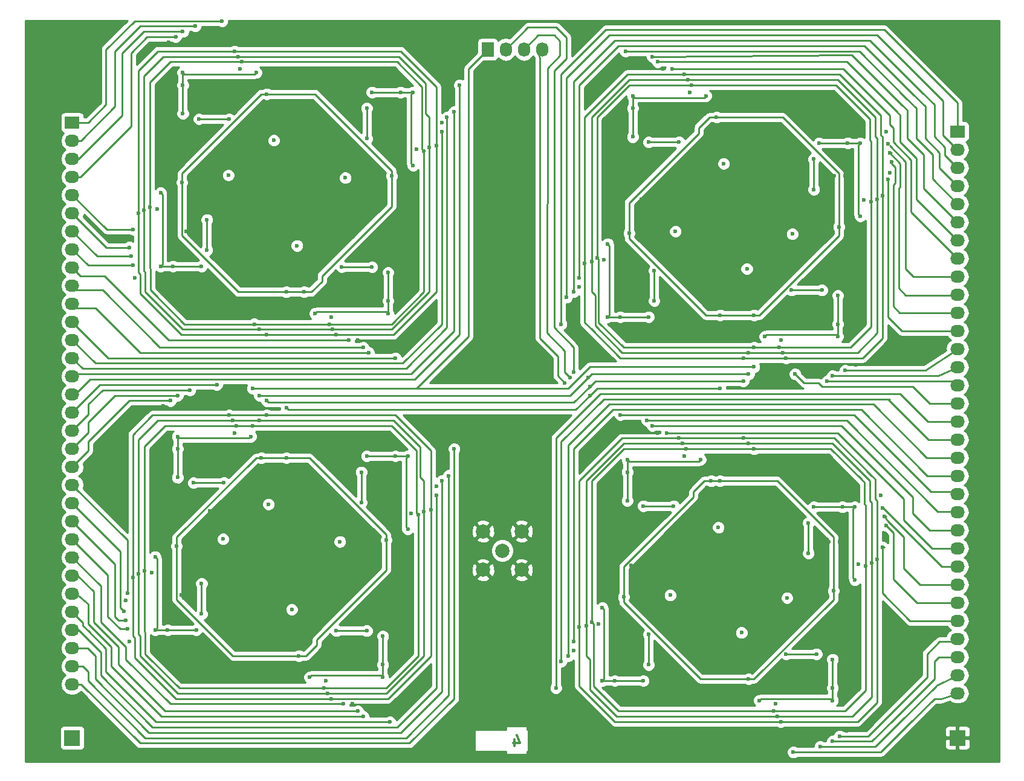
<source format=gbr>
G04 #@! TF.FileFunction,Copper,L4,Bot,Signal*
%FSLAX46Y46*%
G04 Gerber Fmt 4.6, Leading zero omitted, Abs format (unit mm)*
G04 Created by KiCad (PCBNEW 4.0.2+dfsg1-stable) date Wed 06 Jul 2016 03:59:12 PM CEST*
%MOMM*%
G01*
G04 APERTURE LIST*
%ADD10C,0.100000*%
%ADD11C,0.300000*%
%ADD12C,0.600000*%
%ADD13C,1.998980*%
%ADD14R,2.032000X1.727200*%
%ADD15O,2.032000X1.727200*%
%ADD16R,1.727200X2.032000*%
%ADD17O,1.727200X2.032000*%
%ADD18R,2.235200X2.235200*%
%ADD19C,0.250000*%
%ADD20C,0.254000*%
G04 APERTURE END LIST*
D10*
D11*
X141464285Y-115178571D02*
X141464285Y-116178571D01*
X141821428Y-114607143D02*
X142178571Y-115678571D01*
X141249999Y-115678571D01*
D12*
X179000000Y-49150000D03*
X117775000Y-117225000D03*
X120775000Y-117225000D03*
X124775000Y-117225000D03*
X114525000Y-117225000D03*
X111525000Y-117225000D03*
X104025000Y-117225000D03*
X108275000Y-117225000D03*
X168525000Y-116475000D03*
X171525000Y-116475000D03*
X175525000Y-116475000D03*
X165275000Y-116475000D03*
X162275000Y-116475000D03*
X154775000Y-116475000D03*
X159025000Y-116475000D03*
X147000000Y-111250000D03*
X134750000Y-110500000D03*
X145250000Y-108500000D03*
X134750000Y-108250000D03*
X133000000Y-112250000D03*
X148500000Y-113000000D03*
X130500000Y-114250000D03*
X150250000Y-115250000D03*
X145250000Y-105000000D03*
X135000000Y-105000000D03*
X145250000Y-101750000D03*
X135000000Y-101750000D03*
X135000000Y-95250000D03*
X145250000Y-95250000D03*
X135000000Y-98500000D03*
X145250000Y-98500000D03*
X74900000Y-26900000D03*
X74900000Y-22650000D03*
X74900000Y-30150000D03*
X74900000Y-33150000D03*
X74900000Y-43400000D03*
X74900000Y-39400000D03*
X74900000Y-36400000D03*
X74900000Y-60900000D03*
X74900000Y-63900000D03*
X74900000Y-67900000D03*
X74900000Y-57650000D03*
X74900000Y-54650000D03*
X74900000Y-47150000D03*
X74900000Y-51400000D03*
X74900000Y-86900000D03*
X74900000Y-82650000D03*
X74900000Y-90150000D03*
X74900000Y-93150000D03*
X74900000Y-103400000D03*
X74900000Y-99400000D03*
X74900000Y-96400000D03*
X74900000Y-71900000D03*
X74900000Y-74900000D03*
X74900000Y-78900000D03*
X207650000Y-78900000D03*
X207650000Y-74900000D03*
X207650000Y-71900000D03*
X207650000Y-96400000D03*
X207650000Y-99400000D03*
X207650000Y-103400000D03*
X207650000Y-93150000D03*
X207650000Y-90150000D03*
X207650000Y-82650000D03*
X207650000Y-86900000D03*
X207650000Y-51400000D03*
X207650000Y-47150000D03*
X207650000Y-54650000D03*
X207650000Y-57650000D03*
X207650000Y-67900000D03*
X207650000Y-63900000D03*
X207650000Y-60900000D03*
X207650000Y-36400000D03*
X207650000Y-39400000D03*
X207650000Y-43400000D03*
X207650000Y-33150000D03*
X207650000Y-30150000D03*
X207650000Y-22650000D03*
X207650000Y-26900000D03*
X108850000Y-40550000D03*
X108850000Y-39300000D03*
X110600000Y-40550000D03*
X110600000Y-39300000D03*
X110600000Y-36800000D03*
X108850000Y-36800000D03*
X108850000Y-38050000D03*
X110600000Y-38050000D03*
X141925000Y-64525000D03*
X140675000Y-64525000D03*
X142000000Y-63000000D03*
X140750000Y-63000000D03*
X138250000Y-63000000D03*
X138175000Y-64525000D03*
X139425000Y-64525000D03*
X139500000Y-63000000D03*
X173600000Y-40800000D03*
X171850000Y-40800000D03*
X171850000Y-39550000D03*
X173600000Y-39550000D03*
X173600000Y-42050000D03*
X173600000Y-43300000D03*
X171850000Y-42050000D03*
X171850000Y-43300000D03*
X170350000Y-94550000D03*
X170350000Y-93300000D03*
X172100000Y-94550000D03*
X172100000Y-93300000D03*
X172100000Y-90800000D03*
X170350000Y-90800000D03*
X170350000Y-92050000D03*
X172100000Y-92050000D03*
X181900000Y-48000000D03*
X167800000Y-42700000D03*
X166150000Y-49650000D03*
X167100000Y-49000000D03*
X156400000Y-42400000D03*
X156700000Y-39500000D03*
X143500000Y-53650000D03*
X143500000Y-50400000D03*
X144000000Y-49000000D03*
X143500000Y-51900000D03*
X143500000Y-58150000D03*
X143500000Y-56650000D03*
X143500000Y-55150000D03*
X143900000Y-44750000D03*
X142900000Y-46000000D03*
X117750000Y-32500000D03*
X146050000Y-82400000D03*
X159000000Y-90850000D03*
X155100000Y-90700000D03*
X157750000Y-90850000D03*
X162750000Y-90850000D03*
X161500000Y-90850000D03*
X160250000Y-90850000D03*
X116250000Y-80750000D03*
X113800000Y-87400000D03*
X103450000Y-94350000D03*
X161750000Y-28000000D03*
X163250000Y-28000000D03*
X98500000Y-24750000D03*
X100000000Y-24750000D03*
X120250000Y-52500000D03*
X118750000Y-52500000D03*
X185500000Y-87500000D03*
X187000000Y-87500000D03*
X95500000Y-44000000D03*
X94000000Y-44000000D03*
X156750000Y-51750000D03*
X158250000Y-51750000D03*
X125000000Y-28750000D03*
X123500000Y-28750000D03*
X181750000Y-55750000D03*
X183250000Y-55750000D03*
X99250000Y-75750000D03*
X97750000Y-75750000D03*
X122750000Y-79750000D03*
X124250000Y-79750000D03*
X187750000Y-36250000D03*
X186250000Y-36250000D03*
X160750000Y-79250000D03*
X162250000Y-79250000D03*
X157500000Y-102750000D03*
X156250000Y-102750000D03*
X181000000Y-106750000D03*
X182500000Y-106750000D03*
X119500000Y-103500000D03*
X118000000Y-103500000D03*
X93250000Y-95000000D03*
X94750000Y-95000000D03*
X102400000Y-87300000D03*
X103600000Y-88200000D03*
X99700000Y-84200000D03*
X100500000Y-85300000D03*
X98800000Y-83200000D03*
X102600000Y-83000000D03*
X104100000Y-84200000D03*
X101500000Y-86000000D03*
X114800000Y-86500000D03*
X115600000Y-85700000D03*
X116000000Y-84500000D03*
X104700000Y-85600000D03*
X113900000Y-82200000D03*
X115000000Y-81500000D03*
X112600000Y-83000000D03*
X111600000Y-84200000D03*
X110800000Y-85700000D03*
X101200000Y-95700000D03*
X100500000Y-92750000D03*
X101300000Y-91700000D03*
X104400000Y-90500000D03*
X103400000Y-90800000D03*
X102300000Y-91300000D03*
X104400000Y-93800000D03*
X102400000Y-95200000D03*
X114300000Y-95800000D03*
X113400000Y-94800000D03*
X111300000Y-93400000D03*
X105300000Y-93000000D03*
X112500000Y-93900000D03*
X120750000Y-92000000D03*
X117750000Y-95750000D03*
X117000000Y-94750000D03*
X116300000Y-94000000D03*
X127000000Y-89250000D03*
X124500000Y-89250000D03*
X125750000Y-89250000D03*
X125750000Y-92000000D03*
X124500000Y-92000000D03*
X127000000Y-92000000D03*
X115400000Y-93100000D03*
X118000000Y-89250000D03*
X119500000Y-89250000D03*
X114300000Y-91600000D03*
X115500000Y-92000000D03*
X116750000Y-92000000D03*
X119500000Y-92000000D03*
X118000000Y-92000000D03*
X122500000Y-89250000D03*
X121000000Y-89250000D03*
X116750000Y-89250000D03*
X115500000Y-89250000D03*
X114250000Y-89250000D03*
X160250000Y-93250000D03*
X161500000Y-93250000D03*
X162750000Y-93250000D03*
X164250000Y-93250000D03*
X165750000Y-93250000D03*
X164200000Y-88900000D03*
X165100000Y-90000000D03*
X168500000Y-89100000D03*
X165750000Y-90750000D03*
X169250000Y-97250000D03*
X140850000Y-82400000D03*
X138200000Y-82500000D03*
X140600000Y-80900000D03*
X140600000Y-77900000D03*
X140600000Y-79400000D03*
X178000000Y-48400000D03*
X138200000Y-79500000D03*
X138200000Y-78000000D03*
X138200000Y-81000000D03*
X180000000Y-46100000D03*
X180900000Y-47000000D03*
X177900000Y-43200000D03*
X179300000Y-45200000D03*
X178800000Y-44100000D03*
X109600000Y-89050000D03*
X107850000Y-89050000D03*
X107850000Y-87800000D03*
X109600000Y-87800000D03*
X109600000Y-90300000D03*
X109600000Y-91550000D03*
X107850000Y-90300000D03*
X140000000Y-55150000D03*
X140000000Y-56650000D03*
X140000000Y-58150000D03*
X140000000Y-51900000D03*
X140000000Y-48900000D03*
X140000000Y-50400000D03*
X138200000Y-47200000D03*
X107850000Y-91550000D03*
X145750000Y-86000000D03*
X143000000Y-83200000D03*
X145000000Y-80750000D03*
X144500000Y-84750000D03*
X136600000Y-83800000D03*
X135000000Y-85100000D03*
X167500000Y-36600000D03*
X165500000Y-34750000D03*
X161000000Y-39500000D03*
X168200000Y-37700000D03*
X166700000Y-35400000D03*
X164500000Y-42250000D03*
X154000000Y-39500000D03*
X163000000Y-36400000D03*
X127750000Y-42250000D03*
X164500000Y-37750000D03*
X155500000Y-39500000D03*
X154000000Y-42500000D03*
X165500000Y-38700000D03*
X141700000Y-47400000D03*
X167600000Y-44300000D03*
X161500000Y-42250000D03*
X166250000Y-42250000D03*
X164500000Y-39500000D03*
X163000000Y-42250000D03*
X136000000Y-44750000D03*
X136750000Y-46000000D03*
X170200000Y-45800000D03*
X162750000Y-39500000D03*
X160000000Y-42250000D03*
X155200000Y-42400000D03*
X159250000Y-39500000D03*
X158500000Y-42250000D03*
X179600000Y-35900000D03*
X166500000Y-39500000D03*
X175900000Y-37700000D03*
X177200000Y-37100000D03*
X178300000Y-36500000D03*
X143900000Y-71650000D03*
X143900000Y-70150000D03*
X143900000Y-73150000D03*
X143900000Y-74650000D03*
X143900000Y-79400000D03*
X143900000Y-77900000D03*
X143900000Y-76400000D03*
X140600000Y-71650000D03*
X140600000Y-70150000D03*
X140600000Y-73150000D03*
X140600000Y-74650000D03*
X146250000Y-87000000D03*
X134000000Y-82250000D03*
X140600000Y-76400000D03*
X138200000Y-76500000D03*
X135500000Y-80750000D03*
X134750000Y-81500000D03*
X138200000Y-74750000D03*
X138200000Y-73250000D03*
X138200000Y-70250000D03*
X138200000Y-71750000D03*
X168100000Y-48000000D03*
X169100000Y-46900000D03*
X165200000Y-50400000D03*
X177400000Y-41500000D03*
X175500000Y-45500000D03*
X176400000Y-46300000D03*
X177300000Y-47300000D03*
X165800000Y-46200000D03*
X165000000Y-47000000D03*
X166800000Y-45300000D03*
X178200000Y-40600000D03*
X140000000Y-53650000D03*
X180400000Y-38800000D03*
X179250000Y-39750000D03*
X136500000Y-51750000D03*
X136500000Y-53250000D03*
X136500000Y-58000000D03*
X136500000Y-56500000D03*
X136500000Y-55000000D03*
X135500000Y-76500000D03*
X135500000Y-78000000D03*
X135500000Y-79500000D03*
X135500000Y-74750000D03*
X135500000Y-73250000D03*
X115800000Y-40500000D03*
X117300000Y-40500000D03*
X118700000Y-40500000D03*
X120100000Y-40500000D03*
X121500000Y-40750000D03*
X121250000Y-38250000D03*
X119750000Y-38250000D03*
X118250000Y-38250000D03*
X117000000Y-38250000D03*
X115750000Y-38250000D03*
X113800000Y-32900000D03*
X114800000Y-31700000D03*
X116000000Y-30750000D03*
X114200000Y-35600000D03*
X115200000Y-34800000D03*
X103400000Y-36200000D03*
X102600000Y-35300000D03*
X101000000Y-42000000D03*
X101700000Y-44600000D03*
X106100000Y-42000000D03*
X112800000Y-34000000D03*
X117000000Y-29750000D03*
X111700000Y-34800000D03*
X101400000Y-34500000D03*
X99600000Y-32500000D03*
X106300000Y-35100000D03*
X102800000Y-40500000D03*
X102800000Y-44000000D03*
X105000000Y-42800000D03*
X114500000Y-44300000D03*
X116400000Y-34100000D03*
X100500000Y-33400000D03*
X102300000Y-31400000D03*
X104400000Y-33300000D03*
X105100000Y-39600000D03*
X101750000Y-41250000D03*
X103900000Y-43600000D03*
X112900000Y-42500000D03*
X114700000Y-40700000D03*
X125250000Y-40750000D03*
X104200000Y-37100000D03*
X103250000Y-32250000D03*
X103800000Y-40000000D03*
X105300000Y-34300000D03*
X107600000Y-35400000D03*
X113700000Y-43400000D03*
X118800000Y-44800000D03*
X122750000Y-38250000D03*
X125500000Y-38250000D03*
X127250000Y-41000000D03*
X115300000Y-45100000D03*
X116000000Y-41800000D03*
X117000000Y-42900000D03*
X117800000Y-43900000D03*
X113300000Y-45000000D03*
X122750000Y-40750000D03*
X127250000Y-38250000D03*
X136200000Y-49000000D03*
X135500000Y-70250000D03*
X136500000Y-50250000D03*
X177500000Y-91900000D03*
X167200000Y-88200000D03*
X157750000Y-93250000D03*
X163500000Y-87900000D03*
X135500000Y-71750000D03*
X174100000Y-96400000D03*
X166500000Y-87200000D03*
X179300000Y-86900000D03*
X177700000Y-87600000D03*
X176700000Y-94100000D03*
X176700000Y-88700000D03*
X164500000Y-85600000D03*
X162500000Y-86900000D03*
X177400000Y-98900000D03*
X176300000Y-98000000D03*
X165000000Y-97250000D03*
X166000000Y-96250000D03*
X181200000Y-98900000D03*
X180300000Y-98000000D03*
X176300000Y-92500000D03*
X178500000Y-91100000D03*
X175300000Y-89300000D03*
X166500000Y-100500000D03*
X167250000Y-99500000D03*
X168250000Y-98250000D03*
X164000000Y-98000000D03*
X175500000Y-97000000D03*
X177700000Y-95100000D03*
X178500000Y-96100000D03*
X179500000Y-97000000D03*
X179250000Y-90000000D03*
X165600000Y-86300000D03*
X164200000Y-90900000D03*
X155100000Y-93100000D03*
X159000000Y-93250000D03*
X164100000Y-101700000D03*
X165250000Y-101000000D03*
D13*
X139750000Y-88750000D03*
X142450020Y-86049980D03*
X137049980Y-86049980D03*
X137049980Y-91450020D03*
X142450020Y-91450020D03*
D14*
X203500000Y-30000000D03*
D15*
X203500000Y-32540000D03*
X203500000Y-35080000D03*
X203500000Y-37620000D03*
X203500000Y-40160000D03*
X203500000Y-42700000D03*
X203500000Y-45240000D03*
X203500000Y-47780000D03*
X203500000Y-50320000D03*
X203500000Y-52860000D03*
X203500000Y-55400000D03*
X203500000Y-57940000D03*
X203500000Y-60480000D03*
X203500000Y-63020000D03*
X203500000Y-65560000D03*
X203500000Y-68100000D03*
X203500000Y-70640000D03*
X203500000Y-73180000D03*
X203500000Y-75720000D03*
X203500000Y-78260000D03*
X203500000Y-80800000D03*
X203500000Y-83340000D03*
X203500000Y-85880000D03*
X203500000Y-88420000D03*
X203500000Y-90960000D03*
X203500000Y-93500000D03*
X203500000Y-96040000D03*
X203500000Y-98580000D03*
X203500000Y-101120000D03*
X203500000Y-103660000D03*
X203500000Y-106200000D03*
X203500000Y-108740000D03*
D14*
X79500000Y-28750000D03*
D15*
X79500000Y-31290000D03*
X79500000Y-33830000D03*
X79500000Y-36370000D03*
X79500000Y-38910000D03*
X79500000Y-41450000D03*
X79500000Y-43990000D03*
X79500000Y-46530000D03*
X79500000Y-49070000D03*
X79500000Y-51610000D03*
X79500000Y-54150000D03*
X79500000Y-56690000D03*
X79500000Y-59230000D03*
X79500000Y-61770000D03*
X79500000Y-64310000D03*
X79500000Y-66850000D03*
X79500000Y-69390000D03*
X79500000Y-71930000D03*
X79500000Y-74470000D03*
X79500000Y-77010000D03*
X79500000Y-79550000D03*
X79500000Y-82090000D03*
X79500000Y-84630000D03*
X79500000Y-87170000D03*
X79500000Y-89710000D03*
X79500000Y-92250000D03*
X79500000Y-94790000D03*
X79500000Y-97330000D03*
X79500000Y-99870000D03*
X79500000Y-102410000D03*
X79500000Y-104950000D03*
X79500000Y-107490000D03*
D16*
X137700000Y-18500000D03*
D17*
X140240000Y-18500000D03*
X142780000Y-18500000D03*
X145320000Y-18500000D03*
D18*
X79500000Y-115000000D03*
X203500000Y-115000000D03*
D12*
X87000000Y-95750000D03*
X165250000Y-75500000D03*
X167500000Y-81250000D03*
X156500000Y-86000000D03*
X166750000Y-85500000D03*
X161500000Y-72250000D03*
X149750000Y-102750000D03*
X163250000Y-97500000D03*
X163750000Y-107750000D03*
X159000000Y-96750000D03*
X153250000Y-99000000D03*
X178000000Y-110250000D03*
X175750000Y-104500000D03*
X186750000Y-99750000D03*
X176500000Y-100250000D03*
X181750000Y-115000000D03*
X179625000Y-92125000D03*
X179125000Y-81875000D03*
X192750000Y-81000000D03*
X183875000Y-92875000D03*
X189625000Y-90625000D03*
X188000000Y-114000000D03*
X149000000Y-109250000D03*
X155250000Y-71500000D03*
X193250000Y-86750000D03*
X194000000Y-35750000D03*
X156000000Y-20500000D03*
X149750000Y-58250000D03*
X189250000Y-62750000D03*
X190375000Y-39625000D03*
X184625000Y-41875000D03*
X193500000Y-30000000D03*
X179875000Y-30875000D03*
X180375000Y-41125000D03*
X182500000Y-64000000D03*
X177250000Y-49250000D03*
X187500000Y-48750000D03*
X176500000Y-53500000D03*
X178750000Y-59250000D03*
X154000000Y-48000000D03*
X159750000Y-45750000D03*
X164500000Y-56750000D03*
X164000000Y-46500000D03*
X150500000Y-51750000D03*
X162250000Y-21250000D03*
X167500000Y-34500000D03*
X157250000Y-35000000D03*
X168250000Y-30250000D03*
X166000000Y-24500000D03*
X115000000Y-107000000D03*
X112750000Y-101250000D03*
X123750000Y-96500000D03*
X113500000Y-97000000D03*
X118750000Y-110250000D03*
X130500000Y-79750000D03*
X117000000Y-85000000D03*
X116500000Y-74750000D03*
X121250000Y-85750000D03*
X127000000Y-83500000D03*
X102250000Y-72250000D03*
X104500000Y-78000000D03*
X93500000Y-82750000D03*
X103750000Y-82250000D03*
X98500000Y-67500000D03*
X100625000Y-90375000D03*
X101125000Y-100625000D03*
X87500000Y-101500000D03*
X96375000Y-89625000D03*
X90625000Y-91875000D03*
X92250000Y-68500000D03*
X131250000Y-73250000D03*
X125000000Y-111000000D03*
X87750000Y-44750000D03*
X125750000Y-60000000D03*
X132000000Y-22250000D03*
X93000000Y-17500000D03*
X91375000Y-40875000D03*
X97125000Y-38625000D03*
X88250000Y-50500000D03*
X101875000Y-49625000D03*
X101375000Y-39375000D03*
X99250000Y-16500000D03*
X104500000Y-31250000D03*
X94250000Y-31750000D03*
X105250000Y-27000000D03*
X103000000Y-21250000D03*
X127750000Y-32500000D03*
X122000000Y-34750000D03*
X117250000Y-23750000D03*
X117750000Y-34000000D03*
X131250000Y-28750000D03*
X119500000Y-59250000D03*
X114250000Y-46000000D03*
X124500000Y-45500000D03*
X113500000Y-50250000D03*
X115750000Y-56000000D03*
X163750000Y-82500000D03*
X159500000Y-82500000D03*
X157250000Y-77750000D03*
X157250000Y-81750000D03*
X157250000Y-76000000D03*
X167500000Y-76000000D03*
X153750000Y-96750000D03*
X153750000Y-107000000D03*
X159500000Y-107000000D03*
X155500000Y-107000000D03*
X160250000Y-104750000D03*
X160250000Y-100500000D03*
X179500000Y-103250000D03*
X183750000Y-103250000D03*
X186000000Y-108000000D03*
X186000000Y-104000000D03*
X186000000Y-109750000D03*
X175750000Y-109750000D03*
X189125000Y-92875000D03*
X189125000Y-82625000D03*
X183375000Y-82625000D03*
X187375000Y-82625000D03*
X182625000Y-84875000D03*
X182625000Y-89125000D03*
X183375000Y-38125000D03*
X183375000Y-33875000D03*
X188125000Y-31625000D03*
X184125000Y-31625000D03*
X189875000Y-31625000D03*
X189875000Y-41875000D03*
X176500000Y-58750000D03*
X186750000Y-58750000D03*
X186750000Y-53000000D03*
X186750000Y-57000000D03*
X184500000Y-52250000D03*
X180250000Y-52250000D03*
X161000000Y-49500000D03*
X161000000Y-53750000D03*
X156250000Y-56000000D03*
X160250000Y-56000000D03*
X154500000Y-56000000D03*
X154500000Y-45750000D03*
X168250000Y-25000000D03*
X158000000Y-25000000D03*
X158000000Y-30750000D03*
X158000000Y-26750000D03*
X160250000Y-31500000D03*
X164500000Y-31500000D03*
X116500000Y-100000000D03*
X120750000Y-100000000D03*
X123000000Y-104750000D03*
X123000000Y-100750000D03*
X123000000Y-106500000D03*
X112750000Y-106500000D03*
X126500000Y-85750000D03*
X126500000Y-75500000D03*
X120750000Y-75500000D03*
X124750000Y-75500000D03*
X120000000Y-77750000D03*
X120000000Y-82000000D03*
X100750000Y-79250000D03*
X96500000Y-79250000D03*
X94250000Y-74500000D03*
X94250000Y-78500000D03*
X94250000Y-72750000D03*
X104500000Y-72750000D03*
X91125000Y-89625000D03*
X91125000Y-99875000D03*
X96875000Y-99875000D03*
X92875000Y-99875000D03*
X97625000Y-97625000D03*
X97625000Y-93375000D03*
X98375000Y-42375000D03*
X98375000Y-46625000D03*
X93625000Y-48875000D03*
X97625000Y-48875000D03*
X91875000Y-48875000D03*
X91875000Y-38625000D03*
X105250000Y-21750000D03*
X95000000Y-21750000D03*
X95000000Y-27500000D03*
X95000000Y-23500000D03*
X97250000Y-28250000D03*
X101500000Y-28250000D03*
X120750000Y-31000000D03*
X120750000Y-26750000D03*
X125500000Y-24500000D03*
X121500000Y-24500000D03*
X127250000Y-24500000D03*
X127250000Y-34750000D03*
X113500000Y-55500000D03*
X123750000Y-55500000D03*
X123750000Y-49750000D03*
X123750000Y-53750000D03*
X121500000Y-49000000D03*
X117250000Y-49000000D03*
X163250000Y-95000000D03*
X170000000Y-85500000D03*
X173250000Y-100250000D03*
X179625000Y-95375000D03*
X180375000Y-44375000D03*
X174000000Y-49250000D03*
X170750000Y-34500000D03*
X164000000Y-44000000D03*
X117000000Y-87500000D03*
X110250000Y-97000000D03*
X107000000Y-82250000D03*
X100625000Y-87125000D03*
X101375000Y-36125000D03*
X107750000Y-31250000D03*
X111000000Y-46000000D03*
X117750000Y-36500000D03*
X149000000Y-103500000D03*
X148000000Y-104250000D03*
X147250000Y-108000000D03*
X160750000Y-71250000D03*
X160000000Y-70500000D03*
X156250000Y-69750000D03*
X193500000Y-85250000D03*
X193250000Y-84000000D03*
X193000000Y-82750000D03*
X184250000Y-116250000D03*
X186000000Y-115500000D03*
X187000000Y-114750000D03*
X131250000Y-79000000D03*
X132250000Y-78250000D03*
X133000000Y-74500000D03*
X119500000Y-111250000D03*
X120250000Y-112000000D03*
X124000000Y-112750000D03*
X86750000Y-97250000D03*
X87000000Y-98500000D03*
X87250000Y-99750000D03*
X96000000Y-66250000D03*
X94250000Y-67000000D03*
X93250000Y-67750000D03*
X187750000Y-63500000D03*
X186000000Y-64250000D03*
X185250000Y-65000000D03*
X193750000Y-31750000D03*
X194000000Y-33000000D03*
X194250000Y-34250000D03*
X157000000Y-18750000D03*
X160750000Y-19500000D03*
X161500000Y-20250000D03*
X148000000Y-57000000D03*
X148750000Y-53250000D03*
X149750000Y-52500000D03*
X94000000Y-16750000D03*
X95000000Y-16000000D03*
X96750000Y-15250000D03*
X88000000Y-48750000D03*
X87500000Y-46250000D03*
X124750000Y-61750000D03*
X121000000Y-61000000D03*
X120250000Y-60250000D03*
X133750000Y-23500000D03*
X133000000Y-27250000D03*
X132000000Y-28000000D03*
X104750000Y-66000000D03*
X175000000Y-63000000D03*
X105000000Y-57000000D03*
X104750000Y-71250000D03*
X175000000Y-60250000D03*
X175000000Y-74500000D03*
X177750000Y-111250000D03*
X152250000Y-98750000D03*
X165500000Y-74500000D03*
X190625000Y-90875000D03*
X191375000Y-39875000D03*
X166250000Y-23500000D03*
X153000000Y-47750000D03*
X178500000Y-60250000D03*
X102500000Y-71250000D03*
X128000000Y-83750000D03*
X114750000Y-108000000D03*
X89625000Y-91625000D03*
X90375000Y-40625000D03*
X115500000Y-57000000D03*
X128750000Y-32750000D03*
X103250000Y-20250000D03*
X152000000Y-67000000D03*
X148500000Y-65250000D03*
X109500000Y-68750000D03*
X170250000Y-66000000D03*
X109500000Y-52500000D03*
X109500000Y-75750000D03*
X170250000Y-55750000D03*
X170250000Y-79000000D03*
X186125000Y-94375000D03*
X174250000Y-106750000D03*
X156750000Y-95250000D03*
X169000000Y-79000000D03*
X169750000Y-28000000D03*
X157500000Y-44250000D03*
X175000000Y-55750000D03*
X186875000Y-43375000D03*
X94125000Y-88125000D03*
X106000000Y-75750000D03*
X123500000Y-87250000D03*
X111250000Y-103500000D03*
X112000000Y-52500000D03*
X124250000Y-36250000D03*
X106750000Y-24750000D03*
X94875000Y-37125000D03*
X151750000Y-64500000D03*
X149750000Y-63750000D03*
X105750000Y-67000000D03*
X174250000Y-64000000D03*
X105750000Y-57750000D03*
X105750000Y-70500000D03*
X174250000Y-61000000D03*
X174250000Y-73750000D03*
X178250000Y-112000000D03*
X151500000Y-99250000D03*
X165000000Y-73750000D03*
X191500000Y-90500000D03*
X192250000Y-39500000D03*
X165750000Y-22750000D03*
X152250000Y-48250000D03*
X179000000Y-61000000D03*
X102000000Y-70500000D03*
X128750000Y-83250000D03*
X115250000Y-108750000D03*
X88750000Y-92000000D03*
X89500000Y-41000000D03*
X116000000Y-57750000D03*
X129500000Y-32250000D03*
X102750000Y-19500000D03*
X152000000Y-65750000D03*
X149250000Y-64500000D03*
X173500000Y-65000000D03*
X106750000Y-67750000D03*
X106750000Y-58500000D03*
X106750000Y-69750000D03*
X173500000Y-61750000D03*
X173500000Y-73000000D03*
X178750000Y-112750000D03*
X150500000Y-99500000D03*
X164500000Y-73000000D03*
X192250000Y-90000000D03*
X193000000Y-39000000D03*
X165250000Y-22000000D03*
X151250000Y-48500000D03*
X179500000Y-61750000D03*
X101500000Y-69750000D03*
X129750000Y-83000000D03*
X115750000Y-109500000D03*
X88000000Y-92500000D03*
X88750000Y-41500000D03*
X116500000Y-58500000D03*
X130500000Y-32000000D03*
X102250000Y-18750000D03*
X100500000Y-14500000D03*
X88000000Y-43750000D03*
X87750000Y-47500000D03*
X118250000Y-59250000D03*
X131250000Y-30000000D03*
X99750000Y-65500000D03*
X87250000Y-94750000D03*
X117500000Y-110250000D03*
X130500000Y-81000000D03*
X180500000Y-117000000D03*
X193000000Y-88250000D03*
X162750000Y-72250000D03*
X149750000Y-101500000D03*
X180750000Y-64000000D03*
X193750000Y-36750000D03*
X163500000Y-21250000D03*
X150500000Y-50500000D03*
D19*
X87000000Y-95750000D02*
X86750000Y-95750000D01*
X159500000Y-82500000D02*
X163750000Y-82500000D01*
X157250000Y-77750000D02*
X157250000Y-81750000D01*
X157250000Y-77750000D02*
X157250000Y-76000000D01*
X167500000Y-76000000D02*
X167250000Y-76250000D01*
X167250000Y-76250000D02*
X157500000Y-76250000D01*
X157500000Y-76250000D02*
X157250000Y-76000000D01*
X154000000Y-106750000D02*
X153750000Y-107000000D01*
X154000000Y-97000000D02*
X154000000Y-106750000D01*
X153750000Y-96750000D02*
X154000000Y-97000000D01*
X155500000Y-107000000D02*
X153750000Y-107000000D01*
X155500000Y-107000000D02*
X159500000Y-107000000D01*
X160250000Y-104750000D02*
X160250000Y-100500000D01*
X183750000Y-103250000D02*
X179500000Y-103250000D01*
X186000000Y-108000000D02*
X186000000Y-104000000D01*
X186000000Y-108000000D02*
X186000000Y-109750000D01*
X175750000Y-109750000D02*
X176000000Y-109500000D01*
X176000000Y-109500000D02*
X185750000Y-109500000D01*
X185750000Y-109500000D02*
X186000000Y-109750000D01*
X189125000Y-92875000D02*
X188875000Y-92625000D01*
X187375000Y-82625000D02*
X189125000Y-82625000D01*
X187375000Y-82625000D02*
X183375000Y-82625000D01*
X182625000Y-84875000D02*
X182625000Y-89125000D01*
X188875000Y-82875000D02*
X189125000Y-82625000D01*
X188875000Y-92625000D02*
X188875000Y-82875000D01*
X189625000Y-41625000D02*
X189625000Y-31875000D01*
X189625000Y-31875000D02*
X189875000Y-31625000D01*
X183375000Y-33875000D02*
X183375000Y-38125000D01*
X188125000Y-31625000D02*
X184125000Y-31625000D01*
X188125000Y-31625000D02*
X189875000Y-31625000D01*
X189875000Y-41875000D02*
X189625000Y-41625000D01*
X186500000Y-58500000D02*
X186750000Y-58750000D01*
X176750000Y-58500000D02*
X186500000Y-58500000D01*
X176500000Y-58750000D02*
X176750000Y-58500000D01*
X186750000Y-57000000D02*
X186750000Y-58750000D01*
X186750000Y-57000000D02*
X186750000Y-53000000D01*
X184500000Y-52250000D02*
X180250000Y-52250000D01*
X161000000Y-53750000D02*
X161000000Y-49500000D01*
X156250000Y-56000000D02*
X160250000Y-56000000D01*
X156250000Y-56000000D02*
X154500000Y-56000000D01*
X154500000Y-45750000D02*
X154750000Y-46000000D01*
X154750000Y-46000000D02*
X154750000Y-55750000D01*
X154750000Y-55750000D02*
X154500000Y-56000000D01*
X158250000Y-25250000D02*
X158000000Y-25000000D01*
X168000000Y-25250000D02*
X158250000Y-25250000D01*
X168250000Y-25000000D02*
X168000000Y-25250000D01*
X158000000Y-26750000D02*
X158000000Y-25000000D01*
X158000000Y-26750000D02*
X158000000Y-30750000D01*
X160250000Y-31500000D02*
X164500000Y-31500000D01*
X120750000Y-100000000D02*
X116500000Y-100000000D01*
X123000000Y-104750000D02*
X123000000Y-100750000D01*
X123000000Y-104750000D02*
X123000000Y-106500000D01*
X112750000Y-106500000D02*
X113000000Y-106250000D01*
X113000000Y-106250000D02*
X122750000Y-106250000D01*
X122750000Y-106250000D02*
X123000000Y-106500000D01*
X126250000Y-75750000D02*
X126500000Y-75500000D01*
X126250000Y-85500000D02*
X126250000Y-75750000D01*
X126500000Y-85750000D02*
X126250000Y-85500000D01*
X124750000Y-75500000D02*
X126500000Y-75500000D01*
X124750000Y-75500000D02*
X120750000Y-75500000D01*
X120000000Y-77750000D02*
X120000000Y-82000000D01*
X96500000Y-79250000D02*
X100750000Y-79250000D01*
X94250000Y-74500000D02*
X94250000Y-78500000D01*
X94250000Y-74500000D02*
X94250000Y-72750000D01*
X104500000Y-72750000D02*
X104250000Y-73000000D01*
X104250000Y-73000000D02*
X94500000Y-73000000D01*
X94500000Y-73000000D02*
X94250000Y-72750000D01*
X91125000Y-89625000D02*
X91375000Y-89875000D01*
X92875000Y-99875000D02*
X91125000Y-99875000D01*
X92875000Y-99875000D02*
X96875000Y-99875000D01*
X97625000Y-97625000D02*
X97625000Y-93375000D01*
X91375000Y-99625000D02*
X91125000Y-99875000D01*
X91375000Y-89875000D02*
X91375000Y-99625000D01*
X92125000Y-38875000D02*
X92125000Y-48625000D01*
X92125000Y-48625000D02*
X91875000Y-48875000D01*
X98375000Y-46625000D02*
X98375000Y-42375000D01*
X93625000Y-48875000D02*
X97625000Y-48875000D01*
X93625000Y-48875000D02*
X91875000Y-48875000D01*
X91875000Y-38625000D02*
X92125000Y-38875000D01*
X95250000Y-22000000D02*
X95000000Y-21750000D01*
X105000000Y-22000000D02*
X95250000Y-22000000D01*
X105250000Y-21750000D02*
X105000000Y-22000000D01*
X95000000Y-23500000D02*
X95000000Y-21750000D01*
X95000000Y-23500000D02*
X95000000Y-27500000D01*
X97250000Y-28250000D02*
X101500000Y-28250000D01*
X120750000Y-26750000D02*
X120750000Y-31000000D01*
X125500000Y-24500000D02*
X121500000Y-24500000D01*
X125500000Y-24500000D02*
X127250000Y-24500000D01*
X127250000Y-34750000D02*
X127000000Y-34500000D01*
X127000000Y-34500000D02*
X127000000Y-24750000D01*
X127000000Y-24750000D02*
X127250000Y-24500000D01*
X123500000Y-55250000D02*
X123750000Y-55500000D01*
X113750000Y-55250000D02*
X123500000Y-55250000D01*
X113500000Y-55500000D02*
X113750000Y-55250000D01*
X123750000Y-53750000D02*
X123750000Y-55500000D01*
X123750000Y-53750000D02*
X123750000Y-49750000D01*
X121500000Y-49000000D02*
X117250000Y-49000000D01*
X190500000Y-68250000D02*
X191750000Y-68250000D01*
X199220000Y-75720000D02*
X203500000Y-75720000D01*
X191750000Y-68250000D02*
X199220000Y-75720000D01*
X149000000Y-74000000D02*
X154750000Y-68250000D01*
X154750000Y-68250000D02*
X190500000Y-68250000D01*
X149000000Y-103500000D02*
X149000000Y-74000000D01*
X192500000Y-67500000D02*
X193750000Y-67500000D01*
X199430000Y-73180000D02*
X203500000Y-73180000D01*
X193750000Y-67500000D02*
X199430000Y-73180000D01*
X203180000Y-73500000D02*
X203500000Y-73180000D01*
X148000000Y-73500000D02*
X154000000Y-67500000D01*
X154000000Y-67500000D02*
X192500000Y-67500000D01*
X192500000Y-67500000D02*
X194000000Y-67500000D01*
X148000000Y-104250000D02*
X148000000Y-73500000D01*
X192500000Y-66750000D02*
X195500000Y-66750000D01*
X199390000Y-70640000D02*
X203500000Y-70640000D01*
X195500000Y-66750000D02*
X199390000Y-70640000D01*
X181750000Y-66750000D02*
X192500000Y-66750000D01*
X192500000Y-66750000D02*
X192750000Y-66750000D01*
X147250000Y-73000000D02*
X153500000Y-66750000D01*
X147250000Y-102250000D02*
X147250000Y-73000000D01*
X181750000Y-66750000D02*
X153500000Y-66750000D01*
X147250000Y-102250000D02*
X147250000Y-108000000D01*
X147250000Y-102000000D02*
X147250000Y-102250000D01*
X187250000Y-71250000D02*
X197250000Y-81250000D01*
X199630000Y-85880000D02*
X203500000Y-85880000D01*
X197250000Y-83500000D02*
X199630000Y-85880000D01*
X197250000Y-81250000D02*
X197250000Y-83500000D01*
X187250000Y-71250000D02*
X160750000Y-71250000D01*
X188000000Y-70500000D02*
X200750000Y-83250000D01*
X200750000Y-83250000D02*
X203410000Y-83250000D01*
X203410000Y-83250000D02*
X203500000Y-83340000D01*
X188000000Y-70500000D02*
X160000000Y-70500000D01*
X189000000Y-69750000D02*
X199750000Y-80500000D01*
X199750000Y-80500000D02*
X203200000Y-80500000D01*
X203200000Y-80500000D02*
X203500000Y-80800000D01*
X189000000Y-69750000D02*
X156250000Y-69750000D01*
X193500000Y-85250000D02*
X194500000Y-86250000D01*
X197790000Y-96040000D02*
X203500000Y-96040000D01*
X194500000Y-92750000D02*
X197790000Y-96040000D01*
X194500000Y-86250000D02*
X194500000Y-92750000D01*
X193250000Y-84000000D02*
X193750000Y-84600000D01*
X198250000Y-93500000D02*
X203500000Y-93500000D01*
X196000000Y-91250000D02*
X198250000Y-93500000D01*
X196000000Y-86850000D02*
X196000000Y-91250000D01*
X193750000Y-84600000D02*
X196000000Y-86850000D01*
X193250000Y-84000000D02*
X193500000Y-84000000D01*
X193000000Y-82750000D02*
X193050000Y-82750000D01*
X201260000Y-90960000D02*
X203500000Y-90960000D01*
X193050000Y-82750000D02*
X201260000Y-90960000D01*
X195500000Y-112750000D02*
X200500000Y-107750000D01*
X200500000Y-107700000D02*
X203500000Y-106200000D01*
X200500000Y-107750000D02*
X200500000Y-107700000D01*
X184250000Y-116250000D02*
X192000000Y-116250000D01*
X192000000Y-116250000D02*
X195500000Y-112750000D01*
X194500000Y-112500000D02*
X199750000Y-107250000D01*
X200840000Y-103660000D02*
X203500000Y-103660000D01*
X200250000Y-104250000D02*
X200840000Y-103660000D01*
X200250000Y-106750000D02*
X200250000Y-104250000D01*
X199750000Y-107250000D02*
X200250000Y-106750000D01*
X191500000Y-115500000D02*
X194500000Y-112500000D01*
X186000000Y-115500000D02*
X191500000Y-115500000D01*
X203120000Y-101500000D02*
X201000000Y-101500000D01*
X199250000Y-106500000D02*
X199250000Y-103250000D01*
X199250000Y-103250000D02*
X201000000Y-101500000D01*
X191000000Y-114750000D02*
X193250000Y-112500000D01*
X187000000Y-114750000D02*
X191000000Y-114750000D01*
X193250000Y-112500000D02*
X199250000Y-106500000D01*
X203120000Y-101500000D02*
X203500000Y-101120000D01*
X202880000Y-101120000D02*
X203500000Y-101120000D01*
X79500000Y-102410000D02*
X81660000Y-102410000D01*
X82750000Y-106750000D02*
X90250000Y-114250000D01*
X82750000Y-103500000D02*
X82750000Y-106750000D01*
X81660000Y-102410000D02*
X82750000Y-103500000D01*
X131250000Y-108500000D02*
X125500000Y-114250000D01*
X125500000Y-114250000D02*
X90250000Y-114250000D01*
X131250000Y-79000000D02*
X131250000Y-108500000D01*
X79500000Y-104950000D02*
X80950000Y-104950000D01*
X81750000Y-107000000D02*
X89750000Y-115000000D01*
X81750000Y-105750000D02*
X81750000Y-107000000D01*
X80950000Y-104950000D02*
X81750000Y-105750000D01*
X132250000Y-78250000D02*
X132250000Y-109000000D01*
X126250000Y-115000000D02*
X89750000Y-115000000D01*
X132250000Y-109000000D02*
X126250000Y-115000000D01*
X79500000Y-107490000D02*
X80740000Y-107490000D01*
X80740000Y-107490000D02*
X89000000Y-115750000D01*
X133000000Y-80250000D02*
X133000000Y-74500000D01*
X133000000Y-80500000D02*
X133000000Y-80250000D01*
X133000000Y-109500000D02*
X126750000Y-115750000D01*
X126750000Y-115750000D02*
X89000000Y-115750000D01*
X133000000Y-80250000D02*
X133000000Y-109500000D01*
X86000000Y-104750000D02*
X92500000Y-111250000D01*
X82500000Y-94500000D02*
X82500000Y-98750000D01*
X82500000Y-98750000D02*
X86000000Y-102250000D01*
X86000000Y-102250000D02*
X86000000Y-104750000D01*
X92500000Y-111250000D02*
X119500000Y-111250000D01*
X82500000Y-94500000D02*
X80250000Y-92250000D01*
X79500000Y-92250000D02*
X80250000Y-92250000D01*
X80000000Y-92750000D02*
X79500000Y-92250000D01*
X92000000Y-112000000D02*
X91750000Y-111750000D01*
X91750000Y-111750000D02*
X85000000Y-105000000D01*
X81750000Y-96250000D02*
X80040000Y-94790000D01*
X85000000Y-102250000D02*
X85000000Y-105000000D01*
X81750000Y-99000000D02*
X85000000Y-102250000D01*
X81750000Y-96250000D02*
X81750000Y-99000000D01*
X92000000Y-112000000D02*
X120250000Y-112000000D01*
X79500000Y-94790000D02*
X80040000Y-94790000D01*
X79710000Y-95000000D02*
X79500000Y-94790000D01*
X84250000Y-105500000D02*
X84250000Y-105750000D01*
X81000000Y-99250000D02*
X81000000Y-98830000D01*
X79500000Y-97330000D02*
X81000000Y-98830000D01*
X84250000Y-102500000D02*
X81750000Y-100000000D01*
X84250000Y-105500000D02*
X84250000Y-102500000D01*
X81750000Y-100000000D02*
X81000000Y-99250000D01*
X84250000Y-105750000D02*
X91250000Y-112750000D01*
X79670000Y-97500000D02*
X79500000Y-97330000D01*
X91250000Y-112750000D02*
X124000000Y-112750000D01*
X86750000Y-97250000D02*
X86250000Y-96750000D01*
X86250000Y-88840000D02*
X79500000Y-82090000D01*
X86250000Y-96750000D02*
X86250000Y-88840000D01*
X79910000Y-82500000D02*
X79500000Y-82090000D01*
X87000000Y-98500000D02*
X86000000Y-98500000D01*
X85500000Y-90630000D02*
X79500000Y-84630000D01*
X85500000Y-98000000D02*
X85500000Y-90630000D01*
X86000000Y-98500000D02*
X85500000Y-98000000D01*
X80120000Y-85250000D02*
X79500000Y-84630000D01*
X87250000Y-99750000D02*
X86250000Y-99750000D01*
X84500000Y-92170000D02*
X79500000Y-87170000D01*
X84500000Y-98000000D02*
X84500000Y-92170000D01*
X86250000Y-99750000D02*
X84500000Y-98000000D01*
X80330000Y-88000000D02*
X79500000Y-87170000D01*
X81750000Y-69680000D02*
X79500000Y-71930000D01*
X79680000Y-71750000D02*
X79500000Y-71930000D01*
X83750000Y-66250000D02*
X81750000Y-68250000D01*
X96000000Y-66250000D02*
X88250000Y-66250000D01*
X88250000Y-66250000D02*
X83750000Y-66250000D01*
X81750000Y-68250000D02*
X81750000Y-69680000D01*
X81750000Y-72220000D02*
X79500000Y-74470000D01*
X79720000Y-74250000D02*
X79500000Y-74470000D01*
X85500000Y-67000000D02*
X81750000Y-70750000D01*
X88750000Y-67000000D02*
X85500000Y-67000000D01*
X94250000Y-67000000D02*
X88750000Y-67000000D01*
X81750000Y-70750000D02*
X81750000Y-72220000D01*
X81750000Y-74760000D02*
X79500000Y-77010000D01*
X79510000Y-77000000D02*
X79500000Y-77010000D01*
X87750000Y-67750000D02*
X87500000Y-67750000D01*
X87500000Y-67750000D02*
X81750000Y-73500000D01*
X81750000Y-73500000D02*
X81750000Y-74760000D01*
X87750000Y-67750000D02*
X89500000Y-67750000D01*
X93250000Y-67750000D02*
X89500000Y-67750000D01*
X89500000Y-67750000D02*
X89250000Y-67750000D01*
X189750000Y-63500000D02*
X198980000Y-63500000D01*
X187750000Y-63500000D02*
X189750000Y-63500000D01*
X198980000Y-63500000D02*
X203500000Y-60480000D01*
X203480000Y-60500000D02*
X203500000Y-60480000D01*
X190000000Y-64250000D02*
X200770000Y-64250000D01*
X186000000Y-64250000D02*
X190000000Y-64250000D01*
X200770000Y-64250000D02*
X203500000Y-63020000D01*
X202940000Y-65000000D02*
X190750000Y-65000000D01*
X185250000Y-65000000D02*
X190750000Y-65000000D01*
X202940000Y-65000000D02*
X203500000Y-65560000D01*
X203423234Y-65483234D02*
X203500000Y-65560000D01*
X203500000Y-50320000D02*
X197320000Y-50320000D01*
X196250000Y-34250000D02*
X194000000Y-32000000D01*
X196250000Y-49250000D02*
X196250000Y-34250000D01*
X197320000Y-50320000D02*
X196250000Y-49250000D01*
X194000000Y-33000000D02*
X195500000Y-34500000D01*
X196250000Y-53000000D02*
X203360000Y-53000000D01*
X195250000Y-52000000D02*
X196250000Y-53000000D01*
X195250000Y-38000000D02*
X195250000Y-52000000D01*
X195500000Y-37750000D02*
X195250000Y-38000000D01*
X195500000Y-34500000D02*
X195500000Y-37750000D01*
X203360000Y-53000000D02*
X203500000Y-52860000D01*
X194000000Y-33000000D02*
X194250000Y-33000000D01*
X194750000Y-35000000D02*
X194750000Y-37250000D01*
X194250000Y-34250000D02*
X194250000Y-34500000D01*
X194250000Y-34500000D02*
X194750000Y-35000000D01*
X195400000Y-55400000D02*
X203500000Y-55400000D01*
X194500000Y-54500000D02*
X195400000Y-55400000D01*
X194500000Y-37500000D02*
X194500000Y-54500000D01*
X194750000Y-37250000D02*
X194500000Y-37500000D01*
X196250000Y-25250000D02*
X197750000Y-26750000D01*
X189750000Y-18750000D02*
X196250000Y-25250000D01*
X200000000Y-36660000D02*
X203500000Y-40160000D01*
X200000000Y-33250000D02*
X200000000Y-36660000D01*
X197750000Y-31000000D02*
X200000000Y-33250000D01*
X197750000Y-26750000D02*
X197750000Y-31000000D01*
X189750000Y-18750000D02*
X157000000Y-18750000D01*
X196500000Y-30750000D02*
X196500000Y-31000000D01*
X196501385Y-27001244D02*
X196500000Y-30750000D01*
X198750000Y-33500000D02*
X198750000Y-37950000D01*
X203500000Y-42700000D02*
X198750000Y-37950000D01*
X188710986Y-19291007D02*
X195712371Y-26292251D01*
X188710986Y-19291007D02*
X160750000Y-19500000D01*
X195712371Y-26292251D02*
X196501385Y-27001244D01*
X198750000Y-33250000D02*
X198750000Y-33500000D01*
X196500000Y-31000000D02*
X198750000Y-33250000D01*
X195000000Y-27250000D02*
X195500000Y-27750000D01*
X188000000Y-20250000D02*
X194500000Y-26750000D01*
X188000000Y-20250000D02*
X161500000Y-20250000D01*
X194500000Y-26750000D02*
X195000000Y-27250000D01*
X197750000Y-39490000D02*
X203500000Y-45240000D01*
X197750000Y-33750000D02*
X197750000Y-39490000D01*
X195500000Y-31500000D02*
X197750000Y-33750000D01*
X195500000Y-27750000D02*
X195500000Y-31500000D01*
X192750000Y-15750000D02*
X193250000Y-15750000D01*
X203500000Y-26000000D02*
X203500000Y-30000000D01*
X193250000Y-15750000D02*
X203500000Y-26000000D01*
X148000000Y-22000000D02*
X154250000Y-15750000D01*
X154250000Y-15750000D02*
X192750000Y-15750000D01*
X148000000Y-51250000D02*
X148000000Y-22000000D01*
X148000000Y-51000000D02*
X148000000Y-51250000D01*
X148000000Y-51250000D02*
X148000000Y-57000000D01*
X199750000Y-24000000D02*
X201500000Y-25750000D01*
X192250000Y-16500000D02*
X199750000Y-24000000D01*
X192000000Y-16500000D02*
X192250000Y-16500000D01*
X201500000Y-30540000D02*
X203500000Y-32540000D01*
X201500000Y-25750000D02*
X201500000Y-30540000D01*
X203290000Y-32540000D02*
X203500000Y-32540000D01*
X148750000Y-53250000D02*
X148750000Y-22500000D01*
X154750000Y-16500000D02*
X192000000Y-16500000D01*
X148750000Y-22500000D02*
X154750000Y-16500000D01*
X203500000Y-32000000D02*
X202960000Y-32000000D01*
X202960000Y-32000000D02*
X203500000Y-32540000D01*
X198500000Y-24500000D02*
X200250000Y-26250000D01*
X191250000Y-17250000D02*
X198500000Y-24500000D01*
X201750000Y-33330000D02*
X203500000Y-35080000D01*
X201750000Y-32250000D02*
X201750000Y-33330000D01*
X200250000Y-30750000D02*
X201750000Y-32250000D01*
X200250000Y-26250000D02*
X200250000Y-30750000D01*
X149750000Y-52500000D02*
X149750000Y-23000000D01*
X155500000Y-17250000D02*
X191250000Y-17250000D01*
X149750000Y-23000000D02*
X155500000Y-17250000D01*
X203080000Y-35080000D02*
X203500000Y-35080000D01*
X80630000Y-36370000D02*
X79500000Y-36370000D01*
X87750000Y-29250000D02*
X80630000Y-36370000D01*
X79620000Y-36250000D02*
X79500000Y-36370000D01*
X87750000Y-29000000D02*
X87750000Y-29250000D01*
X87750000Y-28750000D02*
X87750000Y-29000000D01*
X94000000Y-16750000D02*
X90000000Y-16750000D01*
X87750000Y-19000000D02*
X87750000Y-28750000D01*
X90000000Y-16750000D02*
X87750000Y-19000000D01*
X86500000Y-27750000D02*
X80420000Y-33830000D01*
X80420000Y-33830000D02*
X79500000Y-33830000D01*
X79830000Y-33500000D02*
X79500000Y-33830000D01*
X86500000Y-27500000D02*
X86500000Y-27750000D01*
X95000000Y-16000000D02*
X89500000Y-16000000D01*
X86500000Y-19000000D02*
X86500000Y-27500000D01*
X89500000Y-16000000D02*
X86500000Y-19000000D01*
X80710000Y-31290000D02*
X79500000Y-31290000D01*
X85500000Y-26500000D02*
X80710000Y-31290000D01*
X80040000Y-30750000D02*
X79500000Y-31290000D01*
X85500000Y-26250000D02*
X85500000Y-26500000D01*
X96750000Y-15250000D02*
X89000000Y-15250000D01*
X85500000Y-18750000D02*
X85500000Y-26250000D01*
X89000000Y-15250000D02*
X85500000Y-18750000D01*
X81720000Y-48750000D02*
X79500000Y-46530000D01*
X79530000Y-46500000D02*
X79500000Y-46530000D01*
X88000000Y-48750000D02*
X81720000Y-48750000D01*
X87500000Y-46250000D02*
X84300000Y-46250000D01*
X84300000Y-46250000D02*
X79500000Y-41450000D01*
X87500000Y-46250000D02*
X87500000Y-46000000D01*
X79550000Y-41500000D02*
X79500000Y-41450000D01*
X85750000Y-61750000D02*
X84560000Y-61750000D01*
X87750000Y-61750000D02*
X124750000Y-61750000D01*
X87750000Y-61750000D02*
X85750000Y-61750000D01*
X84560000Y-61750000D02*
X79500000Y-56690000D01*
X79690000Y-56500000D02*
X79500000Y-56690000D01*
X80100000Y-54750000D02*
X82750000Y-54750000D01*
X80100000Y-54750000D02*
X79500000Y-54150000D01*
X79900000Y-53750000D02*
X79500000Y-54150000D01*
X90500000Y-61000000D02*
X121000000Y-61000000D01*
X89000000Y-61000000D02*
X82750000Y-54750000D01*
X90500000Y-61000000D02*
X89000000Y-61000000D01*
X80140000Y-52250000D02*
X83750000Y-52250000D01*
X80140000Y-52250000D02*
X79500000Y-51610000D01*
X79860000Y-51250000D02*
X79500000Y-51610000D01*
X92250000Y-60250000D02*
X91750000Y-60250000D01*
X91750000Y-60250000D02*
X83750000Y-52250000D01*
X92250000Y-60250000D02*
X120250000Y-60250000D01*
X79500000Y-66850000D02*
X79900000Y-66850000D01*
X79900000Y-66850000D02*
X82000000Y-64750000D01*
X82000000Y-64750000D02*
X84250000Y-64750000D01*
X84250000Y-64750000D02*
X93750000Y-64750000D01*
X93750000Y-64750000D02*
X100250000Y-64750000D01*
X100250000Y-64750000D02*
X104500000Y-64750000D01*
X104500000Y-64750000D02*
X110250000Y-64750000D01*
X110250000Y-64750000D02*
X120500000Y-64750000D01*
X120500000Y-64750000D02*
X125750000Y-64750000D01*
X125750000Y-64750000D02*
X127000000Y-64750000D01*
X127000000Y-64750000D02*
X127500000Y-64750000D01*
X133750000Y-58500000D02*
X127500000Y-64750000D01*
X133750000Y-58500000D02*
X133750000Y-29250000D01*
X133750000Y-29500000D02*
X133750000Y-29250000D01*
X133750000Y-29250000D02*
X133750000Y-23500000D01*
X79810000Y-64000000D02*
X84750000Y-64000000D01*
X79810000Y-64000000D02*
X79500000Y-64310000D01*
X79560000Y-64250000D02*
X79500000Y-64310000D01*
X87500000Y-64000000D02*
X84750000Y-64000000D01*
X133000000Y-58000000D02*
X127000000Y-64000000D01*
X127000000Y-64000000D02*
X87500000Y-64000000D01*
X133000000Y-27250000D02*
X133000000Y-58000000D01*
X85000000Y-63250000D02*
X80980000Y-63250000D01*
X80980000Y-63250000D02*
X79500000Y-61770000D01*
X84980000Y-63250000D02*
X85000000Y-63250000D01*
X85000000Y-63250000D02*
X89500000Y-63250000D01*
X89500000Y-63250000D02*
X85500000Y-63250000D01*
X132000000Y-28000000D02*
X132000000Y-57500000D01*
X126250000Y-63250000D02*
X85500000Y-63250000D01*
X132000000Y-57500000D02*
X126250000Y-63250000D01*
X85500000Y-63250000D02*
X85250000Y-63250000D01*
X135000000Y-22200000D02*
X135000000Y-21200000D01*
X135000000Y-21200000D02*
X137700000Y-18500000D01*
X126500000Y-66000000D02*
X127750000Y-66000000D01*
X135000000Y-58750000D02*
X135000000Y-22200000D01*
X127750000Y-66000000D02*
X135000000Y-58750000D01*
X175000000Y-63000000D02*
X152000000Y-63000000D01*
X149000000Y-66000000D02*
X152000000Y-63000000D01*
X149000000Y-66000000D02*
X126500000Y-66000000D01*
X126500000Y-66000000D02*
X104750000Y-66000000D01*
X190625000Y-90875000D02*
X190625000Y-108375000D01*
X190625000Y-108375000D02*
X187750000Y-111250000D01*
X177750000Y-111250000D02*
X187750000Y-111250000D01*
X156000000Y-111250000D02*
X152500000Y-107750000D01*
X177750000Y-111250000D02*
X156000000Y-111250000D01*
X152500000Y-99000000D02*
X152250000Y-98750000D01*
X152500000Y-107750000D02*
X152500000Y-99000000D01*
X152250000Y-79000000D02*
X152250000Y-98750000D01*
X152250000Y-79000000D02*
X156750000Y-74500000D01*
X165500000Y-74500000D02*
X156750000Y-74500000D01*
X190500000Y-79250000D02*
X190500000Y-82250000D01*
X175000000Y-74500000D02*
X185750000Y-74500000D01*
X190500000Y-82250000D02*
X190625000Y-82375000D01*
X190625000Y-82375000D02*
X190625000Y-90875000D01*
X185750000Y-74500000D02*
X190000000Y-78750000D01*
X190000000Y-78750000D02*
X190500000Y-79250000D01*
X165500000Y-74500000D02*
X175000000Y-74500000D01*
X190750000Y-27750000D02*
X191250000Y-28250000D01*
X186500000Y-23500000D02*
X190750000Y-27750000D01*
X166250000Y-23500000D02*
X186500000Y-23500000D01*
X191375000Y-31375000D02*
X191375000Y-39875000D01*
X191250000Y-31250000D02*
X191375000Y-31375000D01*
X191250000Y-28250000D02*
X191250000Y-31250000D01*
X166250000Y-23500000D02*
X157500000Y-23500000D01*
X153000000Y-28000000D02*
X157500000Y-23500000D01*
X153000000Y-28000000D02*
X153000000Y-47750000D01*
X153250000Y-56750000D02*
X153250000Y-48000000D01*
X153250000Y-48000000D02*
X153000000Y-47750000D01*
X178500000Y-60250000D02*
X175000000Y-60250000D01*
X175000000Y-60250000D02*
X156750000Y-60250000D01*
X156750000Y-60250000D02*
X153250000Y-56750000D01*
X178500000Y-60250000D02*
X188500000Y-60250000D01*
X191375000Y-57375000D02*
X188500000Y-60250000D01*
X191375000Y-39875000D02*
X191375000Y-57375000D01*
X89625000Y-91625000D02*
X89625000Y-74125000D01*
X89625000Y-74125000D02*
X92500000Y-71250000D01*
X102500000Y-71250000D02*
X92500000Y-71250000D01*
X124250000Y-71250000D02*
X127750000Y-74750000D01*
X102500000Y-71250000D02*
X104750000Y-71250000D01*
X104750000Y-71250000D02*
X124250000Y-71250000D01*
X127750000Y-83500000D02*
X128000000Y-83750000D01*
X127750000Y-74750000D02*
X127750000Y-83500000D01*
X128000000Y-103500000D02*
X128000000Y-83750000D01*
X128000000Y-103500000D02*
X123500000Y-108000000D01*
X114750000Y-108000000D02*
X123500000Y-108000000D01*
X89750000Y-103250000D02*
X89750000Y-100250000D01*
X89750000Y-100250000D02*
X89625000Y-100125000D01*
X89625000Y-100125000D02*
X89625000Y-91625000D01*
X114750000Y-108000000D02*
X94500000Y-108000000D01*
X94500000Y-108000000D02*
X90250000Y-103750000D01*
X90250000Y-103750000D02*
X89750000Y-103250000D01*
X91000000Y-52750000D02*
X90500000Y-52250000D01*
X90500000Y-52250000D02*
X90500000Y-49250000D01*
X90500000Y-49250000D02*
X90375000Y-49125000D01*
X90375000Y-49125000D02*
X90375000Y-40625000D01*
X105000000Y-57000000D02*
X95250000Y-57000000D01*
X95250000Y-57000000D02*
X91000000Y-52750000D01*
X115500000Y-57000000D02*
X105000000Y-57000000D01*
X115500000Y-57000000D02*
X124250000Y-57000000D01*
X128750000Y-52500000D02*
X124250000Y-57000000D01*
X128750000Y-52500000D02*
X128750000Y-32750000D01*
X128500000Y-23750000D02*
X128500000Y-32500000D01*
X128500000Y-32500000D02*
X128750000Y-32750000D01*
X103250000Y-20250000D02*
X125000000Y-20250000D01*
X125000000Y-20250000D02*
X128500000Y-23750000D01*
X103250000Y-20250000D02*
X93250000Y-20250000D01*
X90375000Y-23125000D02*
X93250000Y-20250000D01*
X90375000Y-40625000D02*
X90375000Y-23125000D01*
X144950000Y-18870000D02*
X145000000Y-20250000D01*
X145000000Y-59000000D02*
X145000000Y-20250000D01*
X147500000Y-61500000D02*
X145000000Y-59000000D01*
X147500000Y-64250000D02*
X147500000Y-61500000D01*
X147500000Y-64250000D02*
X148500000Y-65250000D01*
X144950000Y-18870000D02*
X145320000Y-18500000D01*
X109750000Y-69000000D02*
X109500000Y-68750000D01*
X109750000Y-69000000D02*
X150000000Y-69000000D01*
X150000000Y-69000000D02*
X152000000Y-67000000D01*
X152000000Y-67000000D02*
X153000000Y-66000000D01*
X170250000Y-66000000D02*
X153000000Y-66000000D01*
X186125000Y-95625000D02*
X186125000Y-94375000D01*
X175000000Y-106750000D02*
X186125000Y-95625000D01*
X174250000Y-106750000D02*
X175000000Y-106750000D01*
X156750000Y-95250000D02*
X156750000Y-96000000D01*
X156750000Y-96000000D02*
X167500000Y-106750000D01*
X167500000Y-106750000D02*
X174250000Y-106750000D01*
X156750000Y-95250000D02*
X156750000Y-91000000D01*
X156750000Y-91000000D02*
X166500000Y-81250000D01*
X166500000Y-81250000D02*
X166500000Y-80500000D01*
X166500000Y-80500000D02*
X168000000Y-79000000D01*
X168000000Y-79000000D02*
X169000000Y-79000000D01*
X169000000Y-79000000D02*
X170250000Y-79000000D01*
X170250000Y-79000000D02*
X178250000Y-79000000D01*
X178250000Y-79000000D02*
X186125000Y-86875000D01*
X186125000Y-86875000D02*
X186125000Y-94375000D01*
X186875000Y-35875000D02*
X186875000Y-43375000D01*
X179000000Y-28000000D02*
X186875000Y-35875000D01*
X169750000Y-28000000D02*
X179000000Y-28000000D01*
X168750000Y-28000000D02*
X169750000Y-28000000D01*
X167250000Y-29500000D02*
X168750000Y-28000000D01*
X167250000Y-30250000D02*
X167250000Y-29500000D01*
X157500000Y-40000000D02*
X167250000Y-30250000D01*
X157500000Y-44250000D02*
X157500000Y-40000000D01*
X168250000Y-55750000D02*
X170250000Y-55750000D01*
X170250000Y-55750000D02*
X175000000Y-55750000D01*
X157500000Y-45000000D02*
X168250000Y-55750000D01*
X157500000Y-44250000D02*
X157500000Y-45000000D01*
X175000000Y-55750000D02*
X175750000Y-55750000D01*
X175750000Y-55750000D02*
X186875000Y-44625000D01*
X186875000Y-44625000D02*
X186875000Y-43375000D01*
X94125000Y-86875000D02*
X94125000Y-88125000D01*
X105250000Y-75750000D02*
X94125000Y-86875000D01*
X106000000Y-75750000D02*
X105250000Y-75750000D01*
X123500000Y-87250000D02*
X123500000Y-86500000D01*
X112750000Y-75750000D02*
X109500000Y-75750000D01*
X123500000Y-86500000D02*
X112750000Y-75750000D01*
X109500000Y-75750000D02*
X106000000Y-75750000D01*
X123500000Y-87250000D02*
X123500000Y-91500000D01*
X123500000Y-91500000D02*
X113750000Y-101250000D01*
X113750000Y-101250000D02*
X113750000Y-102000000D01*
X113750000Y-102000000D02*
X112250000Y-103500000D01*
X112250000Y-103500000D02*
X111250000Y-103500000D01*
X111250000Y-103500000D02*
X102000000Y-103500000D01*
X102000000Y-103500000D02*
X94125000Y-95625000D01*
X94125000Y-95625000D02*
X94125000Y-88125000D01*
X94875000Y-44625000D02*
X94875000Y-37125000D01*
X102750000Y-52500000D02*
X94875000Y-44625000D01*
X112000000Y-52500000D02*
X109500000Y-52500000D01*
X109500000Y-52500000D02*
X102750000Y-52500000D01*
X113000000Y-52500000D02*
X112000000Y-52500000D01*
X114500000Y-51000000D02*
X113000000Y-52500000D01*
X114500000Y-50250000D02*
X114500000Y-51000000D01*
X124250000Y-40500000D02*
X114500000Y-50250000D01*
X124250000Y-36250000D02*
X124250000Y-40500000D01*
X113500000Y-24750000D02*
X106750000Y-24750000D01*
X124250000Y-35500000D02*
X113500000Y-24750000D01*
X124250000Y-36250000D02*
X124250000Y-35500000D01*
X106750000Y-24750000D02*
X106000000Y-24750000D01*
X106000000Y-24750000D02*
X94875000Y-35875000D01*
X94875000Y-35875000D02*
X94875000Y-37125000D01*
X148700000Y-19800000D02*
X148700000Y-16800000D01*
X143340000Y-15400000D02*
X140240000Y-18500000D01*
X147300000Y-15400000D02*
X143340000Y-15400000D01*
X148700000Y-16800000D02*
X147300000Y-15400000D01*
X147000000Y-21500000D02*
X148700000Y-19800000D01*
X147000000Y-23450000D02*
X147000000Y-21500000D01*
X147000000Y-23450000D02*
X147000000Y-21450000D01*
X149750000Y-63750000D02*
X149750000Y-60250000D01*
X147000000Y-57500000D02*
X147000000Y-23450000D01*
X149750000Y-60250000D02*
X147000000Y-57500000D01*
X174250000Y-64000000D02*
X152250000Y-64000000D01*
X149250000Y-67000000D02*
X151750000Y-64500000D01*
X151750000Y-64500000D02*
X152250000Y-64000000D01*
X149250000Y-67000000D02*
X105750000Y-67000000D01*
X191500000Y-90500000D02*
X191500000Y-95500000D01*
X191500000Y-95500000D02*
X191500000Y-109250000D01*
X191500000Y-109250000D02*
X188750000Y-112000000D01*
X178250000Y-112000000D02*
X188750000Y-112000000D01*
X152000000Y-104000000D02*
X151500000Y-103500000D01*
X151500000Y-103500000D02*
X151500000Y-99250000D01*
X178250000Y-112000000D02*
X155750000Y-112000000D01*
X155750000Y-112000000D02*
X152000000Y-108250000D01*
X152000000Y-108250000D02*
X152000000Y-104000000D01*
X156750000Y-73750000D02*
X165000000Y-73750000D01*
X151500000Y-99250000D02*
X151500000Y-79000000D01*
X151500000Y-79000000D02*
X156250000Y-74250000D01*
X156250000Y-74250000D02*
X156750000Y-73750000D01*
X191250000Y-79000000D02*
X191250000Y-81750000D01*
X174250000Y-73750000D02*
X186000000Y-73750000D01*
X191250000Y-81750000D02*
X191500000Y-82000000D01*
X191500000Y-82000000D02*
X191500000Y-90500000D01*
X186000000Y-73750000D02*
X190750000Y-78500000D01*
X190750000Y-78500000D02*
X191250000Y-79000000D01*
X165000000Y-73750000D02*
X174250000Y-73750000D01*
X191500000Y-27500000D02*
X192000000Y-28000000D01*
X186750000Y-22750000D02*
X191500000Y-27500000D01*
X165750000Y-22750000D02*
X186750000Y-22750000D01*
X192250000Y-31000000D02*
X192250000Y-39500000D01*
X192000000Y-30750000D02*
X192250000Y-31000000D01*
X192000000Y-28000000D02*
X192000000Y-30750000D01*
X157000000Y-23250000D02*
X157500000Y-22750000D01*
X152250000Y-28000000D02*
X157000000Y-23250000D01*
X152250000Y-48250000D02*
X152250000Y-28000000D01*
X157500000Y-22750000D02*
X165750000Y-22750000D01*
X152750000Y-57250000D02*
X152750000Y-53000000D01*
X156500000Y-61000000D02*
X152750000Y-57250000D01*
X179000000Y-61000000D02*
X174250000Y-61000000D01*
X174250000Y-61000000D02*
X156500000Y-61000000D01*
X152250000Y-52500000D02*
X152250000Y-48250000D01*
X152750000Y-53000000D02*
X152250000Y-52500000D01*
X179000000Y-61000000D02*
X189500000Y-61000000D01*
X192250000Y-58250000D02*
X189500000Y-61000000D01*
X192250000Y-44500000D02*
X192250000Y-58250000D01*
X192250000Y-39500000D02*
X192250000Y-44500000D01*
X88750000Y-92000000D02*
X88750000Y-87000000D01*
X88750000Y-87000000D02*
X88750000Y-73250000D01*
X88750000Y-73250000D02*
X91500000Y-70500000D01*
X102000000Y-70500000D02*
X91500000Y-70500000D01*
X128250000Y-78500000D02*
X128750000Y-79000000D01*
X128250000Y-74250000D02*
X128250000Y-78500000D01*
X124500000Y-70500000D02*
X128250000Y-74250000D01*
X105750000Y-70500000D02*
X124500000Y-70500000D01*
X128750000Y-79000000D02*
X128750000Y-83250000D01*
X102000000Y-70500000D02*
X105750000Y-70500000D01*
X123500000Y-108750000D02*
X115250000Y-108750000D01*
X128750000Y-83250000D02*
X128750000Y-103500000D01*
X128750000Y-103500000D02*
X124000000Y-108250000D01*
X124000000Y-108250000D02*
X123500000Y-108750000D01*
X89000000Y-103500000D02*
X89000000Y-100750000D01*
X89000000Y-100750000D02*
X88750000Y-100500000D01*
X88750000Y-100500000D02*
X88750000Y-92000000D01*
X115250000Y-108750000D02*
X94250000Y-108750000D01*
X94250000Y-108750000D02*
X89500000Y-104000000D01*
X89500000Y-104000000D02*
X89000000Y-103500000D01*
X90250000Y-53000000D02*
X89750000Y-52500000D01*
X95000000Y-57750000D02*
X90250000Y-53000000D01*
X116000000Y-57750000D02*
X105750000Y-57750000D01*
X105750000Y-57750000D02*
X95000000Y-57750000D01*
X89500000Y-49500000D02*
X89500000Y-41000000D01*
X89750000Y-49750000D02*
X89500000Y-49500000D01*
X89750000Y-52500000D02*
X89750000Y-49750000D01*
X124750000Y-57250000D02*
X124250000Y-57750000D01*
X129500000Y-52500000D02*
X124750000Y-57250000D01*
X129500000Y-32250000D02*
X129500000Y-52500000D01*
X124250000Y-57750000D02*
X116000000Y-57750000D01*
X129000000Y-23250000D02*
X129000000Y-27500000D01*
X125250000Y-19500000D02*
X129000000Y-23250000D01*
X102750000Y-19500000D02*
X125250000Y-19500000D01*
X129500000Y-28000000D02*
X129500000Y-32250000D01*
X129000000Y-27500000D02*
X129500000Y-28000000D01*
X102750000Y-19500000D02*
X92250000Y-19500000D01*
X89500000Y-22250000D02*
X92250000Y-19500000D01*
X89500000Y-36000000D02*
X89500000Y-22250000D01*
X89500000Y-41000000D02*
X89500000Y-36000000D01*
X146100000Y-21200000D02*
X146100000Y-21100000D01*
X146100000Y-22450000D02*
X146100000Y-21200000D01*
X148500000Y-63750000D02*
X148500000Y-60750000D01*
X148500000Y-60750000D02*
X146000000Y-58250000D01*
X146000000Y-58250000D02*
X146100000Y-22450000D01*
X149250000Y-64500000D02*
X148500000Y-63750000D01*
X144780000Y-16500000D02*
X142780000Y-18500000D01*
X147000000Y-16500000D02*
X144780000Y-16500000D01*
X147800000Y-17300000D02*
X147000000Y-16500000D01*
X147800000Y-19400000D02*
X147800000Y-17300000D01*
X146100000Y-21100000D02*
X147800000Y-19400000D01*
X152750000Y-65000000D02*
X173500000Y-65000000D01*
X149750000Y-68000000D02*
X152000000Y-65750000D01*
X152000000Y-65750000D02*
X152750000Y-65000000D01*
X107000000Y-68000000D02*
X149750000Y-68000000D01*
X106750000Y-67750000D02*
X107000000Y-68000000D01*
X192250000Y-110000000D02*
X189750000Y-112500000D01*
X192250000Y-90000000D02*
X192250000Y-110000000D01*
X189500000Y-112750000D02*
X189750000Y-112500000D01*
X178750000Y-112750000D02*
X189500000Y-112750000D01*
X150500000Y-107750000D02*
X150500000Y-107500000D01*
X155500000Y-112750000D02*
X151500000Y-108750000D01*
X155500000Y-112750000D02*
X178750000Y-112750000D01*
X150500000Y-99500000D02*
X150500000Y-107500000D01*
X151500000Y-108750000D02*
X150500000Y-107750000D01*
X156500000Y-73000000D02*
X164500000Y-73000000D01*
X150500000Y-99500000D02*
X150500000Y-79000000D01*
X150500000Y-79000000D02*
X155750000Y-73750000D01*
X155750000Y-73750000D02*
X156500000Y-73000000D01*
X192000000Y-78750000D02*
X192000000Y-81500000D01*
X191500000Y-78250000D02*
X192000000Y-78750000D01*
X186250000Y-73000000D02*
X191500000Y-78250000D01*
X173500000Y-73000000D02*
X186250000Y-73000000D01*
X192250000Y-81750000D02*
X192250000Y-90000000D01*
X192000000Y-81500000D02*
X192250000Y-81750000D01*
X164500000Y-73000000D02*
X173500000Y-73000000D01*
X192250000Y-27250000D02*
X192750000Y-27750000D01*
X187000000Y-22000000D02*
X192250000Y-27250000D01*
X165250000Y-22000000D02*
X187000000Y-22000000D01*
X193000000Y-30750000D02*
X193000000Y-39000000D01*
X192750000Y-30500000D02*
X193000000Y-30750000D01*
X192750000Y-27750000D02*
X192750000Y-30500000D01*
X156500000Y-22750000D02*
X157250000Y-22000000D01*
X151250000Y-28000000D02*
X156500000Y-22750000D01*
X151250000Y-48500000D02*
X151250000Y-28000000D01*
X157250000Y-22000000D02*
X165250000Y-22000000D01*
X152250000Y-57750000D02*
X151250000Y-56750000D01*
X151250000Y-48500000D02*
X151250000Y-56500000D01*
X156250000Y-61750000D02*
X173500000Y-61750000D01*
X173500000Y-61750000D02*
X179500000Y-61750000D01*
X156250000Y-61750000D02*
X152250000Y-57750000D01*
X151250000Y-56750000D02*
X151250000Y-56500000D01*
X179500000Y-61750000D02*
X190250000Y-61750000D01*
X190250000Y-61750000D02*
X190500000Y-61500000D01*
X193000000Y-39000000D02*
X193000000Y-59000000D01*
X193000000Y-59000000D02*
X190500000Y-61500000D01*
X88000000Y-72500000D02*
X90500000Y-70000000D01*
X88000000Y-92500000D02*
X88000000Y-72500000D01*
X90750000Y-69750000D02*
X90500000Y-70000000D01*
X101500000Y-69750000D02*
X90750000Y-69750000D01*
X129750000Y-74750000D02*
X129750000Y-75000000D01*
X128750000Y-73750000D02*
X129750000Y-74750000D01*
X129750000Y-83000000D02*
X129750000Y-75000000D01*
X124750000Y-69750000D02*
X106750000Y-69750000D01*
X124750000Y-69750000D02*
X128750000Y-73750000D01*
X106750000Y-69750000D02*
X101500000Y-69750000D01*
X123750000Y-109500000D02*
X115750000Y-109500000D01*
X129750000Y-83000000D02*
X129750000Y-103500000D01*
X129750000Y-103500000D02*
X124500000Y-108750000D01*
X124500000Y-108750000D02*
X123750000Y-109500000D01*
X88250000Y-103750000D02*
X88250000Y-101000000D01*
X88250000Y-101000000D02*
X88000000Y-100750000D01*
X88000000Y-100750000D02*
X88000000Y-92500000D01*
X115750000Y-109500000D02*
X94000000Y-109500000D01*
X94000000Y-109500000D02*
X88750000Y-104250000D01*
X88750000Y-104250000D02*
X88250000Y-103750000D01*
X89500000Y-53250000D02*
X89000000Y-52750000D01*
X94750000Y-58500000D02*
X89500000Y-53250000D01*
X116500000Y-58500000D02*
X106750000Y-58500000D01*
X106750000Y-58500000D02*
X94750000Y-58500000D01*
X88750000Y-49750000D02*
X88750000Y-41500000D01*
X89000000Y-50000000D02*
X88750000Y-49750000D01*
X89000000Y-52750000D02*
X89000000Y-50000000D01*
X125250000Y-57750000D02*
X124500000Y-58500000D01*
X130500000Y-52500000D02*
X125250000Y-57750000D01*
X130500000Y-32000000D02*
X130500000Y-52500000D01*
X124500000Y-58500000D02*
X116500000Y-58500000D01*
X129500000Y-22750000D02*
X130500000Y-23750000D01*
X130500000Y-32000000D02*
X130500000Y-24000000D01*
X125500000Y-18750000D02*
X102250000Y-18750000D01*
X125500000Y-18750000D02*
X129500000Y-22750000D01*
X130500000Y-23750000D02*
X130500000Y-24000000D01*
X102250000Y-18750000D02*
X91500000Y-18750000D01*
X91500000Y-18750000D02*
X91250000Y-19000000D01*
X88750000Y-41500000D02*
X88750000Y-21500000D01*
X88750000Y-21500000D02*
X91250000Y-19000000D01*
X84250000Y-25750000D02*
X84250000Y-26250000D01*
X88250000Y-14500000D02*
X84250000Y-18500000D01*
X84250000Y-18500000D02*
X84250000Y-25750000D01*
X100500000Y-14500000D02*
X88250000Y-14500000D01*
X81750000Y-28750000D02*
X79500000Y-28750000D01*
X84250000Y-26250000D02*
X81750000Y-28750000D01*
X79750000Y-28500000D02*
X79500000Y-28750000D01*
X84340000Y-43750000D02*
X79500000Y-38910000D01*
X79660000Y-38750000D02*
X79500000Y-38910000D01*
X88000000Y-43750000D02*
X84340000Y-43750000D01*
X83010000Y-47500000D02*
X79500000Y-43990000D01*
X79760000Y-44250000D02*
X79500000Y-43990000D01*
X87750000Y-47500000D02*
X83010000Y-47500000D01*
X84000000Y-50250000D02*
X80680000Y-50250000D01*
X93750000Y-59250000D02*
X93000000Y-59250000D01*
X93000000Y-59250000D02*
X84000000Y-50250000D01*
X118250000Y-59250000D02*
X93750000Y-59250000D01*
X80680000Y-50250000D02*
X79500000Y-49070000D01*
X79680000Y-49250000D02*
X79500000Y-49070000D01*
X82770000Y-62500000D02*
X79500000Y-59230000D01*
X79520000Y-59250000D02*
X79500000Y-59230000D01*
X85500000Y-62500000D02*
X82770000Y-62500000D01*
X131250000Y-57000000D02*
X125750000Y-62500000D01*
X125750000Y-62500000D02*
X86500000Y-62500000D01*
X131250000Y-30000000D02*
X131250000Y-57000000D01*
X86500000Y-62500000D02*
X85500000Y-62500000D01*
X83390000Y-65500000D02*
X79500000Y-69390000D01*
X79640000Y-69250000D02*
X79500000Y-69390000D01*
X83500000Y-65500000D02*
X83390000Y-65500000D01*
X89000000Y-65500000D02*
X83500000Y-65500000D01*
X99750000Y-65500000D02*
X89000000Y-65500000D01*
X87250000Y-90800000D02*
X87250000Y-87300000D01*
X87250000Y-87300000D02*
X79500000Y-79550000D01*
X79700000Y-79750000D02*
X79500000Y-79550000D01*
X87250000Y-94750000D02*
X87250000Y-90800000D01*
X87250000Y-90800000D02*
X87250000Y-90750000D01*
X87000000Y-104000000D02*
X87000000Y-102250000D01*
X93250000Y-110250000D02*
X87000000Y-104000000D01*
X83500000Y-93710000D02*
X79500000Y-89710000D01*
X83500000Y-98750000D02*
X83500000Y-93710000D01*
X87000000Y-102250000D02*
X83500000Y-98750000D01*
X79790000Y-90000000D02*
X79500000Y-89710000D01*
X93250000Y-110250000D02*
X93250000Y-110250000D01*
X117500000Y-110250000D02*
X93250000Y-110250000D01*
X79500000Y-99870000D02*
X80370000Y-99870000D01*
X80370000Y-99870000D02*
X83500000Y-103000000D01*
X83500000Y-106250000D02*
X90750000Y-113500000D01*
X83500000Y-103000000D02*
X83500000Y-106250000D01*
X130500000Y-108000000D02*
X125000000Y-113500000D01*
X125000000Y-113500000D02*
X90750000Y-113500000D01*
X130500000Y-81000000D02*
X130500000Y-108000000D01*
X79880000Y-100250000D02*
X79500000Y-99870000D01*
X200250000Y-109500000D02*
X201240000Y-109500000D01*
X196750000Y-113000000D02*
X200250000Y-109500000D01*
X180500000Y-117000000D02*
X192750000Y-117000000D01*
X192750000Y-117000000D02*
X196750000Y-113000000D01*
X201240000Y-109500000D02*
X203500000Y-108740000D01*
X193000000Y-88250000D02*
X193000000Y-94750000D01*
X196830000Y-98580000D02*
X203500000Y-98580000D01*
X193000000Y-94750000D02*
X196830000Y-98580000D01*
X193000000Y-88250000D02*
X193250000Y-88250000D01*
X186750000Y-72250000D02*
X196000000Y-81500000D01*
X199920000Y-88420000D02*
X203500000Y-88420000D01*
X196000000Y-84500000D02*
X199920000Y-88420000D01*
X196000000Y-81500000D02*
X196000000Y-84500000D01*
X162750000Y-72250000D02*
X186750000Y-72250000D01*
X190000000Y-69000000D02*
X199250000Y-78250000D01*
X199250000Y-78250000D02*
X203490000Y-78250000D01*
X203490000Y-78250000D02*
X203500000Y-78260000D01*
X149750000Y-101500000D02*
X149750000Y-74500000D01*
X155250000Y-69000000D02*
X190000000Y-69000000D01*
X149750000Y-74500000D02*
X155250000Y-69000000D01*
X191500000Y-65750000D02*
X197250000Y-65750000D01*
X199600000Y-68100000D02*
X203500000Y-68100000D01*
X197250000Y-65750000D02*
X199600000Y-68100000D01*
X180750000Y-64000000D02*
X182000000Y-65250000D01*
X184500000Y-65750000D02*
X191500000Y-65750000D01*
X191500000Y-65750000D02*
X191750000Y-65750000D01*
X184000000Y-65250000D02*
X184500000Y-65750000D01*
X182000000Y-65250000D02*
X184000000Y-65250000D01*
X195690000Y-57940000D02*
X203500000Y-57940000D01*
X193750000Y-56000000D02*
X195690000Y-57940000D01*
X193750000Y-42250000D02*
X193750000Y-56000000D01*
X193750000Y-42250000D02*
X193750000Y-42440000D01*
X193750000Y-36750000D02*
X193750000Y-42250000D01*
X193500000Y-27250000D02*
X194000000Y-27750000D01*
X163500000Y-21250000D02*
X187500000Y-21250000D01*
X187500000Y-21250000D02*
X193500000Y-27250000D01*
X197000000Y-41280000D02*
X203500000Y-47780000D01*
X197000000Y-34000000D02*
X197000000Y-41280000D01*
X194500000Y-31500000D02*
X197000000Y-34000000D01*
X194500000Y-29500000D02*
X194500000Y-31500000D01*
X194000000Y-29000000D02*
X194500000Y-29500000D01*
X194000000Y-27750000D02*
X194000000Y-29000000D01*
X197250000Y-24750000D02*
X199000000Y-26500000D01*
X190500000Y-18000000D02*
X197250000Y-24750000D01*
X201000000Y-35120000D02*
X203500000Y-37620000D01*
X201000000Y-33000000D02*
X201000000Y-35120000D01*
X199000000Y-31000000D02*
X201000000Y-33000000D01*
X199000000Y-26500000D02*
X199000000Y-31000000D01*
X150500000Y-50500000D02*
X150500000Y-23500000D01*
X156000000Y-18000000D02*
X190500000Y-18000000D01*
X150500000Y-23500000D02*
X156000000Y-18000000D01*
X203620000Y-37620000D02*
X203500000Y-37620000D01*
D20*
G36*
X83712599Y-17962599D02*
X83547852Y-18209161D01*
X83490000Y-18500000D01*
X83490000Y-25935198D01*
X81435198Y-27990000D01*
X81163440Y-27990000D01*
X81163440Y-27886400D01*
X81119162Y-27651083D01*
X80980090Y-27434959D01*
X80767890Y-27289969D01*
X80516000Y-27238960D01*
X78484000Y-27238960D01*
X78248683Y-27283238D01*
X78032559Y-27422310D01*
X77887569Y-27634510D01*
X77836560Y-27886400D01*
X77836560Y-29613600D01*
X77880838Y-29848917D01*
X78019910Y-30065041D01*
X78232110Y-30210031D01*
X78273439Y-30218400D01*
X78255585Y-30230330D01*
X77930729Y-30716511D01*
X77816655Y-31290000D01*
X77930729Y-31863489D01*
X78255585Y-32349670D01*
X78570366Y-32560000D01*
X78255585Y-32770330D01*
X77930729Y-33256511D01*
X77816655Y-33830000D01*
X77930729Y-34403489D01*
X78255585Y-34889670D01*
X78570366Y-35100000D01*
X78255585Y-35310330D01*
X77930729Y-35796511D01*
X77816655Y-36370000D01*
X77930729Y-36943489D01*
X78255585Y-37429670D01*
X78570366Y-37640000D01*
X78255585Y-37850330D01*
X77930729Y-38336511D01*
X77816655Y-38910000D01*
X77930729Y-39483489D01*
X78255585Y-39969670D01*
X78570366Y-40180000D01*
X78255585Y-40390330D01*
X77930729Y-40876511D01*
X77816655Y-41450000D01*
X77930729Y-42023489D01*
X78255585Y-42509670D01*
X78570366Y-42720000D01*
X78255585Y-42930330D01*
X77930729Y-43416511D01*
X77816655Y-43990000D01*
X77930729Y-44563489D01*
X78255585Y-45049670D01*
X78570366Y-45260000D01*
X78255585Y-45470330D01*
X77930729Y-45956511D01*
X77816655Y-46530000D01*
X77930729Y-47103489D01*
X78255585Y-47589670D01*
X78570366Y-47800000D01*
X78255585Y-48010330D01*
X77930729Y-48496511D01*
X77816655Y-49070000D01*
X77930729Y-49643489D01*
X78255585Y-50129670D01*
X78570366Y-50340000D01*
X78255585Y-50550330D01*
X77930729Y-51036511D01*
X77816655Y-51610000D01*
X77930729Y-52183489D01*
X78255585Y-52669670D01*
X78570366Y-52880000D01*
X78255585Y-53090330D01*
X77930729Y-53576511D01*
X77816655Y-54150000D01*
X77930729Y-54723489D01*
X78255585Y-55209670D01*
X78570366Y-55420000D01*
X78255585Y-55630330D01*
X77930729Y-56116511D01*
X77816655Y-56690000D01*
X77930729Y-57263489D01*
X78255585Y-57749670D01*
X78570366Y-57960000D01*
X78255585Y-58170330D01*
X77930729Y-58656511D01*
X77816655Y-59230000D01*
X77930729Y-59803489D01*
X78255585Y-60289670D01*
X78570366Y-60500000D01*
X78255585Y-60710330D01*
X77930729Y-61196511D01*
X77816655Y-61770000D01*
X77930729Y-62343489D01*
X78255585Y-62829670D01*
X78570366Y-63040000D01*
X78255585Y-63250330D01*
X77930729Y-63736511D01*
X77816655Y-64310000D01*
X77930729Y-64883489D01*
X78255585Y-65369670D01*
X78570366Y-65580000D01*
X78255585Y-65790330D01*
X77930729Y-66276511D01*
X77816655Y-66850000D01*
X77930729Y-67423489D01*
X78255585Y-67909670D01*
X78570366Y-68120000D01*
X78255585Y-68330330D01*
X77930729Y-68816511D01*
X77816655Y-69390000D01*
X77930729Y-69963489D01*
X78255585Y-70449670D01*
X78570366Y-70660000D01*
X78255585Y-70870330D01*
X77930729Y-71356511D01*
X77816655Y-71930000D01*
X77930729Y-72503489D01*
X78255585Y-72989670D01*
X78570366Y-73200000D01*
X78255585Y-73410330D01*
X77930729Y-73896511D01*
X77816655Y-74470000D01*
X77930729Y-75043489D01*
X78255585Y-75529670D01*
X78570366Y-75740000D01*
X78255585Y-75950330D01*
X77930729Y-76436511D01*
X77816655Y-77010000D01*
X77930729Y-77583489D01*
X78255585Y-78069670D01*
X78570366Y-78280000D01*
X78255585Y-78490330D01*
X77930729Y-78976511D01*
X77816655Y-79550000D01*
X77930729Y-80123489D01*
X78255585Y-80609670D01*
X78570366Y-80820000D01*
X78255585Y-81030330D01*
X77930729Y-81516511D01*
X77816655Y-82090000D01*
X77930729Y-82663489D01*
X78255585Y-83149670D01*
X78570366Y-83360000D01*
X78255585Y-83570330D01*
X77930729Y-84056511D01*
X77816655Y-84630000D01*
X77930729Y-85203489D01*
X78255585Y-85689670D01*
X78570366Y-85900000D01*
X78255585Y-86110330D01*
X77930729Y-86596511D01*
X77816655Y-87170000D01*
X77930729Y-87743489D01*
X78255585Y-88229670D01*
X78570366Y-88440000D01*
X78255585Y-88650330D01*
X77930729Y-89136511D01*
X77816655Y-89710000D01*
X77930729Y-90283489D01*
X78255585Y-90769670D01*
X78570366Y-90980000D01*
X78255585Y-91190330D01*
X77930729Y-91676511D01*
X77816655Y-92250000D01*
X77930729Y-92823489D01*
X78255585Y-93309670D01*
X78570366Y-93520000D01*
X78255585Y-93730330D01*
X77930729Y-94216511D01*
X77816655Y-94790000D01*
X77930729Y-95363489D01*
X78255585Y-95849670D01*
X78570366Y-96060000D01*
X78255585Y-96270330D01*
X77930729Y-96756511D01*
X77816655Y-97330000D01*
X77930729Y-97903489D01*
X78255585Y-98389670D01*
X78570366Y-98600000D01*
X78255585Y-98810330D01*
X77930729Y-99296511D01*
X77816655Y-99870000D01*
X77930729Y-100443489D01*
X78255585Y-100929670D01*
X78570366Y-101140000D01*
X78255585Y-101350330D01*
X77930729Y-101836511D01*
X77816655Y-102410000D01*
X77930729Y-102983489D01*
X78255585Y-103469670D01*
X78570366Y-103680000D01*
X78255585Y-103890330D01*
X77930729Y-104376511D01*
X77816655Y-104950000D01*
X77930729Y-105523489D01*
X78255585Y-106009670D01*
X78570366Y-106220000D01*
X78255585Y-106430330D01*
X77930729Y-106916511D01*
X77816655Y-107490000D01*
X77930729Y-108063489D01*
X78255585Y-108549670D01*
X78741766Y-108874526D01*
X79315255Y-108988600D01*
X79684745Y-108988600D01*
X80258234Y-108874526D01*
X80732697Y-108557499D01*
X88462599Y-116287401D01*
X88709161Y-116452148D01*
X89000000Y-116510000D01*
X126750000Y-116510000D01*
X127040839Y-116452148D01*
X127287401Y-116287401D01*
X129574802Y-114000000D01*
X135873000Y-114000000D01*
X135873000Y-116750000D01*
X135881685Y-116796159D01*
X135908965Y-116838553D01*
X135950590Y-116866994D01*
X136000000Y-116877000D01*
X140250715Y-116877000D01*
X140250715Y-117335000D01*
X143249286Y-117335000D01*
X143249286Y-116877000D01*
X143250000Y-116877000D01*
X143296159Y-116868315D01*
X143338553Y-116841035D01*
X143366994Y-116799410D01*
X143377000Y-116750000D01*
X143377000Y-114000000D01*
X143368315Y-113953841D01*
X143341035Y-113911447D01*
X143299410Y-113883006D01*
X143250000Y-113873000D01*
X143249286Y-113873000D01*
X143249286Y-113365000D01*
X140250715Y-113365000D01*
X140250715Y-113873000D01*
X136000000Y-113873000D01*
X135953841Y-113881685D01*
X135911447Y-113908965D01*
X135883006Y-113950590D01*
X135873000Y-114000000D01*
X129574802Y-114000000D01*
X133537401Y-110037401D01*
X133702148Y-109790839D01*
X133760000Y-109500000D01*
X133760000Y-92602183D01*
X136077423Y-92602183D01*
X136176022Y-92868985D01*
X136785562Y-93095421D01*
X137435357Y-93071361D01*
X137923938Y-92868985D01*
X138022537Y-92602183D01*
X141477463Y-92602183D01*
X141576062Y-92868985D01*
X142185602Y-93095421D01*
X142835397Y-93071361D01*
X143323978Y-92868985D01*
X143422577Y-92602183D01*
X142450020Y-91629625D01*
X141477463Y-92602183D01*
X138022537Y-92602183D01*
X137049980Y-91629625D01*
X136077423Y-92602183D01*
X133760000Y-92602183D01*
X133760000Y-91185602D01*
X135404579Y-91185602D01*
X135428639Y-91835397D01*
X135631015Y-92323978D01*
X135897817Y-92422577D01*
X136870375Y-91450020D01*
X137229585Y-91450020D01*
X138202143Y-92422577D01*
X138468945Y-92323978D01*
X138695381Y-91714438D01*
X138675800Y-91185602D01*
X140804619Y-91185602D01*
X140828679Y-91835397D01*
X141031055Y-92323978D01*
X141297857Y-92422577D01*
X142270415Y-91450020D01*
X142629625Y-91450020D01*
X143602183Y-92422577D01*
X143868985Y-92323978D01*
X144095421Y-91714438D01*
X144071361Y-91064643D01*
X143868985Y-90576062D01*
X143602183Y-90477463D01*
X142629625Y-91450020D01*
X142270415Y-91450020D01*
X141297857Y-90477463D01*
X141031055Y-90576062D01*
X140804619Y-91185602D01*
X138675800Y-91185602D01*
X138671321Y-91064643D01*
X138468945Y-90576062D01*
X138202143Y-90477463D01*
X137229585Y-91450020D01*
X136870375Y-91450020D01*
X135897817Y-90477463D01*
X135631015Y-90576062D01*
X135404579Y-91185602D01*
X133760000Y-91185602D01*
X133760000Y-90297857D01*
X136077423Y-90297857D01*
X137049980Y-91270415D01*
X138022537Y-90297857D01*
X137923938Y-90031055D01*
X137314398Y-89804619D01*
X136664603Y-89828679D01*
X136176022Y-90031055D01*
X136077423Y-90297857D01*
X133760000Y-90297857D01*
X133760000Y-89073694D01*
X138115226Y-89073694D01*
X138363538Y-89674655D01*
X138822927Y-90134846D01*
X139423453Y-90384206D01*
X140073694Y-90384774D01*
X140284049Y-90297857D01*
X141477463Y-90297857D01*
X142450020Y-91270415D01*
X143422577Y-90297857D01*
X143323978Y-90031055D01*
X142714438Y-89804619D01*
X142064643Y-89828679D01*
X141576062Y-90031055D01*
X141477463Y-90297857D01*
X140284049Y-90297857D01*
X140674655Y-90136462D01*
X141134846Y-89677073D01*
X141384206Y-89076547D01*
X141384774Y-88426306D01*
X141136462Y-87825345D01*
X140677073Y-87365154D01*
X140284499Y-87202143D01*
X141477463Y-87202143D01*
X141576062Y-87468945D01*
X142185602Y-87695381D01*
X142835397Y-87671321D01*
X143323978Y-87468945D01*
X143422577Y-87202143D01*
X142450020Y-86229585D01*
X141477463Y-87202143D01*
X140284499Y-87202143D01*
X140076547Y-87115794D01*
X139426306Y-87115226D01*
X138825345Y-87363538D01*
X138365154Y-87822927D01*
X138115794Y-88423453D01*
X138115226Y-89073694D01*
X133760000Y-89073694D01*
X133760000Y-87202143D01*
X136077423Y-87202143D01*
X136176022Y-87468945D01*
X136785562Y-87695381D01*
X137435357Y-87671321D01*
X137923938Y-87468945D01*
X138022537Y-87202143D01*
X137049980Y-86229585D01*
X136077423Y-87202143D01*
X133760000Y-87202143D01*
X133760000Y-85785562D01*
X135404579Y-85785562D01*
X135428639Y-86435357D01*
X135631015Y-86923938D01*
X135897817Y-87022537D01*
X136870375Y-86049980D01*
X137229585Y-86049980D01*
X138202143Y-87022537D01*
X138468945Y-86923938D01*
X138695381Y-86314398D01*
X138675800Y-85785562D01*
X140804619Y-85785562D01*
X140828679Y-86435357D01*
X141031055Y-86923938D01*
X141297857Y-87022537D01*
X142270415Y-86049980D01*
X142629625Y-86049980D01*
X143602183Y-87022537D01*
X143868985Y-86923938D01*
X144095421Y-86314398D01*
X144071361Y-85664603D01*
X143868985Y-85176022D01*
X143602183Y-85077423D01*
X142629625Y-86049980D01*
X142270415Y-86049980D01*
X141297857Y-85077423D01*
X141031055Y-85176022D01*
X140804619Y-85785562D01*
X138675800Y-85785562D01*
X138671321Y-85664603D01*
X138468945Y-85176022D01*
X138202143Y-85077423D01*
X137229585Y-86049980D01*
X136870375Y-86049980D01*
X135897817Y-85077423D01*
X135631015Y-85176022D01*
X135404579Y-85785562D01*
X133760000Y-85785562D01*
X133760000Y-84897817D01*
X136077423Y-84897817D01*
X137049980Y-85870375D01*
X138022537Y-84897817D01*
X141477463Y-84897817D01*
X142450020Y-85870375D01*
X143422577Y-84897817D01*
X143323978Y-84631015D01*
X142714438Y-84404579D01*
X142064643Y-84428639D01*
X141576062Y-84631015D01*
X141477463Y-84897817D01*
X138022537Y-84897817D01*
X137923938Y-84631015D01*
X137314398Y-84404579D01*
X136664603Y-84428639D01*
X136176022Y-84631015D01*
X136077423Y-84897817D01*
X133760000Y-84897817D01*
X133760000Y-75062463D01*
X133792192Y-75030327D01*
X133934838Y-74686799D01*
X133935162Y-74314833D01*
X133793117Y-73971057D01*
X133530327Y-73707808D01*
X133186799Y-73565162D01*
X132814833Y-73564838D01*
X132471057Y-73706883D01*
X132207808Y-73969673D01*
X132065162Y-74313201D01*
X132064838Y-74685167D01*
X132206883Y-75028943D01*
X132240000Y-75062118D01*
X132240000Y-77314991D01*
X132064833Y-77314838D01*
X131721057Y-77456883D01*
X131457808Y-77719673D01*
X131315162Y-78063201D01*
X131315160Y-78065056D01*
X131064833Y-78064838D01*
X130721057Y-78206883D01*
X130510000Y-78417572D01*
X130510000Y-74750000D01*
X130452148Y-74459161D01*
X130287401Y-74212599D01*
X125834802Y-69760000D01*
X149415198Y-69760000D01*
X146712599Y-72462599D01*
X146547852Y-72709161D01*
X146490000Y-73000000D01*
X146490000Y-107437537D01*
X146457808Y-107469673D01*
X146315162Y-107813201D01*
X146314838Y-108185167D01*
X146456883Y-108528943D01*
X146719673Y-108792192D01*
X147063201Y-108934838D01*
X147435167Y-108935162D01*
X147778943Y-108793117D01*
X148042192Y-108530327D01*
X148184838Y-108186799D01*
X148185162Y-107814833D01*
X148043117Y-107471057D01*
X148010000Y-107437882D01*
X148010000Y-105185009D01*
X148185167Y-105185162D01*
X148528943Y-105043117D01*
X148792192Y-104780327D01*
X148934838Y-104436799D01*
X148934840Y-104434944D01*
X149185167Y-104435162D01*
X149528943Y-104293117D01*
X149740000Y-104082428D01*
X149740000Y-107750000D01*
X149797852Y-108040839D01*
X149962599Y-108287401D01*
X154962599Y-113287401D01*
X155209160Y-113452148D01*
X155500000Y-113510000D01*
X178187537Y-113510000D01*
X178219673Y-113542192D01*
X178563201Y-113684838D01*
X178935167Y-113685162D01*
X179278943Y-113543117D01*
X179312118Y-113510000D01*
X189500000Y-113510000D01*
X189790839Y-113452148D01*
X190037401Y-113287401D01*
X192787401Y-110537401D01*
X192952148Y-110290839D01*
X193010000Y-110000000D01*
X193010000Y-95834802D01*
X196292599Y-99117401D01*
X196539161Y-99282148D01*
X196830000Y-99340000D01*
X202055352Y-99340000D01*
X202255585Y-99639670D01*
X202570366Y-99850000D01*
X202255585Y-100060330D01*
X201930729Y-100546511D01*
X201892242Y-100740000D01*
X201000000Y-100740000D01*
X200709161Y-100797852D01*
X200462599Y-100962599D01*
X198712599Y-102712599D01*
X198547852Y-102959161D01*
X198490000Y-103250000D01*
X198490000Y-106185198D01*
X190685198Y-113990000D01*
X187562463Y-113990000D01*
X187530327Y-113957808D01*
X187186799Y-113815162D01*
X186814833Y-113814838D01*
X186471057Y-113956883D01*
X186207808Y-114219673D01*
X186065162Y-114563201D01*
X186065160Y-114565056D01*
X185814833Y-114564838D01*
X185471057Y-114706883D01*
X185207808Y-114969673D01*
X185065162Y-115313201D01*
X185065008Y-115490000D01*
X184812463Y-115490000D01*
X184780327Y-115457808D01*
X184436799Y-115315162D01*
X184064833Y-115314838D01*
X183721057Y-115456883D01*
X183457808Y-115719673D01*
X183315162Y-116063201D01*
X183315008Y-116240000D01*
X181062463Y-116240000D01*
X181030327Y-116207808D01*
X180686799Y-116065162D01*
X180314833Y-116064838D01*
X179971057Y-116206883D01*
X179707808Y-116469673D01*
X179565162Y-116813201D01*
X179564838Y-117185167D01*
X179706883Y-117528943D01*
X179969673Y-117792192D01*
X180313201Y-117934838D01*
X180685167Y-117935162D01*
X181028943Y-117793117D01*
X181062118Y-117760000D01*
X192750000Y-117760000D01*
X193040839Y-117702148D01*
X193287401Y-117537401D01*
X195539052Y-115285750D01*
X201747400Y-115285750D01*
X201747400Y-116243910D01*
X201844073Y-116477299D01*
X202022702Y-116655927D01*
X202256091Y-116752600D01*
X203214250Y-116752600D01*
X203373000Y-116593850D01*
X203373000Y-115127000D01*
X203627000Y-115127000D01*
X203627000Y-116593850D01*
X203785750Y-116752600D01*
X204743909Y-116752600D01*
X204977298Y-116655927D01*
X205155927Y-116477299D01*
X205252600Y-116243910D01*
X205252600Y-115285750D01*
X205093850Y-115127000D01*
X203627000Y-115127000D01*
X203373000Y-115127000D01*
X201906150Y-115127000D01*
X201747400Y-115285750D01*
X195539052Y-115285750D01*
X197068712Y-113756090D01*
X201747400Y-113756090D01*
X201747400Y-114714250D01*
X201906150Y-114873000D01*
X203373000Y-114873000D01*
X203373000Y-113406150D01*
X203627000Y-113406150D01*
X203627000Y-114873000D01*
X205093850Y-114873000D01*
X205252600Y-114714250D01*
X205252600Y-113756090D01*
X205155927Y-113522701D01*
X204977298Y-113344073D01*
X204743909Y-113247400D01*
X203785750Y-113247400D01*
X203627000Y-113406150D01*
X203373000Y-113406150D01*
X203214250Y-113247400D01*
X202256091Y-113247400D01*
X202022702Y-113344073D01*
X201844073Y-113522701D01*
X201747400Y-113756090D01*
X197068712Y-113756090D01*
X200564802Y-110260000D01*
X201240000Y-110260000D01*
X201360445Y-110236042D01*
X201482245Y-110220359D01*
X202415499Y-109906521D01*
X202741766Y-110124526D01*
X203315255Y-110238600D01*
X203684745Y-110238600D01*
X204258234Y-110124526D01*
X204744415Y-109799670D01*
X205069271Y-109313489D01*
X205183345Y-108740000D01*
X205069271Y-108166511D01*
X204744415Y-107680330D01*
X204429634Y-107470000D01*
X204744415Y-107259670D01*
X205069271Y-106773489D01*
X205183345Y-106200000D01*
X205069271Y-105626511D01*
X204744415Y-105140330D01*
X204429634Y-104930000D01*
X204744415Y-104719670D01*
X205069271Y-104233489D01*
X205183345Y-103660000D01*
X205069271Y-103086511D01*
X204744415Y-102600330D01*
X204429634Y-102390000D01*
X204744415Y-102179670D01*
X205069271Y-101693489D01*
X205183345Y-101120000D01*
X205069271Y-100546511D01*
X204744415Y-100060330D01*
X204429634Y-99850000D01*
X204744415Y-99639670D01*
X205069271Y-99153489D01*
X205183345Y-98580000D01*
X205069271Y-98006511D01*
X204744415Y-97520330D01*
X204429634Y-97310000D01*
X204744415Y-97099670D01*
X205069271Y-96613489D01*
X205183345Y-96040000D01*
X205069271Y-95466511D01*
X204744415Y-94980330D01*
X204429634Y-94770000D01*
X204744415Y-94559670D01*
X205069271Y-94073489D01*
X205183345Y-93500000D01*
X205069271Y-92926511D01*
X204744415Y-92440330D01*
X204429634Y-92230000D01*
X204744415Y-92019670D01*
X205069271Y-91533489D01*
X205183345Y-90960000D01*
X205069271Y-90386511D01*
X204744415Y-89900330D01*
X204429634Y-89690000D01*
X204744415Y-89479670D01*
X205069271Y-88993489D01*
X205183345Y-88420000D01*
X205069271Y-87846511D01*
X204744415Y-87360330D01*
X204429634Y-87150000D01*
X204744415Y-86939670D01*
X205069271Y-86453489D01*
X205183345Y-85880000D01*
X205069271Y-85306511D01*
X204744415Y-84820330D01*
X204429634Y-84610000D01*
X204744415Y-84399670D01*
X205069271Y-83913489D01*
X205183345Y-83340000D01*
X205069271Y-82766511D01*
X204744415Y-82280330D01*
X204429634Y-82070000D01*
X204744415Y-81859670D01*
X205069271Y-81373489D01*
X205183345Y-80800000D01*
X205069271Y-80226511D01*
X204744415Y-79740330D01*
X204429634Y-79530000D01*
X204744415Y-79319670D01*
X205069271Y-78833489D01*
X205183345Y-78260000D01*
X205069271Y-77686511D01*
X204744415Y-77200330D01*
X204429634Y-76990000D01*
X204744415Y-76779670D01*
X205069271Y-76293489D01*
X205183345Y-75720000D01*
X205069271Y-75146511D01*
X204744415Y-74660330D01*
X204429634Y-74450000D01*
X204744415Y-74239670D01*
X205069271Y-73753489D01*
X205183345Y-73180000D01*
X205069271Y-72606511D01*
X204744415Y-72120330D01*
X204429634Y-71910000D01*
X204744415Y-71699670D01*
X205069271Y-71213489D01*
X205183345Y-70640000D01*
X205069271Y-70066511D01*
X204744415Y-69580330D01*
X204429634Y-69370000D01*
X204744415Y-69159670D01*
X205069271Y-68673489D01*
X205183345Y-68100000D01*
X205069271Y-67526511D01*
X204744415Y-67040330D01*
X204429634Y-66830000D01*
X204744415Y-66619670D01*
X205069271Y-66133489D01*
X205183345Y-65560000D01*
X205069271Y-64986511D01*
X204744415Y-64500330D01*
X204429634Y-64290000D01*
X204744415Y-64079670D01*
X205069271Y-63593489D01*
X205183345Y-63020000D01*
X205069271Y-62446511D01*
X204744415Y-61960330D01*
X204429634Y-61750000D01*
X204744415Y-61539670D01*
X205069271Y-61053489D01*
X205183345Y-60480000D01*
X205069271Y-59906511D01*
X204744415Y-59420330D01*
X204429634Y-59210000D01*
X204744415Y-58999670D01*
X205069271Y-58513489D01*
X205183345Y-57940000D01*
X205069271Y-57366511D01*
X204744415Y-56880330D01*
X204429634Y-56670000D01*
X204744415Y-56459670D01*
X205069271Y-55973489D01*
X205183345Y-55400000D01*
X205069271Y-54826511D01*
X204744415Y-54340330D01*
X204429634Y-54130000D01*
X204744415Y-53919670D01*
X205069271Y-53433489D01*
X205183345Y-52860000D01*
X205069271Y-52286511D01*
X204744415Y-51800330D01*
X204429634Y-51590000D01*
X204744415Y-51379670D01*
X205069271Y-50893489D01*
X205183345Y-50320000D01*
X205069271Y-49746511D01*
X204744415Y-49260330D01*
X204429634Y-49050000D01*
X204744415Y-48839670D01*
X205069271Y-48353489D01*
X205183345Y-47780000D01*
X205069271Y-47206511D01*
X204744415Y-46720330D01*
X204429634Y-46510000D01*
X204744415Y-46299670D01*
X205069271Y-45813489D01*
X205183345Y-45240000D01*
X205069271Y-44666511D01*
X204744415Y-44180330D01*
X204429634Y-43970000D01*
X204744415Y-43759670D01*
X205069271Y-43273489D01*
X205183345Y-42700000D01*
X205069271Y-42126511D01*
X204744415Y-41640330D01*
X204429634Y-41430000D01*
X204744415Y-41219670D01*
X205069271Y-40733489D01*
X205183345Y-40160000D01*
X205069271Y-39586511D01*
X204744415Y-39100330D01*
X204429634Y-38890000D01*
X204744415Y-38679670D01*
X205069271Y-38193489D01*
X205183345Y-37620000D01*
X205069271Y-37046511D01*
X204744415Y-36560330D01*
X204429634Y-36350000D01*
X204744415Y-36139670D01*
X205069271Y-35653489D01*
X205183345Y-35080000D01*
X205069271Y-34506511D01*
X204744415Y-34020330D01*
X204429634Y-33810000D01*
X204744415Y-33599670D01*
X205069271Y-33113489D01*
X205183345Y-32540000D01*
X205069271Y-31966511D01*
X204744415Y-31480330D01*
X204730087Y-31470757D01*
X204751317Y-31466762D01*
X204967441Y-31327690D01*
X205112431Y-31115490D01*
X205163440Y-30863600D01*
X205163440Y-29136400D01*
X205119162Y-28901083D01*
X204980090Y-28684959D01*
X204767890Y-28539969D01*
X204516000Y-28488960D01*
X204260000Y-28488960D01*
X204260000Y-26000000D01*
X204202148Y-25709161D01*
X204037401Y-25462599D01*
X193787401Y-15212599D01*
X193540839Y-15047852D01*
X193250000Y-14990000D01*
X154250000Y-14990000D01*
X153959161Y-15047852D01*
X153712599Y-15212599D01*
X149460000Y-19465198D01*
X149460000Y-16800000D01*
X149402148Y-16509161D01*
X149237401Y-16262599D01*
X147837401Y-14862599D01*
X147590839Y-14697852D01*
X147300000Y-14640000D01*
X143340000Y-14640000D01*
X143049161Y-14697852D01*
X142802599Y-14862599D01*
X140747579Y-16917619D01*
X140240000Y-16816655D01*
X139666511Y-16930729D01*
X139180330Y-17255585D01*
X139170757Y-17269913D01*
X139166762Y-17248683D01*
X139027690Y-17032559D01*
X138815490Y-16887569D01*
X138563600Y-16836560D01*
X136836400Y-16836560D01*
X136601083Y-16880838D01*
X136384959Y-17019910D01*
X136239969Y-17232110D01*
X136188960Y-17484000D01*
X136188960Y-18936238D01*
X134462599Y-20662599D01*
X134297852Y-20909161D01*
X134240000Y-21200000D01*
X134240000Y-22691063D01*
X133936799Y-22565162D01*
X133564833Y-22564838D01*
X133221057Y-22706883D01*
X132957808Y-22969673D01*
X132815162Y-23313201D01*
X132814838Y-23685167D01*
X132956883Y-24028943D01*
X132990000Y-24062118D01*
X132990000Y-26314991D01*
X132814833Y-26314838D01*
X132471057Y-26456883D01*
X132207808Y-26719673D01*
X132065162Y-27063201D01*
X132065160Y-27065056D01*
X131814833Y-27064838D01*
X131471057Y-27206883D01*
X131260000Y-27417572D01*
X131260000Y-23750000D01*
X131202148Y-23459161D01*
X131037401Y-23212599D01*
X126037401Y-18212599D01*
X125790839Y-18047852D01*
X125500000Y-17990000D01*
X102812463Y-17990000D01*
X102780327Y-17957808D01*
X102436799Y-17815162D01*
X102064833Y-17814838D01*
X101721057Y-17956883D01*
X101687882Y-17990000D01*
X91500000Y-17990000D01*
X91209160Y-18047852D01*
X90962599Y-18212599D01*
X88510000Y-20665198D01*
X88510000Y-19314802D01*
X90314802Y-17510000D01*
X93437537Y-17510000D01*
X93469673Y-17542192D01*
X93813201Y-17684838D01*
X94185167Y-17685162D01*
X94528943Y-17543117D01*
X94792192Y-17280327D01*
X94934838Y-16936799D01*
X94934840Y-16934944D01*
X95185167Y-16935162D01*
X95528943Y-16793117D01*
X95792192Y-16530327D01*
X95934838Y-16186799D01*
X95934992Y-16010000D01*
X96187537Y-16010000D01*
X96219673Y-16042192D01*
X96563201Y-16184838D01*
X96935167Y-16185162D01*
X97278943Y-16043117D01*
X97542192Y-15780327D01*
X97684838Y-15436799D01*
X97684992Y-15260000D01*
X99937537Y-15260000D01*
X99969673Y-15292192D01*
X100313201Y-15434838D01*
X100685167Y-15435162D01*
X101028943Y-15293117D01*
X101292192Y-15030327D01*
X101434838Y-14686799D01*
X101435057Y-14435000D01*
X209315000Y-14435000D01*
X209315000Y-118315000D01*
X72935000Y-118315000D01*
X72935000Y-113882400D01*
X77734960Y-113882400D01*
X77734960Y-116117600D01*
X77779238Y-116352917D01*
X77918310Y-116569041D01*
X78130510Y-116714031D01*
X78382400Y-116765040D01*
X80617600Y-116765040D01*
X80852917Y-116720762D01*
X81069041Y-116581690D01*
X81214031Y-116369490D01*
X81265040Y-116117600D01*
X81265040Y-113882400D01*
X81220762Y-113647083D01*
X81081690Y-113430959D01*
X80869490Y-113285969D01*
X80617600Y-113234960D01*
X78382400Y-113234960D01*
X78147083Y-113279238D01*
X77930959Y-113418310D01*
X77785969Y-113630510D01*
X77734960Y-113882400D01*
X72935000Y-113882400D01*
X72935000Y-14435000D01*
X87240198Y-14435000D01*
X83712599Y-17962599D01*
X83712599Y-17962599D01*
G37*
X83712599Y-17962599D02*
X83547852Y-18209161D01*
X83490000Y-18500000D01*
X83490000Y-25935198D01*
X81435198Y-27990000D01*
X81163440Y-27990000D01*
X81163440Y-27886400D01*
X81119162Y-27651083D01*
X80980090Y-27434959D01*
X80767890Y-27289969D01*
X80516000Y-27238960D01*
X78484000Y-27238960D01*
X78248683Y-27283238D01*
X78032559Y-27422310D01*
X77887569Y-27634510D01*
X77836560Y-27886400D01*
X77836560Y-29613600D01*
X77880838Y-29848917D01*
X78019910Y-30065041D01*
X78232110Y-30210031D01*
X78273439Y-30218400D01*
X78255585Y-30230330D01*
X77930729Y-30716511D01*
X77816655Y-31290000D01*
X77930729Y-31863489D01*
X78255585Y-32349670D01*
X78570366Y-32560000D01*
X78255585Y-32770330D01*
X77930729Y-33256511D01*
X77816655Y-33830000D01*
X77930729Y-34403489D01*
X78255585Y-34889670D01*
X78570366Y-35100000D01*
X78255585Y-35310330D01*
X77930729Y-35796511D01*
X77816655Y-36370000D01*
X77930729Y-36943489D01*
X78255585Y-37429670D01*
X78570366Y-37640000D01*
X78255585Y-37850330D01*
X77930729Y-38336511D01*
X77816655Y-38910000D01*
X77930729Y-39483489D01*
X78255585Y-39969670D01*
X78570366Y-40180000D01*
X78255585Y-40390330D01*
X77930729Y-40876511D01*
X77816655Y-41450000D01*
X77930729Y-42023489D01*
X78255585Y-42509670D01*
X78570366Y-42720000D01*
X78255585Y-42930330D01*
X77930729Y-43416511D01*
X77816655Y-43990000D01*
X77930729Y-44563489D01*
X78255585Y-45049670D01*
X78570366Y-45260000D01*
X78255585Y-45470330D01*
X77930729Y-45956511D01*
X77816655Y-46530000D01*
X77930729Y-47103489D01*
X78255585Y-47589670D01*
X78570366Y-47800000D01*
X78255585Y-48010330D01*
X77930729Y-48496511D01*
X77816655Y-49070000D01*
X77930729Y-49643489D01*
X78255585Y-50129670D01*
X78570366Y-50340000D01*
X78255585Y-50550330D01*
X77930729Y-51036511D01*
X77816655Y-51610000D01*
X77930729Y-52183489D01*
X78255585Y-52669670D01*
X78570366Y-52880000D01*
X78255585Y-53090330D01*
X77930729Y-53576511D01*
X77816655Y-54150000D01*
X77930729Y-54723489D01*
X78255585Y-55209670D01*
X78570366Y-55420000D01*
X78255585Y-55630330D01*
X77930729Y-56116511D01*
X77816655Y-56690000D01*
X77930729Y-57263489D01*
X78255585Y-57749670D01*
X78570366Y-57960000D01*
X78255585Y-58170330D01*
X77930729Y-58656511D01*
X77816655Y-59230000D01*
X77930729Y-59803489D01*
X78255585Y-60289670D01*
X78570366Y-60500000D01*
X78255585Y-60710330D01*
X77930729Y-61196511D01*
X77816655Y-61770000D01*
X77930729Y-62343489D01*
X78255585Y-62829670D01*
X78570366Y-63040000D01*
X78255585Y-63250330D01*
X77930729Y-63736511D01*
X77816655Y-64310000D01*
X77930729Y-64883489D01*
X78255585Y-65369670D01*
X78570366Y-65580000D01*
X78255585Y-65790330D01*
X77930729Y-66276511D01*
X77816655Y-66850000D01*
X77930729Y-67423489D01*
X78255585Y-67909670D01*
X78570366Y-68120000D01*
X78255585Y-68330330D01*
X77930729Y-68816511D01*
X77816655Y-69390000D01*
X77930729Y-69963489D01*
X78255585Y-70449670D01*
X78570366Y-70660000D01*
X78255585Y-70870330D01*
X77930729Y-71356511D01*
X77816655Y-71930000D01*
X77930729Y-72503489D01*
X78255585Y-72989670D01*
X78570366Y-73200000D01*
X78255585Y-73410330D01*
X77930729Y-73896511D01*
X77816655Y-74470000D01*
X77930729Y-75043489D01*
X78255585Y-75529670D01*
X78570366Y-75740000D01*
X78255585Y-75950330D01*
X77930729Y-76436511D01*
X77816655Y-77010000D01*
X77930729Y-77583489D01*
X78255585Y-78069670D01*
X78570366Y-78280000D01*
X78255585Y-78490330D01*
X77930729Y-78976511D01*
X77816655Y-79550000D01*
X77930729Y-80123489D01*
X78255585Y-80609670D01*
X78570366Y-80820000D01*
X78255585Y-81030330D01*
X77930729Y-81516511D01*
X77816655Y-82090000D01*
X77930729Y-82663489D01*
X78255585Y-83149670D01*
X78570366Y-83360000D01*
X78255585Y-83570330D01*
X77930729Y-84056511D01*
X77816655Y-84630000D01*
X77930729Y-85203489D01*
X78255585Y-85689670D01*
X78570366Y-85900000D01*
X78255585Y-86110330D01*
X77930729Y-86596511D01*
X77816655Y-87170000D01*
X77930729Y-87743489D01*
X78255585Y-88229670D01*
X78570366Y-88440000D01*
X78255585Y-88650330D01*
X77930729Y-89136511D01*
X77816655Y-89710000D01*
X77930729Y-90283489D01*
X78255585Y-90769670D01*
X78570366Y-90980000D01*
X78255585Y-91190330D01*
X77930729Y-91676511D01*
X77816655Y-92250000D01*
X77930729Y-92823489D01*
X78255585Y-93309670D01*
X78570366Y-93520000D01*
X78255585Y-93730330D01*
X77930729Y-94216511D01*
X77816655Y-94790000D01*
X77930729Y-95363489D01*
X78255585Y-95849670D01*
X78570366Y-96060000D01*
X78255585Y-96270330D01*
X77930729Y-96756511D01*
X77816655Y-97330000D01*
X77930729Y-97903489D01*
X78255585Y-98389670D01*
X78570366Y-98600000D01*
X78255585Y-98810330D01*
X77930729Y-99296511D01*
X77816655Y-99870000D01*
X77930729Y-100443489D01*
X78255585Y-100929670D01*
X78570366Y-101140000D01*
X78255585Y-101350330D01*
X77930729Y-101836511D01*
X77816655Y-102410000D01*
X77930729Y-102983489D01*
X78255585Y-103469670D01*
X78570366Y-103680000D01*
X78255585Y-103890330D01*
X77930729Y-104376511D01*
X77816655Y-104950000D01*
X77930729Y-105523489D01*
X78255585Y-106009670D01*
X78570366Y-106220000D01*
X78255585Y-106430330D01*
X77930729Y-106916511D01*
X77816655Y-107490000D01*
X77930729Y-108063489D01*
X78255585Y-108549670D01*
X78741766Y-108874526D01*
X79315255Y-108988600D01*
X79684745Y-108988600D01*
X80258234Y-108874526D01*
X80732697Y-108557499D01*
X88462599Y-116287401D01*
X88709161Y-116452148D01*
X89000000Y-116510000D01*
X126750000Y-116510000D01*
X127040839Y-116452148D01*
X127287401Y-116287401D01*
X129574802Y-114000000D01*
X135873000Y-114000000D01*
X135873000Y-116750000D01*
X135881685Y-116796159D01*
X135908965Y-116838553D01*
X135950590Y-116866994D01*
X136000000Y-116877000D01*
X140250715Y-116877000D01*
X140250715Y-117335000D01*
X143249286Y-117335000D01*
X143249286Y-116877000D01*
X143250000Y-116877000D01*
X143296159Y-116868315D01*
X143338553Y-116841035D01*
X143366994Y-116799410D01*
X143377000Y-116750000D01*
X143377000Y-114000000D01*
X143368315Y-113953841D01*
X143341035Y-113911447D01*
X143299410Y-113883006D01*
X143250000Y-113873000D01*
X143249286Y-113873000D01*
X143249286Y-113365000D01*
X140250715Y-113365000D01*
X140250715Y-113873000D01*
X136000000Y-113873000D01*
X135953841Y-113881685D01*
X135911447Y-113908965D01*
X135883006Y-113950590D01*
X135873000Y-114000000D01*
X129574802Y-114000000D01*
X133537401Y-110037401D01*
X133702148Y-109790839D01*
X133760000Y-109500000D01*
X133760000Y-92602183D01*
X136077423Y-92602183D01*
X136176022Y-92868985D01*
X136785562Y-93095421D01*
X137435357Y-93071361D01*
X137923938Y-92868985D01*
X138022537Y-92602183D01*
X141477463Y-92602183D01*
X141576062Y-92868985D01*
X142185602Y-93095421D01*
X142835397Y-93071361D01*
X143323978Y-92868985D01*
X143422577Y-92602183D01*
X142450020Y-91629625D01*
X141477463Y-92602183D01*
X138022537Y-92602183D01*
X137049980Y-91629625D01*
X136077423Y-92602183D01*
X133760000Y-92602183D01*
X133760000Y-91185602D01*
X135404579Y-91185602D01*
X135428639Y-91835397D01*
X135631015Y-92323978D01*
X135897817Y-92422577D01*
X136870375Y-91450020D01*
X137229585Y-91450020D01*
X138202143Y-92422577D01*
X138468945Y-92323978D01*
X138695381Y-91714438D01*
X138675800Y-91185602D01*
X140804619Y-91185602D01*
X140828679Y-91835397D01*
X141031055Y-92323978D01*
X141297857Y-92422577D01*
X142270415Y-91450020D01*
X142629625Y-91450020D01*
X143602183Y-92422577D01*
X143868985Y-92323978D01*
X144095421Y-91714438D01*
X144071361Y-91064643D01*
X143868985Y-90576062D01*
X143602183Y-90477463D01*
X142629625Y-91450020D01*
X142270415Y-91450020D01*
X141297857Y-90477463D01*
X141031055Y-90576062D01*
X140804619Y-91185602D01*
X138675800Y-91185602D01*
X138671321Y-91064643D01*
X138468945Y-90576062D01*
X138202143Y-90477463D01*
X137229585Y-91450020D01*
X136870375Y-91450020D01*
X135897817Y-90477463D01*
X135631015Y-90576062D01*
X135404579Y-91185602D01*
X133760000Y-91185602D01*
X133760000Y-90297857D01*
X136077423Y-90297857D01*
X137049980Y-91270415D01*
X138022537Y-90297857D01*
X137923938Y-90031055D01*
X137314398Y-89804619D01*
X136664603Y-89828679D01*
X136176022Y-90031055D01*
X136077423Y-90297857D01*
X133760000Y-90297857D01*
X133760000Y-89073694D01*
X138115226Y-89073694D01*
X138363538Y-89674655D01*
X138822927Y-90134846D01*
X139423453Y-90384206D01*
X140073694Y-90384774D01*
X140284049Y-90297857D01*
X141477463Y-90297857D01*
X142450020Y-91270415D01*
X143422577Y-90297857D01*
X143323978Y-90031055D01*
X142714438Y-89804619D01*
X142064643Y-89828679D01*
X141576062Y-90031055D01*
X141477463Y-90297857D01*
X140284049Y-90297857D01*
X140674655Y-90136462D01*
X141134846Y-89677073D01*
X141384206Y-89076547D01*
X141384774Y-88426306D01*
X141136462Y-87825345D01*
X140677073Y-87365154D01*
X140284499Y-87202143D01*
X141477463Y-87202143D01*
X141576062Y-87468945D01*
X142185602Y-87695381D01*
X142835397Y-87671321D01*
X143323978Y-87468945D01*
X143422577Y-87202143D01*
X142450020Y-86229585D01*
X141477463Y-87202143D01*
X140284499Y-87202143D01*
X140076547Y-87115794D01*
X139426306Y-87115226D01*
X138825345Y-87363538D01*
X138365154Y-87822927D01*
X138115794Y-88423453D01*
X138115226Y-89073694D01*
X133760000Y-89073694D01*
X133760000Y-87202143D01*
X136077423Y-87202143D01*
X136176022Y-87468945D01*
X136785562Y-87695381D01*
X137435357Y-87671321D01*
X137923938Y-87468945D01*
X138022537Y-87202143D01*
X137049980Y-86229585D01*
X136077423Y-87202143D01*
X133760000Y-87202143D01*
X133760000Y-85785562D01*
X135404579Y-85785562D01*
X135428639Y-86435357D01*
X135631015Y-86923938D01*
X135897817Y-87022537D01*
X136870375Y-86049980D01*
X137229585Y-86049980D01*
X138202143Y-87022537D01*
X138468945Y-86923938D01*
X138695381Y-86314398D01*
X138675800Y-85785562D01*
X140804619Y-85785562D01*
X140828679Y-86435357D01*
X141031055Y-86923938D01*
X141297857Y-87022537D01*
X142270415Y-86049980D01*
X142629625Y-86049980D01*
X143602183Y-87022537D01*
X143868985Y-86923938D01*
X144095421Y-86314398D01*
X144071361Y-85664603D01*
X143868985Y-85176022D01*
X143602183Y-85077423D01*
X142629625Y-86049980D01*
X142270415Y-86049980D01*
X141297857Y-85077423D01*
X141031055Y-85176022D01*
X140804619Y-85785562D01*
X138675800Y-85785562D01*
X138671321Y-85664603D01*
X138468945Y-85176022D01*
X138202143Y-85077423D01*
X137229585Y-86049980D01*
X136870375Y-86049980D01*
X135897817Y-85077423D01*
X135631015Y-85176022D01*
X135404579Y-85785562D01*
X133760000Y-85785562D01*
X133760000Y-84897817D01*
X136077423Y-84897817D01*
X137049980Y-85870375D01*
X138022537Y-84897817D01*
X141477463Y-84897817D01*
X142450020Y-85870375D01*
X143422577Y-84897817D01*
X143323978Y-84631015D01*
X142714438Y-84404579D01*
X142064643Y-84428639D01*
X141576062Y-84631015D01*
X141477463Y-84897817D01*
X138022537Y-84897817D01*
X137923938Y-84631015D01*
X137314398Y-84404579D01*
X136664603Y-84428639D01*
X136176022Y-84631015D01*
X136077423Y-84897817D01*
X133760000Y-84897817D01*
X133760000Y-75062463D01*
X133792192Y-75030327D01*
X133934838Y-74686799D01*
X133935162Y-74314833D01*
X133793117Y-73971057D01*
X133530327Y-73707808D01*
X133186799Y-73565162D01*
X132814833Y-73564838D01*
X132471057Y-73706883D01*
X132207808Y-73969673D01*
X132065162Y-74313201D01*
X132064838Y-74685167D01*
X132206883Y-75028943D01*
X132240000Y-75062118D01*
X132240000Y-77314991D01*
X132064833Y-77314838D01*
X131721057Y-77456883D01*
X131457808Y-77719673D01*
X131315162Y-78063201D01*
X131315160Y-78065056D01*
X131064833Y-78064838D01*
X130721057Y-78206883D01*
X130510000Y-78417572D01*
X130510000Y-74750000D01*
X130452148Y-74459161D01*
X130287401Y-74212599D01*
X125834802Y-69760000D01*
X149415198Y-69760000D01*
X146712599Y-72462599D01*
X146547852Y-72709161D01*
X146490000Y-73000000D01*
X146490000Y-107437537D01*
X146457808Y-107469673D01*
X146315162Y-107813201D01*
X146314838Y-108185167D01*
X146456883Y-108528943D01*
X146719673Y-108792192D01*
X147063201Y-108934838D01*
X147435167Y-108935162D01*
X147778943Y-108793117D01*
X148042192Y-108530327D01*
X148184838Y-108186799D01*
X148185162Y-107814833D01*
X148043117Y-107471057D01*
X148010000Y-107437882D01*
X148010000Y-105185009D01*
X148185167Y-105185162D01*
X148528943Y-105043117D01*
X148792192Y-104780327D01*
X148934838Y-104436799D01*
X148934840Y-104434944D01*
X149185167Y-104435162D01*
X149528943Y-104293117D01*
X149740000Y-104082428D01*
X149740000Y-107750000D01*
X149797852Y-108040839D01*
X149962599Y-108287401D01*
X154962599Y-113287401D01*
X155209160Y-113452148D01*
X155500000Y-113510000D01*
X178187537Y-113510000D01*
X178219673Y-113542192D01*
X178563201Y-113684838D01*
X178935167Y-113685162D01*
X179278943Y-113543117D01*
X179312118Y-113510000D01*
X189500000Y-113510000D01*
X189790839Y-113452148D01*
X190037401Y-113287401D01*
X192787401Y-110537401D01*
X192952148Y-110290839D01*
X193010000Y-110000000D01*
X193010000Y-95834802D01*
X196292599Y-99117401D01*
X196539161Y-99282148D01*
X196830000Y-99340000D01*
X202055352Y-99340000D01*
X202255585Y-99639670D01*
X202570366Y-99850000D01*
X202255585Y-100060330D01*
X201930729Y-100546511D01*
X201892242Y-100740000D01*
X201000000Y-100740000D01*
X200709161Y-100797852D01*
X200462599Y-100962599D01*
X198712599Y-102712599D01*
X198547852Y-102959161D01*
X198490000Y-103250000D01*
X198490000Y-106185198D01*
X190685198Y-113990000D01*
X187562463Y-113990000D01*
X187530327Y-113957808D01*
X187186799Y-113815162D01*
X186814833Y-113814838D01*
X186471057Y-113956883D01*
X186207808Y-114219673D01*
X186065162Y-114563201D01*
X186065160Y-114565056D01*
X185814833Y-114564838D01*
X185471057Y-114706883D01*
X185207808Y-114969673D01*
X185065162Y-115313201D01*
X185065008Y-115490000D01*
X184812463Y-115490000D01*
X184780327Y-115457808D01*
X184436799Y-115315162D01*
X184064833Y-115314838D01*
X183721057Y-115456883D01*
X183457808Y-115719673D01*
X183315162Y-116063201D01*
X183315008Y-116240000D01*
X181062463Y-116240000D01*
X181030327Y-116207808D01*
X180686799Y-116065162D01*
X180314833Y-116064838D01*
X179971057Y-116206883D01*
X179707808Y-116469673D01*
X179565162Y-116813201D01*
X179564838Y-117185167D01*
X179706883Y-117528943D01*
X179969673Y-117792192D01*
X180313201Y-117934838D01*
X180685167Y-117935162D01*
X181028943Y-117793117D01*
X181062118Y-117760000D01*
X192750000Y-117760000D01*
X193040839Y-117702148D01*
X193287401Y-117537401D01*
X195539052Y-115285750D01*
X201747400Y-115285750D01*
X201747400Y-116243910D01*
X201844073Y-116477299D01*
X202022702Y-116655927D01*
X202256091Y-116752600D01*
X203214250Y-116752600D01*
X203373000Y-116593850D01*
X203373000Y-115127000D01*
X203627000Y-115127000D01*
X203627000Y-116593850D01*
X203785750Y-116752600D01*
X204743909Y-116752600D01*
X204977298Y-116655927D01*
X205155927Y-116477299D01*
X205252600Y-116243910D01*
X205252600Y-115285750D01*
X205093850Y-115127000D01*
X203627000Y-115127000D01*
X203373000Y-115127000D01*
X201906150Y-115127000D01*
X201747400Y-115285750D01*
X195539052Y-115285750D01*
X197068712Y-113756090D01*
X201747400Y-113756090D01*
X201747400Y-114714250D01*
X201906150Y-114873000D01*
X203373000Y-114873000D01*
X203373000Y-113406150D01*
X203627000Y-113406150D01*
X203627000Y-114873000D01*
X205093850Y-114873000D01*
X205252600Y-114714250D01*
X205252600Y-113756090D01*
X205155927Y-113522701D01*
X204977298Y-113344073D01*
X204743909Y-113247400D01*
X203785750Y-113247400D01*
X203627000Y-113406150D01*
X203373000Y-113406150D01*
X203214250Y-113247400D01*
X202256091Y-113247400D01*
X202022702Y-113344073D01*
X201844073Y-113522701D01*
X201747400Y-113756090D01*
X197068712Y-113756090D01*
X200564802Y-110260000D01*
X201240000Y-110260000D01*
X201360445Y-110236042D01*
X201482245Y-110220359D01*
X202415499Y-109906521D01*
X202741766Y-110124526D01*
X203315255Y-110238600D01*
X203684745Y-110238600D01*
X204258234Y-110124526D01*
X204744415Y-109799670D01*
X205069271Y-109313489D01*
X205183345Y-108740000D01*
X205069271Y-108166511D01*
X204744415Y-107680330D01*
X204429634Y-107470000D01*
X204744415Y-107259670D01*
X205069271Y-106773489D01*
X205183345Y-106200000D01*
X205069271Y-105626511D01*
X204744415Y-105140330D01*
X204429634Y-104930000D01*
X204744415Y-104719670D01*
X205069271Y-104233489D01*
X205183345Y-103660000D01*
X205069271Y-103086511D01*
X204744415Y-102600330D01*
X204429634Y-102390000D01*
X204744415Y-102179670D01*
X205069271Y-101693489D01*
X205183345Y-101120000D01*
X205069271Y-100546511D01*
X204744415Y-100060330D01*
X204429634Y-99850000D01*
X204744415Y-99639670D01*
X205069271Y-99153489D01*
X205183345Y-98580000D01*
X205069271Y-98006511D01*
X204744415Y-97520330D01*
X204429634Y-97310000D01*
X204744415Y-97099670D01*
X205069271Y-96613489D01*
X205183345Y-96040000D01*
X205069271Y-95466511D01*
X204744415Y-94980330D01*
X204429634Y-94770000D01*
X204744415Y-94559670D01*
X205069271Y-94073489D01*
X205183345Y-93500000D01*
X205069271Y-92926511D01*
X204744415Y-92440330D01*
X204429634Y-92230000D01*
X204744415Y-92019670D01*
X205069271Y-91533489D01*
X205183345Y-90960000D01*
X205069271Y-90386511D01*
X204744415Y-89900330D01*
X204429634Y-89690000D01*
X204744415Y-89479670D01*
X205069271Y-88993489D01*
X205183345Y-88420000D01*
X205069271Y-87846511D01*
X204744415Y-87360330D01*
X204429634Y-87150000D01*
X204744415Y-86939670D01*
X205069271Y-86453489D01*
X205183345Y-85880000D01*
X205069271Y-85306511D01*
X204744415Y-84820330D01*
X204429634Y-84610000D01*
X204744415Y-84399670D01*
X205069271Y-83913489D01*
X205183345Y-83340000D01*
X205069271Y-82766511D01*
X204744415Y-82280330D01*
X204429634Y-82070000D01*
X204744415Y-81859670D01*
X205069271Y-81373489D01*
X205183345Y-80800000D01*
X205069271Y-80226511D01*
X204744415Y-79740330D01*
X204429634Y-79530000D01*
X204744415Y-79319670D01*
X205069271Y-78833489D01*
X205183345Y-78260000D01*
X205069271Y-77686511D01*
X204744415Y-77200330D01*
X204429634Y-76990000D01*
X204744415Y-76779670D01*
X205069271Y-76293489D01*
X205183345Y-75720000D01*
X205069271Y-75146511D01*
X204744415Y-74660330D01*
X204429634Y-74450000D01*
X204744415Y-74239670D01*
X205069271Y-73753489D01*
X205183345Y-73180000D01*
X205069271Y-72606511D01*
X204744415Y-72120330D01*
X204429634Y-71910000D01*
X204744415Y-71699670D01*
X205069271Y-71213489D01*
X205183345Y-70640000D01*
X205069271Y-70066511D01*
X204744415Y-69580330D01*
X204429634Y-69370000D01*
X204744415Y-69159670D01*
X205069271Y-68673489D01*
X205183345Y-68100000D01*
X205069271Y-67526511D01*
X204744415Y-67040330D01*
X204429634Y-66830000D01*
X204744415Y-66619670D01*
X205069271Y-66133489D01*
X205183345Y-65560000D01*
X205069271Y-64986511D01*
X204744415Y-64500330D01*
X204429634Y-64290000D01*
X204744415Y-64079670D01*
X205069271Y-63593489D01*
X205183345Y-63020000D01*
X205069271Y-62446511D01*
X204744415Y-61960330D01*
X204429634Y-61750000D01*
X204744415Y-61539670D01*
X205069271Y-61053489D01*
X205183345Y-60480000D01*
X205069271Y-59906511D01*
X204744415Y-59420330D01*
X204429634Y-59210000D01*
X204744415Y-58999670D01*
X205069271Y-58513489D01*
X205183345Y-57940000D01*
X205069271Y-57366511D01*
X204744415Y-56880330D01*
X204429634Y-56670000D01*
X204744415Y-56459670D01*
X205069271Y-55973489D01*
X205183345Y-55400000D01*
X205069271Y-54826511D01*
X204744415Y-54340330D01*
X204429634Y-54130000D01*
X204744415Y-53919670D01*
X205069271Y-53433489D01*
X205183345Y-52860000D01*
X205069271Y-52286511D01*
X204744415Y-51800330D01*
X204429634Y-51590000D01*
X204744415Y-51379670D01*
X205069271Y-50893489D01*
X205183345Y-50320000D01*
X205069271Y-49746511D01*
X204744415Y-49260330D01*
X204429634Y-49050000D01*
X204744415Y-48839670D01*
X205069271Y-48353489D01*
X205183345Y-47780000D01*
X205069271Y-47206511D01*
X204744415Y-46720330D01*
X204429634Y-46510000D01*
X204744415Y-46299670D01*
X205069271Y-45813489D01*
X205183345Y-45240000D01*
X205069271Y-44666511D01*
X204744415Y-44180330D01*
X204429634Y-43970000D01*
X204744415Y-43759670D01*
X205069271Y-43273489D01*
X205183345Y-42700000D01*
X205069271Y-42126511D01*
X204744415Y-41640330D01*
X204429634Y-41430000D01*
X204744415Y-41219670D01*
X205069271Y-40733489D01*
X205183345Y-40160000D01*
X205069271Y-39586511D01*
X204744415Y-39100330D01*
X204429634Y-38890000D01*
X204744415Y-38679670D01*
X205069271Y-38193489D01*
X205183345Y-37620000D01*
X205069271Y-37046511D01*
X204744415Y-36560330D01*
X204429634Y-36350000D01*
X204744415Y-36139670D01*
X205069271Y-35653489D01*
X205183345Y-35080000D01*
X205069271Y-34506511D01*
X204744415Y-34020330D01*
X204429634Y-33810000D01*
X204744415Y-33599670D01*
X205069271Y-33113489D01*
X205183345Y-32540000D01*
X205069271Y-31966511D01*
X204744415Y-31480330D01*
X204730087Y-31470757D01*
X204751317Y-31466762D01*
X204967441Y-31327690D01*
X205112431Y-31115490D01*
X205163440Y-30863600D01*
X205163440Y-29136400D01*
X205119162Y-28901083D01*
X204980090Y-28684959D01*
X204767890Y-28539969D01*
X204516000Y-28488960D01*
X204260000Y-28488960D01*
X204260000Y-26000000D01*
X204202148Y-25709161D01*
X204037401Y-25462599D01*
X193787401Y-15212599D01*
X193540839Y-15047852D01*
X193250000Y-14990000D01*
X154250000Y-14990000D01*
X153959161Y-15047852D01*
X153712599Y-15212599D01*
X149460000Y-19465198D01*
X149460000Y-16800000D01*
X149402148Y-16509161D01*
X149237401Y-16262599D01*
X147837401Y-14862599D01*
X147590839Y-14697852D01*
X147300000Y-14640000D01*
X143340000Y-14640000D01*
X143049161Y-14697852D01*
X142802599Y-14862599D01*
X140747579Y-16917619D01*
X140240000Y-16816655D01*
X139666511Y-16930729D01*
X139180330Y-17255585D01*
X139170757Y-17269913D01*
X139166762Y-17248683D01*
X139027690Y-17032559D01*
X138815490Y-16887569D01*
X138563600Y-16836560D01*
X136836400Y-16836560D01*
X136601083Y-16880838D01*
X136384959Y-17019910D01*
X136239969Y-17232110D01*
X136188960Y-17484000D01*
X136188960Y-18936238D01*
X134462599Y-20662599D01*
X134297852Y-20909161D01*
X134240000Y-21200000D01*
X134240000Y-22691063D01*
X133936799Y-22565162D01*
X133564833Y-22564838D01*
X133221057Y-22706883D01*
X132957808Y-22969673D01*
X132815162Y-23313201D01*
X132814838Y-23685167D01*
X132956883Y-24028943D01*
X132990000Y-24062118D01*
X132990000Y-26314991D01*
X132814833Y-26314838D01*
X132471057Y-26456883D01*
X132207808Y-26719673D01*
X132065162Y-27063201D01*
X132065160Y-27065056D01*
X131814833Y-27064838D01*
X131471057Y-27206883D01*
X131260000Y-27417572D01*
X131260000Y-23750000D01*
X131202148Y-23459161D01*
X131037401Y-23212599D01*
X126037401Y-18212599D01*
X125790839Y-18047852D01*
X125500000Y-17990000D01*
X102812463Y-17990000D01*
X102780327Y-17957808D01*
X102436799Y-17815162D01*
X102064833Y-17814838D01*
X101721057Y-17956883D01*
X101687882Y-17990000D01*
X91500000Y-17990000D01*
X91209160Y-18047852D01*
X90962599Y-18212599D01*
X88510000Y-20665198D01*
X88510000Y-19314802D01*
X90314802Y-17510000D01*
X93437537Y-17510000D01*
X93469673Y-17542192D01*
X93813201Y-17684838D01*
X94185167Y-17685162D01*
X94528943Y-17543117D01*
X94792192Y-17280327D01*
X94934838Y-16936799D01*
X94934840Y-16934944D01*
X95185167Y-16935162D01*
X95528943Y-16793117D01*
X95792192Y-16530327D01*
X95934838Y-16186799D01*
X95934992Y-16010000D01*
X96187537Y-16010000D01*
X96219673Y-16042192D01*
X96563201Y-16184838D01*
X96935167Y-16185162D01*
X97278943Y-16043117D01*
X97542192Y-15780327D01*
X97684838Y-15436799D01*
X97684992Y-15260000D01*
X99937537Y-15260000D01*
X99969673Y-15292192D01*
X100313201Y-15434838D01*
X100685167Y-15435162D01*
X101028943Y-15293117D01*
X101292192Y-15030327D01*
X101434838Y-14686799D01*
X101435057Y-14435000D01*
X209315000Y-14435000D01*
X209315000Y-118315000D01*
X72935000Y-118315000D01*
X72935000Y-113882400D01*
X77734960Y-113882400D01*
X77734960Y-116117600D01*
X77779238Y-116352917D01*
X77918310Y-116569041D01*
X78130510Y-116714031D01*
X78382400Y-116765040D01*
X80617600Y-116765040D01*
X80852917Y-116720762D01*
X81069041Y-116581690D01*
X81214031Y-116369490D01*
X81265040Y-116117600D01*
X81265040Y-113882400D01*
X81220762Y-113647083D01*
X81081690Y-113430959D01*
X80869490Y-113285969D01*
X80617600Y-113234960D01*
X78382400Y-113234960D01*
X78147083Y-113279238D01*
X77930959Y-113418310D01*
X77785969Y-113630510D01*
X77734960Y-113882400D01*
X72935000Y-113882400D01*
X72935000Y-14435000D01*
X87240198Y-14435000D01*
X83712599Y-17962599D01*
G36*
X129740000Y-107685198D02*
X124913293Y-112511905D01*
X124793117Y-112221057D01*
X124530327Y-111957808D01*
X124186799Y-111815162D01*
X123814833Y-111814838D01*
X123471057Y-111956883D01*
X123437882Y-111990000D01*
X121185009Y-111990000D01*
X121185162Y-111814833D01*
X121043117Y-111471057D01*
X120780327Y-111207808D01*
X120436799Y-111065162D01*
X120435162Y-111065161D01*
X120435162Y-111064833D01*
X120293117Y-110721057D01*
X120030327Y-110457808D01*
X119686799Y-110315162D01*
X119314833Y-110314838D01*
X118971057Y-110456883D01*
X118937882Y-110490000D01*
X118412747Y-110490000D01*
X118434838Y-110436799D01*
X118434992Y-110260000D01*
X123750000Y-110260000D01*
X124040839Y-110202148D01*
X124287401Y-110037401D01*
X129740000Y-104584802D01*
X129740000Y-107685198D01*
X129740000Y-107685198D01*
G37*
X129740000Y-107685198D02*
X124913293Y-112511905D01*
X124793117Y-112221057D01*
X124530327Y-111957808D01*
X124186799Y-111815162D01*
X123814833Y-111814838D01*
X123471057Y-111956883D01*
X123437882Y-111990000D01*
X121185009Y-111990000D01*
X121185162Y-111814833D01*
X121043117Y-111471057D01*
X120780327Y-111207808D01*
X120436799Y-111065162D01*
X120435162Y-111065161D01*
X120435162Y-111064833D01*
X120293117Y-110721057D01*
X120030327Y-110457808D01*
X119686799Y-110315162D01*
X119314833Y-110314838D01*
X118971057Y-110456883D01*
X118937882Y-110490000D01*
X118412747Y-110490000D01*
X118434838Y-110436799D01*
X118434992Y-110260000D01*
X123750000Y-110260000D01*
X124040839Y-110202148D01*
X124287401Y-110037401D01*
X129740000Y-104584802D01*
X129740000Y-107685198D01*
G36*
X174469673Y-75292192D02*
X174813201Y-75434838D01*
X175185167Y-75435162D01*
X175528943Y-75293117D01*
X175562118Y-75260000D01*
X185435198Y-75260000D01*
X189740000Y-79564802D01*
X189740000Y-81917629D01*
X189655327Y-81832808D01*
X189311799Y-81690162D01*
X188939833Y-81689838D01*
X188596057Y-81831883D01*
X188562882Y-81865000D01*
X187937463Y-81865000D01*
X187905327Y-81832808D01*
X187561799Y-81690162D01*
X187189833Y-81689838D01*
X186846057Y-81831883D01*
X186812882Y-81865000D01*
X183937463Y-81865000D01*
X183905327Y-81832808D01*
X183561799Y-81690162D01*
X183189833Y-81689838D01*
X182846057Y-81831883D01*
X182582808Y-82094673D01*
X182534885Y-82210083D01*
X178787401Y-78462599D01*
X178540839Y-78297852D01*
X178250000Y-78240000D01*
X170812463Y-78240000D01*
X170780327Y-78207808D01*
X170436799Y-78065162D01*
X170064833Y-78064838D01*
X169721057Y-78206883D01*
X169687882Y-78240000D01*
X169562463Y-78240000D01*
X169530327Y-78207808D01*
X169186799Y-78065162D01*
X168814833Y-78064838D01*
X168471057Y-78206883D01*
X168437882Y-78240000D01*
X168000000Y-78240000D01*
X167709160Y-78297852D01*
X167462599Y-78462599D01*
X165962599Y-79962599D01*
X165797852Y-80209161D01*
X165740000Y-80500000D01*
X165740000Y-80935198D01*
X164590197Y-82085001D01*
X164543117Y-81971057D01*
X164280327Y-81707808D01*
X163936799Y-81565162D01*
X163564833Y-81564838D01*
X163221057Y-81706883D01*
X163187882Y-81740000D01*
X160062463Y-81740000D01*
X160030327Y-81707808D01*
X159686799Y-81565162D01*
X159314833Y-81564838D01*
X158971057Y-81706883D01*
X158707808Y-81969673D01*
X158565162Y-82313201D01*
X158564838Y-82685167D01*
X158706883Y-83028943D01*
X158969673Y-83292192D01*
X159313201Y-83434838D01*
X159685167Y-83435162D01*
X160028943Y-83293117D01*
X160062118Y-83260000D01*
X163187537Y-83260000D01*
X163219673Y-83292192D01*
X163335083Y-83340115D01*
X156212599Y-90462599D01*
X156047852Y-90709161D01*
X155990000Y-91000000D01*
X155990000Y-94687537D01*
X155957808Y-94719673D01*
X155815162Y-95063201D01*
X155814838Y-95435167D01*
X155956883Y-95778943D01*
X155990000Y-95812118D01*
X155990000Y-96000000D01*
X156047852Y-96290839D01*
X156212599Y-96537401D01*
X159551421Y-99876223D01*
X159457808Y-99969673D01*
X159315162Y-100313201D01*
X159314838Y-100685167D01*
X159456883Y-101028943D01*
X159490000Y-101062118D01*
X159490000Y-104187537D01*
X159457808Y-104219673D01*
X159315162Y-104563201D01*
X159314838Y-104935167D01*
X159456883Y-105278943D01*
X159719673Y-105542192D01*
X160063201Y-105684838D01*
X160435167Y-105685162D01*
X160778943Y-105543117D01*
X161042192Y-105280327D01*
X161184838Y-104936799D01*
X161185162Y-104564833D01*
X161043117Y-104221057D01*
X161010000Y-104187882D01*
X161010000Y-101334802D01*
X166962599Y-107287401D01*
X167209161Y-107452148D01*
X167500000Y-107510000D01*
X173687537Y-107510000D01*
X173719673Y-107542192D01*
X174063201Y-107684838D01*
X174435167Y-107685162D01*
X174778943Y-107543117D01*
X174812118Y-107510000D01*
X175000000Y-107510000D01*
X175290839Y-107452148D01*
X175537401Y-107287401D01*
X178876223Y-103948579D01*
X178969673Y-104042192D01*
X179313201Y-104184838D01*
X179685167Y-104185162D01*
X180028943Y-104043117D01*
X180062118Y-104010000D01*
X183187537Y-104010000D01*
X183219673Y-104042192D01*
X183563201Y-104184838D01*
X183935167Y-104185162D01*
X184278943Y-104043117D01*
X184542192Y-103780327D01*
X184684838Y-103436799D01*
X184685162Y-103064833D01*
X184543117Y-102721057D01*
X184280327Y-102457808D01*
X183936799Y-102315162D01*
X183564833Y-102314838D01*
X183221057Y-102456883D01*
X183187882Y-102490000D01*
X180334802Y-102490000D01*
X186662401Y-96162401D01*
X186827148Y-95915839D01*
X186885000Y-95625000D01*
X186885000Y-94937463D01*
X186917192Y-94905327D01*
X187059838Y-94561799D01*
X187060162Y-94189833D01*
X186918117Y-93846057D01*
X186885000Y-93812882D01*
X186885000Y-86875000D01*
X186827148Y-86584161D01*
X186662401Y-86337599D01*
X183789999Y-83465197D01*
X183903943Y-83418117D01*
X183937118Y-83385000D01*
X186812537Y-83385000D01*
X186844673Y-83417192D01*
X187188201Y-83559838D01*
X187560167Y-83560162D01*
X187903943Y-83418117D01*
X187937118Y-83385000D01*
X188115000Y-83385000D01*
X188115000Y-92625000D01*
X188172852Y-92915839D01*
X188189941Y-92941415D01*
X188189838Y-93060167D01*
X188331883Y-93403943D01*
X188594673Y-93667192D01*
X188938201Y-93809838D01*
X189310167Y-93810162D01*
X189653943Y-93668117D01*
X189865000Y-93457428D01*
X189865000Y-108060198D01*
X187435198Y-110490000D01*
X186582153Y-110490000D01*
X186792192Y-110280327D01*
X186934838Y-109936799D01*
X186935162Y-109564833D01*
X186793117Y-109221057D01*
X186760000Y-109187882D01*
X186760000Y-108562463D01*
X186792192Y-108530327D01*
X186934838Y-108186799D01*
X186935162Y-107814833D01*
X186793117Y-107471057D01*
X186760000Y-107437882D01*
X186760000Y-104562463D01*
X186792192Y-104530327D01*
X186934838Y-104186799D01*
X186935162Y-103814833D01*
X186793117Y-103471057D01*
X186530327Y-103207808D01*
X186186799Y-103065162D01*
X185814833Y-103064838D01*
X185471057Y-103206883D01*
X185207808Y-103469673D01*
X185065162Y-103813201D01*
X185064838Y-104185167D01*
X185206883Y-104528943D01*
X185240000Y-104562118D01*
X185240000Y-107437537D01*
X185207808Y-107469673D01*
X185065162Y-107813201D01*
X185064838Y-108185167D01*
X185206883Y-108528943D01*
X185240000Y-108562118D01*
X185240000Y-108740000D01*
X176000000Y-108740000D01*
X175709160Y-108797852D01*
X175683584Y-108814941D01*
X175564833Y-108814838D01*
X175221057Y-108956883D01*
X174957808Y-109219673D01*
X174815162Y-109563201D01*
X174814838Y-109935167D01*
X174956883Y-110278943D01*
X175167572Y-110490000D01*
X156314802Y-110490000D01*
X153759811Y-107935009D01*
X153935167Y-107935162D01*
X154278943Y-107793117D01*
X154312118Y-107760000D01*
X154937537Y-107760000D01*
X154969673Y-107792192D01*
X155313201Y-107934838D01*
X155685167Y-107935162D01*
X156028943Y-107793117D01*
X156062118Y-107760000D01*
X158937537Y-107760000D01*
X158969673Y-107792192D01*
X159313201Y-107934838D01*
X159685167Y-107935162D01*
X160028943Y-107793117D01*
X160292192Y-107530327D01*
X160434838Y-107186799D01*
X160435162Y-106814833D01*
X160293117Y-106471057D01*
X160030327Y-106207808D01*
X159686799Y-106065162D01*
X159314833Y-106064838D01*
X158971057Y-106206883D01*
X158937882Y-106240000D01*
X156062463Y-106240000D01*
X156030327Y-106207808D01*
X155686799Y-106065162D01*
X155314833Y-106064838D01*
X154971057Y-106206883D01*
X154937882Y-106240000D01*
X154760000Y-106240000D01*
X154760000Y-97000000D01*
X154702148Y-96709160D01*
X154685059Y-96683584D01*
X154685162Y-96564833D01*
X154543117Y-96221057D01*
X154280327Y-95957808D01*
X153936799Y-95815162D01*
X153564833Y-95814838D01*
X153221057Y-95956883D01*
X153010000Y-96167572D01*
X153010000Y-79314802D01*
X156314991Y-76009811D01*
X156314838Y-76185167D01*
X156456883Y-76528943D01*
X156490000Y-76562118D01*
X156490000Y-77187537D01*
X156457808Y-77219673D01*
X156315162Y-77563201D01*
X156314838Y-77935167D01*
X156456883Y-78278943D01*
X156490000Y-78312118D01*
X156490000Y-81187537D01*
X156457808Y-81219673D01*
X156315162Y-81563201D01*
X156314838Y-81935167D01*
X156456883Y-82278943D01*
X156719673Y-82542192D01*
X157063201Y-82684838D01*
X157435167Y-82685162D01*
X157778943Y-82543117D01*
X158042192Y-82280327D01*
X158184838Y-81936799D01*
X158185162Y-81564833D01*
X158043117Y-81221057D01*
X158010000Y-81187882D01*
X158010000Y-78312463D01*
X158042192Y-78280327D01*
X158184838Y-77936799D01*
X158185162Y-77564833D01*
X158043117Y-77221057D01*
X158010000Y-77187882D01*
X158010000Y-77010000D01*
X167250000Y-77010000D01*
X167540839Y-76952148D01*
X167566415Y-76935059D01*
X167685167Y-76935162D01*
X168028943Y-76793117D01*
X168292192Y-76530327D01*
X168434838Y-76186799D01*
X168435162Y-75814833D01*
X168293117Y-75471057D01*
X168082428Y-75260000D01*
X174437537Y-75260000D01*
X174469673Y-75292192D01*
X174469673Y-75292192D01*
G37*
X174469673Y-75292192D02*
X174813201Y-75434838D01*
X175185167Y-75435162D01*
X175528943Y-75293117D01*
X175562118Y-75260000D01*
X185435198Y-75260000D01*
X189740000Y-79564802D01*
X189740000Y-81917629D01*
X189655327Y-81832808D01*
X189311799Y-81690162D01*
X188939833Y-81689838D01*
X188596057Y-81831883D01*
X188562882Y-81865000D01*
X187937463Y-81865000D01*
X187905327Y-81832808D01*
X187561799Y-81690162D01*
X187189833Y-81689838D01*
X186846057Y-81831883D01*
X186812882Y-81865000D01*
X183937463Y-81865000D01*
X183905327Y-81832808D01*
X183561799Y-81690162D01*
X183189833Y-81689838D01*
X182846057Y-81831883D01*
X182582808Y-82094673D01*
X182534885Y-82210083D01*
X178787401Y-78462599D01*
X178540839Y-78297852D01*
X178250000Y-78240000D01*
X170812463Y-78240000D01*
X170780327Y-78207808D01*
X170436799Y-78065162D01*
X170064833Y-78064838D01*
X169721057Y-78206883D01*
X169687882Y-78240000D01*
X169562463Y-78240000D01*
X169530327Y-78207808D01*
X169186799Y-78065162D01*
X168814833Y-78064838D01*
X168471057Y-78206883D01*
X168437882Y-78240000D01*
X168000000Y-78240000D01*
X167709160Y-78297852D01*
X167462599Y-78462599D01*
X165962599Y-79962599D01*
X165797852Y-80209161D01*
X165740000Y-80500000D01*
X165740000Y-80935198D01*
X164590197Y-82085001D01*
X164543117Y-81971057D01*
X164280327Y-81707808D01*
X163936799Y-81565162D01*
X163564833Y-81564838D01*
X163221057Y-81706883D01*
X163187882Y-81740000D01*
X160062463Y-81740000D01*
X160030327Y-81707808D01*
X159686799Y-81565162D01*
X159314833Y-81564838D01*
X158971057Y-81706883D01*
X158707808Y-81969673D01*
X158565162Y-82313201D01*
X158564838Y-82685167D01*
X158706883Y-83028943D01*
X158969673Y-83292192D01*
X159313201Y-83434838D01*
X159685167Y-83435162D01*
X160028943Y-83293117D01*
X160062118Y-83260000D01*
X163187537Y-83260000D01*
X163219673Y-83292192D01*
X163335083Y-83340115D01*
X156212599Y-90462599D01*
X156047852Y-90709161D01*
X155990000Y-91000000D01*
X155990000Y-94687537D01*
X155957808Y-94719673D01*
X155815162Y-95063201D01*
X155814838Y-95435167D01*
X155956883Y-95778943D01*
X155990000Y-95812118D01*
X155990000Y-96000000D01*
X156047852Y-96290839D01*
X156212599Y-96537401D01*
X159551421Y-99876223D01*
X159457808Y-99969673D01*
X159315162Y-100313201D01*
X159314838Y-100685167D01*
X159456883Y-101028943D01*
X159490000Y-101062118D01*
X159490000Y-104187537D01*
X159457808Y-104219673D01*
X159315162Y-104563201D01*
X159314838Y-104935167D01*
X159456883Y-105278943D01*
X159719673Y-105542192D01*
X160063201Y-105684838D01*
X160435167Y-105685162D01*
X160778943Y-105543117D01*
X161042192Y-105280327D01*
X161184838Y-104936799D01*
X161185162Y-104564833D01*
X161043117Y-104221057D01*
X161010000Y-104187882D01*
X161010000Y-101334802D01*
X166962599Y-107287401D01*
X167209161Y-107452148D01*
X167500000Y-107510000D01*
X173687537Y-107510000D01*
X173719673Y-107542192D01*
X174063201Y-107684838D01*
X174435167Y-107685162D01*
X174778943Y-107543117D01*
X174812118Y-107510000D01*
X175000000Y-107510000D01*
X175290839Y-107452148D01*
X175537401Y-107287401D01*
X178876223Y-103948579D01*
X178969673Y-104042192D01*
X179313201Y-104184838D01*
X179685167Y-104185162D01*
X180028943Y-104043117D01*
X180062118Y-104010000D01*
X183187537Y-104010000D01*
X183219673Y-104042192D01*
X183563201Y-104184838D01*
X183935167Y-104185162D01*
X184278943Y-104043117D01*
X184542192Y-103780327D01*
X184684838Y-103436799D01*
X184685162Y-103064833D01*
X184543117Y-102721057D01*
X184280327Y-102457808D01*
X183936799Y-102315162D01*
X183564833Y-102314838D01*
X183221057Y-102456883D01*
X183187882Y-102490000D01*
X180334802Y-102490000D01*
X186662401Y-96162401D01*
X186827148Y-95915839D01*
X186885000Y-95625000D01*
X186885000Y-94937463D01*
X186917192Y-94905327D01*
X187059838Y-94561799D01*
X187060162Y-94189833D01*
X186918117Y-93846057D01*
X186885000Y-93812882D01*
X186885000Y-86875000D01*
X186827148Y-86584161D01*
X186662401Y-86337599D01*
X183789999Y-83465197D01*
X183903943Y-83418117D01*
X183937118Y-83385000D01*
X186812537Y-83385000D01*
X186844673Y-83417192D01*
X187188201Y-83559838D01*
X187560167Y-83560162D01*
X187903943Y-83418117D01*
X187937118Y-83385000D01*
X188115000Y-83385000D01*
X188115000Y-92625000D01*
X188172852Y-92915839D01*
X188189941Y-92941415D01*
X188189838Y-93060167D01*
X188331883Y-93403943D01*
X188594673Y-93667192D01*
X188938201Y-93809838D01*
X189310167Y-93810162D01*
X189653943Y-93668117D01*
X189865000Y-93457428D01*
X189865000Y-108060198D01*
X187435198Y-110490000D01*
X186582153Y-110490000D01*
X186792192Y-110280327D01*
X186934838Y-109936799D01*
X186935162Y-109564833D01*
X186793117Y-109221057D01*
X186760000Y-109187882D01*
X186760000Y-108562463D01*
X186792192Y-108530327D01*
X186934838Y-108186799D01*
X186935162Y-107814833D01*
X186793117Y-107471057D01*
X186760000Y-107437882D01*
X186760000Y-104562463D01*
X186792192Y-104530327D01*
X186934838Y-104186799D01*
X186935162Y-103814833D01*
X186793117Y-103471057D01*
X186530327Y-103207808D01*
X186186799Y-103065162D01*
X185814833Y-103064838D01*
X185471057Y-103206883D01*
X185207808Y-103469673D01*
X185065162Y-103813201D01*
X185064838Y-104185167D01*
X185206883Y-104528943D01*
X185240000Y-104562118D01*
X185240000Y-107437537D01*
X185207808Y-107469673D01*
X185065162Y-107813201D01*
X185064838Y-108185167D01*
X185206883Y-108528943D01*
X185240000Y-108562118D01*
X185240000Y-108740000D01*
X176000000Y-108740000D01*
X175709160Y-108797852D01*
X175683584Y-108814941D01*
X175564833Y-108814838D01*
X175221057Y-108956883D01*
X174957808Y-109219673D01*
X174815162Y-109563201D01*
X174814838Y-109935167D01*
X174956883Y-110278943D01*
X175167572Y-110490000D01*
X156314802Y-110490000D01*
X153759811Y-107935009D01*
X153935167Y-107935162D01*
X154278943Y-107793117D01*
X154312118Y-107760000D01*
X154937537Y-107760000D01*
X154969673Y-107792192D01*
X155313201Y-107934838D01*
X155685167Y-107935162D01*
X156028943Y-107793117D01*
X156062118Y-107760000D01*
X158937537Y-107760000D01*
X158969673Y-107792192D01*
X159313201Y-107934838D01*
X159685167Y-107935162D01*
X160028943Y-107793117D01*
X160292192Y-107530327D01*
X160434838Y-107186799D01*
X160435162Y-106814833D01*
X160293117Y-106471057D01*
X160030327Y-106207808D01*
X159686799Y-106065162D01*
X159314833Y-106064838D01*
X158971057Y-106206883D01*
X158937882Y-106240000D01*
X156062463Y-106240000D01*
X156030327Y-106207808D01*
X155686799Y-106065162D01*
X155314833Y-106064838D01*
X154971057Y-106206883D01*
X154937882Y-106240000D01*
X154760000Y-106240000D01*
X154760000Y-97000000D01*
X154702148Y-96709160D01*
X154685059Y-96683584D01*
X154685162Y-96564833D01*
X154543117Y-96221057D01*
X154280327Y-95957808D01*
X153936799Y-95815162D01*
X153564833Y-95814838D01*
X153221057Y-95956883D01*
X153010000Y-96167572D01*
X153010000Y-79314802D01*
X156314991Y-76009811D01*
X156314838Y-76185167D01*
X156456883Y-76528943D01*
X156490000Y-76562118D01*
X156490000Y-77187537D01*
X156457808Y-77219673D01*
X156315162Y-77563201D01*
X156314838Y-77935167D01*
X156456883Y-78278943D01*
X156490000Y-78312118D01*
X156490000Y-81187537D01*
X156457808Y-81219673D01*
X156315162Y-81563201D01*
X156314838Y-81935167D01*
X156456883Y-82278943D01*
X156719673Y-82542192D01*
X157063201Y-82684838D01*
X157435167Y-82685162D01*
X157778943Y-82543117D01*
X158042192Y-82280327D01*
X158184838Y-81936799D01*
X158185162Y-81564833D01*
X158043117Y-81221057D01*
X158010000Y-81187882D01*
X158010000Y-78312463D01*
X158042192Y-78280327D01*
X158184838Y-77936799D01*
X158185162Y-77564833D01*
X158043117Y-77221057D01*
X158010000Y-77187882D01*
X158010000Y-77010000D01*
X167250000Y-77010000D01*
X167540839Y-76952148D01*
X167566415Y-76935059D01*
X167685167Y-76935162D01*
X168028943Y-76793117D01*
X168292192Y-76530327D01*
X168434838Y-76186799D01*
X168435162Y-75814833D01*
X168293117Y-75471057D01*
X168082428Y-75260000D01*
X174437537Y-75260000D01*
X174469673Y-75292192D01*
G36*
X93457808Y-72219673D02*
X93315162Y-72563201D01*
X93314838Y-72935167D01*
X93456883Y-73278943D01*
X93490000Y-73312118D01*
X93490000Y-73937537D01*
X93457808Y-73969673D01*
X93315162Y-74313201D01*
X93314838Y-74685167D01*
X93456883Y-75028943D01*
X93490000Y-75062118D01*
X93490000Y-77937537D01*
X93457808Y-77969673D01*
X93315162Y-78313201D01*
X93314838Y-78685167D01*
X93456883Y-79028943D01*
X93719673Y-79292192D01*
X94063201Y-79434838D01*
X94435167Y-79435162D01*
X94778943Y-79293117D01*
X95042192Y-79030327D01*
X95184838Y-78686799D01*
X95185162Y-78314833D01*
X95043117Y-77971057D01*
X95010000Y-77937882D01*
X95010000Y-75062463D01*
X95042192Y-75030327D01*
X95184838Y-74686799D01*
X95185162Y-74314833D01*
X95043117Y-73971057D01*
X95010000Y-73937882D01*
X95010000Y-73760000D01*
X104250000Y-73760000D01*
X104540839Y-73702148D01*
X104566415Y-73685059D01*
X104685167Y-73685162D01*
X105028943Y-73543117D01*
X105292192Y-73280327D01*
X105434838Y-72936799D01*
X105435162Y-72564833D01*
X105293117Y-72221057D01*
X105163220Y-72090933D01*
X105278943Y-72043117D01*
X105312118Y-72010000D01*
X123935198Y-72010000D01*
X126490189Y-74564991D01*
X126314833Y-74564838D01*
X125971057Y-74706883D01*
X125937882Y-74740000D01*
X125312463Y-74740000D01*
X125280327Y-74707808D01*
X124936799Y-74565162D01*
X124564833Y-74564838D01*
X124221057Y-74706883D01*
X124187882Y-74740000D01*
X121312463Y-74740000D01*
X121280327Y-74707808D01*
X120936799Y-74565162D01*
X120564833Y-74564838D01*
X120221057Y-74706883D01*
X119957808Y-74969673D01*
X119815162Y-75313201D01*
X119814838Y-75685167D01*
X119956883Y-76028943D01*
X120219673Y-76292192D01*
X120563201Y-76434838D01*
X120935167Y-76435162D01*
X121278943Y-76293117D01*
X121312118Y-76260000D01*
X124187537Y-76260000D01*
X124219673Y-76292192D01*
X124563201Y-76434838D01*
X124935167Y-76435162D01*
X125278943Y-76293117D01*
X125312118Y-76260000D01*
X125490000Y-76260000D01*
X125490000Y-85500000D01*
X125547852Y-85790839D01*
X125564941Y-85816415D01*
X125564838Y-85935167D01*
X125706883Y-86278943D01*
X125969673Y-86542192D01*
X126313201Y-86684838D01*
X126685167Y-86685162D01*
X127028943Y-86543117D01*
X127240000Y-86332428D01*
X127240000Y-103185198D01*
X123935009Y-106490189D01*
X123935162Y-106314833D01*
X123793117Y-105971057D01*
X123760000Y-105937882D01*
X123760000Y-105312463D01*
X123792192Y-105280327D01*
X123934838Y-104936799D01*
X123935162Y-104564833D01*
X123793117Y-104221057D01*
X123760000Y-104187882D01*
X123760000Y-101312463D01*
X123792192Y-101280327D01*
X123934838Y-100936799D01*
X123935162Y-100564833D01*
X123793117Y-100221057D01*
X123530327Y-99957808D01*
X123186799Y-99815162D01*
X122814833Y-99814838D01*
X122471057Y-99956883D01*
X122207808Y-100219673D01*
X122065162Y-100563201D01*
X122064838Y-100935167D01*
X122206883Y-101278943D01*
X122240000Y-101312118D01*
X122240000Y-104187537D01*
X122207808Y-104219673D01*
X122065162Y-104563201D01*
X122064838Y-104935167D01*
X122206883Y-105278943D01*
X122240000Y-105312118D01*
X122240000Y-105490000D01*
X113000000Y-105490000D01*
X112709160Y-105547852D01*
X112683584Y-105564941D01*
X112564833Y-105564838D01*
X112221057Y-105706883D01*
X111957808Y-105969673D01*
X111815162Y-106313201D01*
X111814838Y-106685167D01*
X111956883Y-107028943D01*
X112167572Y-107240000D01*
X94814802Y-107240000D01*
X90510000Y-102935198D01*
X90510000Y-100582371D01*
X90594673Y-100667192D01*
X90938201Y-100809838D01*
X91310167Y-100810162D01*
X91653943Y-100668117D01*
X91687118Y-100635000D01*
X92312537Y-100635000D01*
X92344673Y-100667192D01*
X92688201Y-100809838D01*
X93060167Y-100810162D01*
X93403943Y-100668117D01*
X93437118Y-100635000D01*
X96312537Y-100635000D01*
X96344673Y-100667192D01*
X96688201Y-100809838D01*
X97060167Y-100810162D01*
X97403943Y-100668117D01*
X97667192Y-100405327D01*
X97715115Y-100289917D01*
X101462599Y-104037401D01*
X101709161Y-104202148D01*
X102000000Y-104260000D01*
X110687537Y-104260000D01*
X110719673Y-104292192D01*
X111063201Y-104434838D01*
X111435167Y-104435162D01*
X111778943Y-104293117D01*
X111812118Y-104260000D01*
X112250000Y-104260000D01*
X112540839Y-104202148D01*
X112787401Y-104037401D01*
X114287401Y-102537401D01*
X114452148Y-102290840D01*
X114510000Y-102000000D01*
X114510000Y-101564802D01*
X115659803Y-100414999D01*
X115706883Y-100528943D01*
X115969673Y-100792192D01*
X116313201Y-100934838D01*
X116685167Y-100935162D01*
X117028943Y-100793117D01*
X117062118Y-100760000D01*
X120187537Y-100760000D01*
X120219673Y-100792192D01*
X120563201Y-100934838D01*
X120935167Y-100935162D01*
X121278943Y-100793117D01*
X121542192Y-100530327D01*
X121684838Y-100186799D01*
X121685162Y-99814833D01*
X121543117Y-99471057D01*
X121280327Y-99207808D01*
X120936799Y-99065162D01*
X120564833Y-99064838D01*
X120221057Y-99206883D01*
X120187882Y-99240000D01*
X117062463Y-99240000D01*
X117030327Y-99207808D01*
X116914917Y-99159885D01*
X124037401Y-92037401D01*
X124202148Y-91790840D01*
X124260000Y-91500000D01*
X124260000Y-87812463D01*
X124292192Y-87780327D01*
X124434838Y-87436799D01*
X124435162Y-87064833D01*
X124293117Y-86721057D01*
X124260000Y-86687882D01*
X124260000Y-86500000D01*
X124202148Y-86209161D01*
X124037401Y-85962599D01*
X120698579Y-82623777D01*
X120792192Y-82530327D01*
X120934838Y-82186799D01*
X120935162Y-81814833D01*
X120793117Y-81471057D01*
X120760000Y-81437882D01*
X120760000Y-78312463D01*
X120792192Y-78280327D01*
X120934838Y-77936799D01*
X120935162Y-77564833D01*
X120793117Y-77221057D01*
X120530327Y-76957808D01*
X120186799Y-76815162D01*
X119814833Y-76814838D01*
X119471057Y-76956883D01*
X119207808Y-77219673D01*
X119065162Y-77563201D01*
X119064838Y-77935167D01*
X119206883Y-78278943D01*
X119240000Y-78312118D01*
X119240000Y-81165198D01*
X113287401Y-75212599D01*
X113040839Y-75047852D01*
X112750000Y-74990000D01*
X110062463Y-74990000D01*
X110030327Y-74957808D01*
X109686799Y-74815162D01*
X109314833Y-74814838D01*
X108971057Y-74956883D01*
X108937882Y-74990000D01*
X106562463Y-74990000D01*
X106530327Y-74957808D01*
X106186799Y-74815162D01*
X105814833Y-74814838D01*
X105471057Y-74956883D01*
X105437882Y-74990000D01*
X105250000Y-74990000D01*
X104959161Y-75047852D01*
X104712599Y-75212599D01*
X101373777Y-78551421D01*
X101280327Y-78457808D01*
X100936799Y-78315162D01*
X100564833Y-78314838D01*
X100221057Y-78456883D01*
X100187882Y-78490000D01*
X97062463Y-78490000D01*
X97030327Y-78457808D01*
X96686799Y-78315162D01*
X96314833Y-78314838D01*
X95971057Y-78456883D01*
X95707808Y-78719673D01*
X95565162Y-79063201D01*
X95564838Y-79435167D01*
X95706883Y-79778943D01*
X95969673Y-80042192D01*
X96313201Y-80184838D01*
X96685167Y-80185162D01*
X97028943Y-80043117D01*
X97062118Y-80010000D01*
X99915198Y-80010000D01*
X93587599Y-86337599D01*
X93422852Y-86584161D01*
X93365000Y-86875000D01*
X93365000Y-87562537D01*
X93332808Y-87594673D01*
X93190162Y-87938201D01*
X93189838Y-88310167D01*
X93331883Y-88653943D01*
X93365000Y-88687118D01*
X93365000Y-95625000D01*
X93422852Y-95915839D01*
X93587599Y-96162401D01*
X96460001Y-99034803D01*
X96346057Y-99081883D01*
X96312882Y-99115000D01*
X93437463Y-99115000D01*
X93405327Y-99082808D01*
X93061799Y-98940162D01*
X92689833Y-98939838D01*
X92346057Y-99081883D01*
X92312882Y-99115000D01*
X92135000Y-99115000D01*
X92135000Y-89875000D01*
X92091029Y-89653943D01*
X92077148Y-89584160D01*
X92060059Y-89558584D01*
X92060162Y-89439833D01*
X91918117Y-89096057D01*
X91655327Y-88832808D01*
X91311799Y-88690162D01*
X90939833Y-88689838D01*
X90596057Y-88831883D01*
X90385000Y-89042572D01*
X90385000Y-74439802D01*
X92814802Y-72010000D01*
X93667847Y-72010000D01*
X93457808Y-72219673D01*
X93457808Y-72219673D01*
G37*
X93457808Y-72219673D02*
X93315162Y-72563201D01*
X93314838Y-72935167D01*
X93456883Y-73278943D01*
X93490000Y-73312118D01*
X93490000Y-73937537D01*
X93457808Y-73969673D01*
X93315162Y-74313201D01*
X93314838Y-74685167D01*
X93456883Y-75028943D01*
X93490000Y-75062118D01*
X93490000Y-77937537D01*
X93457808Y-77969673D01*
X93315162Y-78313201D01*
X93314838Y-78685167D01*
X93456883Y-79028943D01*
X93719673Y-79292192D01*
X94063201Y-79434838D01*
X94435167Y-79435162D01*
X94778943Y-79293117D01*
X95042192Y-79030327D01*
X95184838Y-78686799D01*
X95185162Y-78314833D01*
X95043117Y-77971057D01*
X95010000Y-77937882D01*
X95010000Y-75062463D01*
X95042192Y-75030327D01*
X95184838Y-74686799D01*
X95185162Y-74314833D01*
X95043117Y-73971057D01*
X95010000Y-73937882D01*
X95010000Y-73760000D01*
X104250000Y-73760000D01*
X104540839Y-73702148D01*
X104566415Y-73685059D01*
X104685167Y-73685162D01*
X105028943Y-73543117D01*
X105292192Y-73280327D01*
X105434838Y-72936799D01*
X105435162Y-72564833D01*
X105293117Y-72221057D01*
X105163220Y-72090933D01*
X105278943Y-72043117D01*
X105312118Y-72010000D01*
X123935198Y-72010000D01*
X126490189Y-74564991D01*
X126314833Y-74564838D01*
X125971057Y-74706883D01*
X125937882Y-74740000D01*
X125312463Y-74740000D01*
X125280327Y-74707808D01*
X124936799Y-74565162D01*
X124564833Y-74564838D01*
X124221057Y-74706883D01*
X124187882Y-74740000D01*
X121312463Y-74740000D01*
X121280327Y-74707808D01*
X120936799Y-74565162D01*
X120564833Y-74564838D01*
X120221057Y-74706883D01*
X119957808Y-74969673D01*
X119815162Y-75313201D01*
X119814838Y-75685167D01*
X119956883Y-76028943D01*
X120219673Y-76292192D01*
X120563201Y-76434838D01*
X120935167Y-76435162D01*
X121278943Y-76293117D01*
X121312118Y-76260000D01*
X124187537Y-76260000D01*
X124219673Y-76292192D01*
X124563201Y-76434838D01*
X124935167Y-76435162D01*
X125278943Y-76293117D01*
X125312118Y-76260000D01*
X125490000Y-76260000D01*
X125490000Y-85500000D01*
X125547852Y-85790839D01*
X125564941Y-85816415D01*
X125564838Y-85935167D01*
X125706883Y-86278943D01*
X125969673Y-86542192D01*
X126313201Y-86684838D01*
X126685167Y-86685162D01*
X127028943Y-86543117D01*
X127240000Y-86332428D01*
X127240000Y-103185198D01*
X123935009Y-106490189D01*
X123935162Y-106314833D01*
X123793117Y-105971057D01*
X123760000Y-105937882D01*
X123760000Y-105312463D01*
X123792192Y-105280327D01*
X123934838Y-104936799D01*
X123935162Y-104564833D01*
X123793117Y-104221057D01*
X123760000Y-104187882D01*
X123760000Y-101312463D01*
X123792192Y-101280327D01*
X123934838Y-100936799D01*
X123935162Y-100564833D01*
X123793117Y-100221057D01*
X123530327Y-99957808D01*
X123186799Y-99815162D01*
X122814833Y-99814838D01*
X122471057Y-99956883D01*
X122207808Y-100219673D01*
X122065162Y-100563201D01*
X122064838Y-100935167D01*
X122206883Y-101278943D01*
X122240000Y-101312118D01*
X122240000Y-104187537D01*
X122207808Y-104219673D01*
X122065162Y-104563201D01*
X122064838Y-104935167D01*
X122206883Y-105278943D01*
X122240000Y-105312118D01*
X122240000Y-105490000D01*
X113000000Y-105490000D01*
X112709160Y-105547852D01*
X112683584Y-105564941D01*
X112564833Y-105564838D01*
X112221057Y-105706883D01*
X111957808Y-105969673D01*
X111815162Y-106313201D01*
X111814838Y-106685167D01*
X111956883Y-107028943D01*
X112167572Y-107240000D01*
X94814802Y-107240000D01*
X90510000Y-102935198D01*
X90510000Y-100582371D01*
X90594673Y-100667192D01*
X90938201Y-100809838D01*
X91310167Y-100810162D01*
X91653943Y-100668117D01*
X91687118Y-100635000D01*
X92312537Y-100635000D01*
X92344673Y-100667192D01*
X92688201Y-100809838D01*
X93060167Y-100810162D01*
X93403943Y-100668117D01*
X93437118Y-100635000D01*
X96312537Y-100635000D01*
X96344673Y-100667192D01*
X96688201Y-100809838D01*
X97060167Y-100810162D01*
X97403943Y-100668117D01*
X97667192Y-100405327D01*
X97715115Y-100289917D01*
X101462599Y-104037401D01*
X101709161Y-104202148D01*
X102000000Y-104260000D01*
X110687537Y-104260000D01*
X110719673Y-104292192D01*
X111063201Y-104434838D01*
X111435167Y-104435162D01*
X111778943Y-104293117D01*
X111812118Y-104260000D01*
X112250000Y-104260000D01*
X112540839Y-104202148D01*
X112787401Y-104037401D01*
X114287401Y-102537401D01*
X114452148Y-102290840D01*
X114510000Y-102000000D01*
X114510000Y-101564802D01*
X115659803Y-100414999D01*
X115706883Y-100528943D01*
X115969673Y-100792192D01*
X116313201Y-100934838D01*
X116685167Y-100935162D01*
X117028943Y-100793117D01*
X117062118Y-100760000D01*
X120187537Y-100760000D01*
X120219673Y-100792192D01*
X120563201Y-100934838D01*
X120935167Y-100935162D01*
X121278943Y-100793117D01*
X121542192Y-100530327D01*
X121684838Y-100186799D01*
X121685162Y-99814833D01*
X121543117Y-99471057D01*
X121280327Y-99207808D01*
X120936799Y-99065162D01*
X120564833Y-99064838D01*
X120221057Y-99206883D01*
X120187882Y-99240000D01*
X117062463Y-99240000D01*
X117030327Y-99207808D01*
X116914917Y-99159885D01*
X124037401Y-92037401D01*
X124202148Y-91790840D01*
X124260000Y-91500000D01*
X124260000Y-87812463D01*
X124292192Y-87780327D01*
X124434838Y-87436799D01*
X124435162Y-87064833D01*
X124293117Y-86721057D01*
X124260000Y-86687882D01*
X124260000Y-86500000D01*
X124202148Y-86209161D01*
X124037401Y-85962599D01*
X120698579Y-82623777D01*
X120792192Y-82530327D01*
X120934838Y-82186799D01*
X120935162Y-81814833D01*
X120793117Y-81471057D01*
X120760000Y-81437882D01*
X120760000Y-78312463D01*
X120792192Y-78280327D01*
X120934838Y-77936799D01*
X120935162Y-77564833D01*
X120793117Y-77221057D01*
X120530327Y-76957808D01*
X120186799Y-76815162D01*
X119814833Y-76814838D01*
X119471057Y-76956883D01*
X119207808Y-77219673D01*
X119065162Y-77563201D01*
X119064838Y-77935167D01*
X119206883Y-78278943D01*
X119240000Y-78312118D01*
X119240000Y-81165198D01*
X113287401Y-75212599D01*
X113040839Y-75047852D01*
X112750000Y-74990000D01*
X110062463Y-74990000D01*
X110030327Y-74957808D01*
X109686799Y-74815162D01*
X109314833Y-74814838D01*
X108971057Y-74956883D01*
X108937882Y-74990000D01*
X106562463Y-74990000D01*
X106530327Y-74957808D01*
X106186799Y-74815162D01*
X105814833Y-74814838D01*
X105471057Y-74956883D01*
X105437882Y-74990000D01*
X105250000Y-74990000D01*
X104959161Y-75047852D01*
X104712599Y-75212599D01*
X101373777Y-78551421D01*
X101280327Y-78457808D01*
X100936799Y-78315162D01*
X100564833Y-78314838D01*
X100221057Y-78456883D01*
X100187882Y-78490000D01*
X97062463Y-78490000D01*
X97030327Y-78457808D01*
X96686799Y-78315162D01*
X96314833Y-78314838D01*
X95971057Y-78456883D01*
X95707808Y-78719673D01*
X95565162Y-79063201D01*
X95564838Y-79435167D01*
X95706883Y-79778943D01*
X95969673Y-80042192D01*
X96313201Y-80184838D01*
X96685167Y-80185162D01*
X97028943Y-80043117D01*
X97062118Y-80010000D01*
X99915198Y-80010000D01*
X93587599Y-86337599D01*
X93422852Y-86584161D01*
X93365000Y-86875000D01*
X93365000Y-87562537D01*
X93332808Y-87594673D01*
X93190162Y-87938201D01*
X93189838Y-88310167D01*
X93331883Y-88653943D01*
X93365000Y-88687118D01*
X93365000Y-95625000D01*
X93422852Y-95915839D01*
X93587599Y-96162401D01*
X96460001Y-99034803D01*
X96346057Y-99081883D01*
X96312882Y-99115000D01*
X93437463Y-99115000D01*
X93405327Y-99082808D01*
X93061799Y-98940162D01*
X92689833Y-98939838D01*
X92346057Y-99081883D01*
X92312882Y-99115000D01*
X92135000Y-99115000D01*
X92135000Y-89875000D01*
X92091029Y-89653943D01*
X92077148Y-89584160D01*
X92060059Y-89558584D01*
X92060162Y-89439833D01*
X91918117Y-89096057D01*
X91655327Y-88832808D01*
X91311799Y-88690162D01*
X90939833Y-88689838D01*
X90596057Y-88831883D01*
X90385000Y-89042572D01*
X90385000Y-74439802D01*
X92814802Y-72010000D01*
X93667847Y-72010000D01*
X93457808Y-72219673D01*
G36*
X168469673Y-79792192D02*
X168813201Y-79934838D01*
X169185167Y-79935162D01*
X169528943Y-79793117D01*
X169562118Y-79760000D01*
X169687537Y-79760000D01*
X169719673Y-79792192D01*
X170063201Y-79934838D01*
X170435167Y-79935162D01*
X170778943Y-79793117D01*
X170812118Y-79760000D01*
X177935198Y-79760000D01*
X182210001Y-84034803D01*
X182096057Y-84081883D01*
X181832808Y-84344673D01*
X181690162Y-84688201D01*
X181689838Y-85060167D01*
X181831883Y-85403943D01*
X181865000Y-85437118D01*
X181865000Y-88562537D01*
X181832808Y-88594673D01*
X181690162Y-88938201D01*
X181689838Y-89310167D01*
X181831883Y-89653943D01*
X182094673Y-89917192D01*
X182438201Y-90059838D01*
X182810167Y-90060162D01*
X183153943Y-89918117D01*
X183417192Y-89655327D01*
X183559838Y-89311799D01*
X183560162Y-88939833D01*
X183418117Y-88596057D01*
X183385000Y-88562882D01*
X183385000Y-85437463D01*
X183417192Y-85405327D01*
X183465115Y-85289917D01*
X185365000Y-87189802D01*
X185365000Y-93812537D01*
X185332808Y-93844673D01*
X185190162Y-94188201D01*
X185189838Y-94560167D01*
X185331883Y-94903943D01*
X185365000Y-94937118D01*
X185365000Y-95310198D01*
X174735856Y-105939342D01*
X174436799Y-105815162D01*
X174064833Y-105814838D01*
X173721057Y-105956883D01*
X173687882Y-105990000D01*
X167814802Y-105990000D01*
X162259969Y-100435167D01*
X172314838Y-100435167D01*
X172456883Y-100778943D01*
X172719673Y-101042192D01*
X173063201Y-101184838D01*
X173435167Y-101185162D01*
X173778943Y-101043117D01*
X174042192Y-100780327D01*
X174184838Y-100436799D01*
X174185162Y-100064833D01*
X174043117Y-99721057D01*
X173780327Y-99457808D01*
X173436799Y-99315162D01*
X173064833Y-99314838D01*
X172721057Y-99456883D01*
X172457808Y-99719673D01*
X172315162Y-100063201D01*
X172314838Y-100435167D01*
X162259969Y-100435167D01*
X157560658Y-95735856D01*
X157684838Y-95436799D01*
X157685057Y-95185167D01*
X162314838Y-95185167D01*
X162456883Y-95528943D01*
X162719673Y-95792192D01*
X163063201Y-95934838D01*
X163435167Y-95935162D01*
X163778943Y-95793117D01*
X164012299Y-95560167D01*
X178689838Y-95560167D01*
X178831883Y-95903943D01*
X179094673Y-96167192D01*
X179438201Y-96309838D01*
X179810167Y-96310162D01*
X180153943Y-96168117D01*
X180417192Y-95905327D01*
X180559838Y-95561799D01*
X180560162Y-95189833D01*
X180418117Y-94846057D01*
X180155327Y-94582808D01*
X179811799Y-94440162D01*
X179439833Y-94439838D01*
X179096057Y-94581883D01*
X178832808Y-94844673D01*
X178690162Y-95188201D01*
X178689838Y-95560167D01*
X164012299Y-95560167D01*
X164042192Y-95530327D01*
X164184838Y-95186799D01*
X164185162Y-94814833D01*
X164043117Y-94471057D01*
X163780327Y-94207808D01*
X163436799Y-94065162D01*
X163064833Y-94064838D01*
X162721057Y-94206883D01*
X162457808Y-94469673D01*
X162315162Y-94813201D01*
X162314838Y-95185167D01*
X157685057Y-95185167D01*
X157685162Y-95064833D01*
X157543117Y-94721057D01*
X157510000Y-94687882D01*
X157510000Y-91314802D01*
X163139635Y-85685167D01*
X169064838Y-85685167D01*
X169206883Y-86028943D01*
X169469673Y-86292192D01*
X169813201Y-86434838D01*
X170185167Y-86435162D01*
X170528943Y-86293117D01*
X170792192Y-86030327D01*
X170934838Y-85686799D01*
X170935162Y-85314833D01*
X170793117Y-84971057D01*
X170530327Y-84707808D01*
X170186799Y-84565162D01*
X169814833Y-84564838D01*
X169471057Y-84706883D01*
X169207808Y-84969673D01*
X169065162Y-85313201D01*
X169064838Y-85685167D01*
X163139635Y-85685167D01*
X167037401Y-81787401D01*
X167202148Y-81540840D01*
X167260000Y-81250000D01*
X167260000Y-80814802D01*
X168314802Y-79760000D01*
X168437537Y-79760000D01*
X168469673Y-79792192D01*
X168469673Y-79792192D01*
G37*
X168469673Y-79792192D02*
X168813201Y-79934838D01*
X169185167Y-79935162D01*
X169528943Y-79793117D01*
X169562118Y-79760000D01*
X169687537Y-79760000D01*
X169719673Y-79792192D01*
X170063201Y-79934838D01*
X170435167Y-79935162D01*
X170778943Y-79793117D01*
X170812118Y-79760000D01*
X177935198Y-79760000D01*
X182210001Y-84034803D01*
X182096057Y-84081883D01*
X181832808Y-84344673D01*
X181690162Y-84688201D01*
X181689838Y-85060167D01*
X181831883Y-85403943D01*
X181865000Y-85437118D01*
X181865000Y-88562537D01*
X181832808Y-88594673D01*
X181690162Y-88938201D01*
X181689838Y-89310167D01*
X181831883Y-89653943D01*
X182094673Y-89917192D01*
X182438201Y-90059838D01*
X182810167Y-90060162D01*
X183153943Y-89918117D01*
X183417192Y-89655327D01*
X183559838Y-89311799D01*
X183560162Y-88939833D01*
X183418117Y-88596057D01*
X183385000Y-88562882D01*
X183385000Y-85437463D01*
X183417192Y-85405327D01*
X183465115Y-85289917D01*
X185365000Y-87189802D01*
X185365000Y-93812537D01*
X185332808Y-93844673D01*
X185190162Y-94188201D01*
X185189838Y-94560167D01*
X185331883Y-94903943D01*
X185365000Y-94937118D01*
X185365000Y-95310198D01*
X174735856Y-105939342D01*
X174436799Y-105815162D01*
X174064833Y-105814838D01*
X173721057Y-105956883D01*
X173687882Y-105990000D01*
X167814802Y-105990000D01*
X162259969Y-100435167D01*
X172314838Y-100435167D01*
X172456883Y-100778943D01*
X172719673Y-101042192D01*
X173063201Y-101184838D01*
X173435167Y-101185162D01*
X173778943Y-101043117D01*
X174042192Y-100780327D01*
X174184838Y-100436799D01*
X174185162Y-100064833D01*
X174043117Y-99721057D01*
X173780327Y-99457808D01*
X173436799Y-99315162D01*
X173064833Y-99314838D01*
X172721057Y-99456883D01*
X172457808Y-99719673D01*
X172315162Y-100063201D01*
X172314838Y-100435167D01*
X162259969Y-100435167D01*
X157560658Y-95735856D01*
X157684838Y-95436799D01*
X157685057Y-95185167D01*
X162314838Y-95185167D01*
X162456883Y-95528943D01*
X162719673Y-95792192D01*
X163063201Y-95934838D01*
X163435167Y-95935162D01*
X163778943Y-95793117D01*
X164012299Y-95560167D01*
X178689838Y-95560167D01*
X178831883Y-95903943D01*
X179094673Y-96167192D01*
X179438201Y-96309838D01*
X179810167Y-96310162D01*
X180153943Y-96168117D01*
X180417192Y-95905327D01*
X180559838Y-95561799D01*
X180560162Y-95189833D01*
X180418117Y-94846057D01*
X180155327Y-94582808D01*
X179811799Y-94440162D01*
X179439833Y-94439838D01*
X179096057Y-94581883D01*
X178832808Y-94844673D01*
X178690162Y-95188201D01*
X178689838Y-95560167D01*
X164012299Y-95560167D01*
X164042192Y-95530327D01*
X164184838Y-95186799D01*
X164185162Y-94814833D01*
X164043117Y-94471057D01*
X163780327Y-94207808D01*
X163436799Y-94065162D01*
X163064833Y-94064838D01*
X162721057Y-94206883D01*
X162457808Y-94469673D01*
X162315162Y-94813201D01*
X162314838Y-95185167D01*
X157685057Y-95185167D01*
X157685162Y-95064833D01*
X157543117Y-94721057D01*
X157510000Y-94687882D01*
X157510000Y-91314802D01*
X163139635Y-85685167D01*
X169064838Y-85685167D01*
X169206883Y-86028943D01*
X169469673Y-86292192D01*
X169813201Y-86434838D01*
X170185167Y-86435162D01*
X170528943Y-86293117D01*
X170792192Y-86030327D01*
X170934838Y-85686799D01*
X170935162Y-85314833D01*
X170793117Y-84971057D01*
X170530327Y-84707808D01*
X170186799Y-84565162D01*
X169814833Y-84564838D01*
X169471057Y-84706883D01*
X169207808Y-84969673D01*
X169065162Y-85313201D01*
X169064838Y-85685167D01*
X163139635Y-85685167D01*
X167037401Y-81787401D01*
X167202148Y-81540840D01*
X167260000Y-81250000D01*
X167260000Y-80814802D01*
X168314802Y-79760000D01*
X168437537Y-79760000D01*
X168469673Y-79792192D01*
G36*
X108969673Y-76542192D02*
X109313201Y-76684838D01*
X109685167Y-76685162D01*
X110028943Y-76543117D01*
X110062118Y-76510000D01*
X112435198Y-76510000D01*
X122689342Y-86764144D01*
X122565162Y-87063201D01*
X122564838Y-87435167D01*
X122706883Y-87778943D01*
X122740000Y-87812118D01*
X122740000Y-91185198D01*
X113212599Y-100712599D01*
X113047852Y-100959161D01*
X112990000Y-101250000D01*
X112990000Y-101685198D01*
X111935198Y-102740000D01*
X111812463Y-102740000D01*
X111780327Y-102707808D01*
X111436799Y-102565162D01*
X111064833Y-102564838D01*
X110721057Y-102706883D01*
X110687882Y-102740000D01*
X102314802Y-102740000D01*
X98039999Y-98465197D01*
X98153943Y-98418117D01*
X98417192Y-98155327D01*
X98559838Y-97811799D01*
X98560162Y-97439833D01*
X98454937Y-97185167D01*
X109314838Y-97185167D01*
X109456883Y-97528943D01*
X109719673Y-97792192D01*
X110063201Y-97934838D01*
X110435167Y-97935162D01*
X110778943Y-97793117D01*
X111042192Y-97530327D01*
X111184838Y-97186799D01*
X111185162Y-96814833D01*
X111043117Y-96471057D01*
X110780327Y-96207808D01*
X110436799Y-96065162D01*
X110064833Y-96064838D01*
X109721057Y-96206883D01*
X109457808Y-96469673D01*
X109315162Y-96813201D01*
X109314838Y-97185167D01*
X98454937Y-97185167D01*
X98418117Y-97096057D01*
X98385000Y-97062882D01*
X98385000Y-93937463D01*
X98417192Y-93905327D01*
X98559838Y-93561799D01*
X98560162Y-93189833D01*
X98418117Y-92846057D01*
X98155327Y-92582808D01*
X97811799Y-92440162D01*
X97439833Y-92439838D01*
X97096057Y-92581883D01*
X96832808Y-92844673D01*
X96690162Y-93188201D01*
X96689838Y-93560167D01*
X96831883Y-93903943D01*
X96865000Y-93937118D01*
X96865000Y-97062537D01*
X96832808Y-97094673D01*
X96784885Y-97210083D01*
X94885000Y-95310198D01*
X94885000Y-88687463D01*
X94917192Y-88655327D01*
X95059838Y-88311799D01*
X95060162Y-87939833D01*
X94918117Y-87596057D01*
X94885000Y-87562882D01*
X94885000Y-87310167D01*
X99689838Y-87310167D01*
X99831883Y-87653943D01*
X100094673Y-87917192D01*
X100438201Y-88059838D01*
X100810167Y-88060162D01*
X101153943Y-87918117D01*
X101387299Y-87685167D01*
X116064838Y-87685167D01*
X116206883Y-88028943D01*
X116469673Y-88292192D01*
X116813201Y-88434838D01*
X117185167Y-88435162D01*
X117528943Y-88293117D01*
X117792192Y-88030327D01*
X117934838Y-87686799D01*
X117935162Y-87314833D01*
X117793117Y-86971057D01*
X117530327Y-86707808D01*
X117186799Y-86565162D01*
X116814833Y-86564838D01*
X116471057Y-86706883D01*
X116207808Y-86969673D01*
X116065162Y-87313201D01*
X116064838Y-87685167D01*
X101387299Y-87685167D01*
X101417192Y-87655327D01*
X101559838Y-87311799D01*
X101560162Y-86939833D01*
X101418117Y-86596057D01*
X101155327Y-86332808D01*
X100811799Y-86190162D01*
X100439833Y-86189838D01*
X100096057Y-86331883D01*
X99832808Y-86594673D01*
X99690162Y-86938201D01*
X99689838Y-87310167D01*
X94885000Y-87310167D01*
X94885000Y-87189802D01*
X99639635Y-82435167D01*
X106064838Y-82435167D01*
X106206883Y-82778943D01*
X106469673Y-83042192D01*
X106813201Y-83184838D01*
X107185167Y-83185162D01*
X107528943Y-83043117D01*
X107792192Y-82780327D01*
X107934838Y-82436799D01*
X107935162Y-82064833D01*
X107793117Y-81721057D01*
X107530327Y-81457808D01*
X107186799Y-81315162D01*
X106814833Y-81314838D01*
X106471057Y-81456883D01*
X106207808Y-81719673D01*
X106065162Y-82063201D01*
X106064838Y-82435167D01*
X99639635Y-82435167D01*
X105514144Y-76560658D01*
X105813201Y-76684838D01*
X106185167Y-76685162D01*
X106528943Y-76543117D01*
X106562118Y-76510000D01*
X108937537Y-76510000D01*
X108969673Y-76542192D01*
X108969673Y-76542192D01*
G37*
X108969673Y-76542192D02*
X109313201Y-76684838D01*
X109685167Y-76685162D01*
X110028943Y-76543117D01*
X110062118Y-76510000D01*
X112435198Y-76510000D01*
X122689342Y-86764144D01*
X122565162Y-87063201D01*
X122564838Y-87435167D01*
X122706883Y-87778943D01*
X122740000Y-87812118D01*
X122740000Y-91185198D01*
X113212599Y-100712599D01*
X113047852Y-100959161D01*
X112990000Y-101250000D01*
X112990000Y-101685198D01*
X111935198Y-102740000D01*
X111812463Y-102740000D01*
X111780327Y-102707808D01*
X111436799Y-102565162D01*
X111064833Y-102564838D01*
X110721057Y-102706883D01*
X110687882Y-102740000D01*
X102314802Y-102740000D01*
X98039999Y-98465197D01*
X98153943Y-98418117D01*
X98417192Y-98155327D01*
X98559838Y-97811799D01*
X98560162Y-97439833D01*
X98454937Y-97185167D01*
X109314838Y-97185167D01*
X109456883Y-97528943D01*
X109719673Y-97792192D01*
X110063201Y-97934838D01*
X110435167Y-97935162D01*
X110778943Y-97793117D01*
X111042192Y-97530327D01*
X111184838Y-97186799D01*
X111185162Y-96814833D01*
X111043117Y-96471057D01*
X110780327Y-96207808D01*
X110436799Y-96065162D01*
X110064833Y-96064838D01*
X109721057Y-96206883D01*
X109457808Y-96469673D01*
X109315162Y-96813201D01*
X109314838Y-97185167D01*
X98454937Y-97185167D01*
X98418117Y-97096057D01*
X98385000Y-97062882D01*
X98385000Y-93937463D01*
X98417192Y-93905327D01*
X98559838Y-93561799D01*
X98560162Y-93189833D01*
X98418117Y-92846057D01*
X98155327Y-92582808D01*
X97811799Y-92440162D01*
X97439833Y-92439838D01*
X97096057Y-92581883D01*
X96832808Y-92844673D01*
X96690162Y-93188201D01*
X96689838Y-93560167D01*
X96831883Y-93903943D01*
X96865000Y-93937118D01*
X96865000Y-97062537D01*
X96832808Y-97094673D01*
X96784885Y-97210083D01*
X94885000Y-95310198D01*
X94885000Y-88687463D01*
X94917192Y-88655327D01*
X95059838Y-88311799D01*
X95060162Y-87939833D01*
X94918117Y-87596057D01*
X94885000Y-87562882D01*
X94885000Y-87310167D01*
X99689838Y-87310167D01*
X99831883Y-87653943D01*
X100094673Y-87917192D01*
X100438201Y-88059838D01*
X100810167Y-88060162D01*
X101153943Y-87918117D01*
X101387299Y-87685167D01*
X116064838Y-87685167D01*
X116206883Y-88028943D01*
X116469673Y-88292192D01*
X116813201Y-88434838D01*
X117185167Y-88435162D01*
X117528943Y-88293117D01*
X117792192Y-88030327D01*
X117934838Y-87686799D01*
X117935162Y-87314833D01*
X117793117Y-86971057D01*
X117530327Y-86707808D01*
X117186799Y-86565162D01*
X116814833Y-86564838D01*
X116471057Y-86706883D01*
X116207808Y-86969673D01*
X116065162Y-87313201D01*
X116064838Y-87685167D01*
X101387299Y-87685167D01*
X101417192Y-87655327D01*
X101559838Y-87311799D01*
X101560162Y-86939833D01*
X101418117Y-86596057D01*
X101155327Y-86332808D01*
X100811799Y-86190162D01*
X100439833Y-86189838D01*
X100096057Y-86331883D01*
X99832808Y-86594673D01*
X99690162Y-86938201D01*
X99689838Y-87310167D01*
X94885000Y-87310167D01*
X94885000Y-87189802D01*
X99639635Y-82435167D01*
X106064838Y-82435167D01*
X106206883Y-82778943D01*
X106469673Y-83042192D01*
X106813201Y-83184838D01*
X107185167Y-83185162D01*
X107528943Y-83043117D01*
X107792192Y-82780327D01*
X107934838Y-82436799D01*
X107935162Y-82064833D01*
X107793117Y-81721057D01*
X107530327Y-81457808D01*
X107186799Y-81315162D01*
X106814833Y-81314838D01*
X106471057Y-81456883D01*
X106207808Y-81719673D01*
X106065162Y-82063201D01*
X106064838Y-82435167D01*
X99639635Y-82435167D01*
X105514144Y-76560658D01*
X105813201Y-76684838D01*
X106185167Y-76685162D01*
X106528943Y-76543117D01*
X106562118Y-76510000D01*
X108937537Y-76510000D01*
X108969673Y-76542192D01*
G36*
X193313201Y-86184838D02*
X193360077Y-86184879D01*
X193740000Y-86564802D01*
X193740000Y-87667847D01*
X193530327Y-87457808D01*
X193186799Y-87315162D01*
X193010000Y-87315008D01*
X193010000Y-86058937D01*
X193313201Y-86184838D01*
X193313201Y-86184838D01*
G37*
X193313201Y-86184838D02*
X193360077Y-86184879D01*
X193740000Y-86564802D01*
X193740000Y-87667847D01*
X193530327Y-87457808D01*
X193186799Y-87315162D01*
X193010000Y-87315008D01*
X193010000Y-86058937D01*
X193313201Y-86184838D01*
G36*
X103815162Y-65813201D02*
X103814838Y-66185167D01*
X103956883Y-66528943D01*
X104219673Y-66792192D01*
X104563201Y-66934838D01*
X104815056Y-66935057D01*
X104814838Y-67185167D01*
X104956883Y-67528943D01*
X105219673Y-67792192D01*
X105563201Y-67934838D01*
X105814838Y-67935057D01*
X105814838Y-67935167D01*
X105956883Y-68278943D01*
X106219673Y-68542192D01*
X106563201Y-68684838D01*
X106683410Y-68684943D01*
X106709160Y-68702148D01*
X107000000Y-68760000D01*
X108564991Y-68760000D01*
X108564838Y-68935167D01*
X108587494Y-68990000D01*
X107312463Y-68990000D01*
X107280327Y-68957808D01*
X106936799Y-68815162D01*
X106564833Y-68814838D01*
X106221057Y-68956883D01*
X106187882Y-68990000D01*
X102062463Y-68990000D01*
X102030327Y-68957808D01*
X101686799Y-68815162D01*
X101314833Y-68814838D01*
X100971057Y-68956883D01*
X100937882Y-68990000D01*
X90750000Y-68990000D01*
X90459160Y-69047852D01*
X90212599Y-69212599D01*
X87462599Y-71962599D01*
X87297852Y-72209161D01*
X87240000Y-72500000D01*
X87240000Y-86215198D01*
X81082381Y-80057579D01*
X81183345Y-79550000D01*
X81069271Y-78976511D01*
X80744415Y-78490330D01*
X80429634Y-78280000D01*
X80744415Y-78069670D01*
X81069271Y-77583489D01*
X81183345Y-77010000D01*
X81082381Y-76502421D01*
X82287401Y-75297401D01*
X82452148Y-75050839D01*
X82510000Y-74760000D01*
X82510000Y-73814802D01*
X87814802Y-68510000D01*
X92687537Y-68510000D01*
X92719673Y-68542192D01*
X93063201Y-68684838D01*
X93435167Y-68685162D01*
X93778943Y-68543117D01*
X94042192Y-68280327D01*
X94184838Y-67936799D01*
X94184840Y-67934944D01*
X94435167Y-67935162D01*
X94778943Y-67793117D01*
X95042192Y-67530327D01*
X95184838Y-67186799D01*
X95184992Y-67010000D01*
X95437537Y-67010000D01*
X95469673Y-67042192D01*
X95813201Y-67184838D01*
X96185167Y-67185162D01*
X96528943Y-67043117D01*
X96792192Y-66780327D01*
X96934838Y-66436799D01*
X96934992Y-66260000D01*
X99187537Y-66260000D01*
X99219673Y-66292192D01*
X99563201Y-66434838D01*
X99935167Y-66435162D01*
X100278943Y-66293117D01*
X100542192Y-66030327D01*
X100684838Y-65686799D01*
X100684992Y-65510000D01*
X103941063Y-65510000D01*
X103815162Y-65813201D01*
X103815162Y-65813201D01*
G37*
X103815162Y-65813201D02*
X103814838Y-66185167D01*
X103956883Y-66528943D01*
X104219673Y-66792192D01*
X104563201Y-66934838D01*
X104815056Y-66935057D01*
X104814838Y-67185167D01*
X104956883Y-67528943D01*
X105219673Y-67792192D01*
X105563201Y-67934838D01*
X105814838Y-67935057D01*
X105814838Y-67935167D01*
X105956883Y-68278943D01*
X106219673Y-68542192D01*
X106563201Y-68684838D01*
X106683410Y-68684943D01*
X106709160Y-68702148D01*
X107000000Y-68760000D01*
X108564991Y-68760000D01*
X108564838Y-68935167D01*
X108587494Y-68990000D01*
X107312463Y-68990000D01*
X107280327Y-68957808D01*
X106936799Y-68815162D01*
X106564833Y-68814838D01*
X106221057Y-68956883D01*
X106187882Y-68990000D01*
X102062463Y-68990000D01*
X102030327Y-68957808D01*
X101686799Y-68815162D01*
X101314833Y-68814838D01*
X100971057Y-68956883D01*
X100937882Y-68990000D01*
X90750000Y-68990000D01*
X90459160Y-69047852D01*
X90212599Y-69212599D01*
X87462599Y-71962599D01*
X87297852Y-72209161D01*
X87240000Y-72500000D01*
X87240000Y-86215198D01*
X81082381Y-80057579D01*
X81183345Y-79550000D01*
X81069271Y-78976511D01*
X80744415Y-78490330D01*
X80429634Y-78280000D01*
X80744415Y-78069670D01*
X81069271Y-77583489D01*
X81183345Y-77010000D01*
X81082381Y-76502421D01*
X82287401Y-75297401D01*
X82452148Y-75050839D01*
X82510000Y-74760000D01*
X82510000Y-73814802D01*
X87814802Y-68510000D01*
X92687537Y-68510000D01*
X92719673Y-68542192D01*
X93063201Y-68684838D01*
X93435167Y-68685162D01*
X93778943Y-68543117D01*
X94042192Y-68280327D01*
X94184838Y-67936799D01*
X94184840Y-67934944D01*
X94435167Y-67935162D01*
X94778943Y-67793117D01*
X95042192Y-67530327D01*
X95184838Y-67186799D01*
X95184992Y-67010000D01*
X95437537Y-67010000D01*
X95469673Y-67042192D01*
X95813201Y-67184838D01*
X96185167Y-67185162D01*
X96528943Y-67043117D01*
X96792192Y-66780327D01*
X96934838Y-66436799D01*
X96934992Y-66260000D01*
X99187537Y-66260000D01*
X99219673Y-66292192D01*
X99563201Y-66434838D01*
X99935167Y-66435162D01*
X100278943Y-66293117D01*
X100542192Y-66030327D01*
X100684838Y-65686799D01*
X100684992Y-65510000D01*
X103941063Y-65510000D01*
X103815162Y-65813201D01*
G36*
X155456883Y-70278943D02*
X155719673Y-70542192D01*
X156063201Y-70684838D01*
X156435167Y-70685162D01*
X156778943Y-70543117D01*
X156812118Y-70510000D01*
X159064991Y-70510000D01*
X159064838Y-70685167D01*
X159206883Y-71028943D01*
X159469673Y-71292192D01*
X159813201Y-71434838D01*
X159814838Y-71434839D01*
X159814838Y-71435167D01*
X159956883Y-71778943D01*
X160219673Y-72042192D01*
X160563201Y-72184838D01*
X160935167Y-72185162D01*
X161278943Y-72043117D01*
X161312118Y-72010000D01*
X161837253Y-72010000D01*
X161815162Y-72063201D01*
X161815008Y-72240000D01*
X156500000Y-72240000D01*
X156209160Y-72297852D01*
X155962599Y-72462599D01*
X150510000Y-77915198D01*
X150510000Y-74814802D01*
X155336707Y-69988095D01*
X155456883Y-70278943D01*
X155456883Y-70278943D01*
G37*
X155456883Y-70278943D02*
X155719673Y-70542192D01*
X156063201Y-70684838D01*
X156435167Y-70685162D01*
X156778943Y-70543117D01*
X156812118Y-70510000D01*
X159064991Y-70510000D01*
X159064838Y-70685167D01*
X159206883Y-71028943D01*
X159469673Y-71292192D01*
X159813201Y-71434838D01*
X159814838Y-71434839D01*
X159814838Y-71435167D01*
X159956883Y-71778943D01*
X160219673Y-72042192D01*
X160563201Y-72184838D01*
X160935167Y-72185162D01*
X161278943Y-72043117D01*
X161312118Y-72010000D01*
X161837253Y-72010000D01*
X161815162Y-72063201D01*
X161815008Y-72240000D01*
X156500000Y-72240000D01*
X156209160Y-72297852D01*
X155962599Y-72462599D01*
X150510000Y-77915198D01*
X150510000Y-74814802D01*
X155336707Y-69988095D01*
X155456883Y-70278943D01*
G36*
X195152599Y-58477401D02*
X195399160Y-58642148D01*
X195690000Y-58700000D01*
X202055352Y-58700000D01*
X202255585Y-58999670D01*
X202570366Y-59210000D01*
X202255585Y-59420330D01*
X201930729Y-59906511D01*
X201816655Y-60480000D01*
X201853646Y-60665969D01*
X198749467Y-62740000D01*
X188312463Y-62740000D01*
X188280327Y-62707808D01*
X187936799Y-62565162D01*
X187564833Y-62564838D01*
X187221057Y-62706883D01*
X186957808Y-62969673D01*
X186815162Y-63313201D01*
X186815008Y-63490000D01*
X186562463Y-63490000D01*
X186530327Y-63457808D01*
X186186799Y-63315162D01*
X185814833Y-63314838D01*
X185471057Y-63456883D01*
X185207808Y-63719673D01*
X185065162Y-64063201D01*
X185065161Y-64064838D01*
X184721057Y-64206883D01*
X184457808Y-64469673D01*
X184396131Y-64618206D01*
X184290839Y-64547852D01*
X184000000Y-64490000D01*
X182314802Y-64490000D01*
X181685122Y-63860320D01*
X181685162Y-63814833D01*
X181543117Y-63471057D01*
X181280327Y-63207808D01*
X180936799Y-63065162D01*
X180564833Y-63064838D01*
X180221057Y-63206883D01*
X179957808Y-63469673D01*
X179815162Y-63813201D01*
X179814838Y-64185167D01*
X179956883Y-64528943D01*
X180219673Y-64792192D01*
X180563201Y-64934838D01*
X180610077Y-64934879D01*
X181462599Y-65787401D01*
X181709161Y-65952148D01*
X181899454Y-65990000D01*
X171185009Y-65990000D01*
X171185162Y-65814833D01*
X171162506Y-65760000D01*
X172937537Y-65760000D01*
X172969673Y-65792192D01*
X173313201Y-65934838D01*
X173685167Y-65935162D01*
X174028943Y-65793117D01*
X174292192Y-65530327D01*
X174434838Y-65186799D01*
X174435057Y-64935162D01*
X174435167Y-64935162D01*
X174778943Y-64793117D01*
X175042192Y-64530327D01*
X175184838Y-64186799D01*
X175185057Y-63935162D01*
X175185167Y-63935162D01*
X175528943Y-63793117D01*
X175792192Y-63530327D01*
X175934838Y-63186799D01*
X175935162Y-62814833D01*
X175809208Y-62510000D01*
X178937537Y-62510000D01*
X178969673Y-62542192D01*
X179313201Y-62684838D01*
X179685167Y-62685162D01*
X180028943Y-62543117D01*
X180062118Y-62510000D01*
X190250000Y-62510000D01*
X190540839Y-62452148D01*
X190787401Y-62287401D01*
X193537401Y-59537401D01*
X193702148Y-59290839D01*
X193760000Y-59000000D01*
X193760000Y-57084802D01*
X195152599Y-58477401D01*
X195152599Y-58477401D01*
G37*
X195152599Y-58477401D02*
X195399160Y-58642148D01*
X195690000Y-58700000D01*
X202055352Y-58700000D01*
X202255585Y-58999670D01*
X202570366Y-59210000D01*
X202255585Y-59420330D01*
X201930729Y-59906511D01*
X201816655Y-60480000D01*
X201853646Y-60665969D01*
X198749467Y-62740000D01*
X188312463Y-62740000D01*
X188280327Y-62707808D01*
X187936799Y-62565162D01*
X187564833Y-62564838D01*
X187221057Y-62706883D01*
X186957808Y-62969673D01*
X186815162Y-63313201D01*
X186815008Y-63490000D01*
X186562463Y-63490000D01*
X186530327Y-63457808D01*
X186186799Y-63315162D01*
X185814833Y-63314838D01*
X185471057Y-63456883D01*
X185207808Y-63719673D01*
X185065162Y-64063201D01*
X185065161Y-64064838D01*
X184721057Y-64206883D01*
X184457808Y-64469673D01*
X184396131Y-64618206D01*
X184290839Y-64547852D01*
X184000000Y-64490000D01*
X182314802Y-64490000D01*
X181685122Y-63860320D01*
X181685162Y-63814833D01*
X181543117Y-63471057D01*
X181280327Y-63207808D01*
X180936799Y-63065162D01*
X180564833Y-63064838D01*
X180221057Y-63206883D01*
X179957808Y-63469673D01*
X179815162Y-63813201D01*
X179814838Y-64185167D01*
X179956883Y-64528943D01*
X180219673Y-64792192D01*
X180563201Y-64934838D01*
X180610077Y-64934879D01*
X181462599Y-65787401D01*
X181709161Y-65952148D01*
X181899454Y-65990000D01*
X171185009Y-65990000D01*
X171185162Y-65814833D01*
X171162506Y-65760000D01*
X172937537Y-65760000D01*
X172969673Y-65792192D01*
X173313201Y-65934838D01*
X173685167Y-65935162D01*
X174028943Y-65793117D01*
X174292192Y-65530327D01*
X174434838Y-65186799D01*
X174435057Y-64935162D01*
X174435167Y-64935162D01*
X174778943Y-64793117D01*
X175042192Y-64530327D01*
X175184838Y-64186799D01*
X175185057Y-63935162D01*
X175185167Y-63935162D01*
X175528943Y-63793117D01*
X175792192Y-63530327D01*
X175934838Y-63186799D01*
X175935162Y-62814833D01*
X175809208Y-62510000D01*
X178937537Y-62510000D01*
X178969673Y-62542192D01*
X179313201Y-62684838D01*
X179685167Y-62685162D01*
X180028943Y-62543117D01*
X180062118Y-62510000D01*
X190250000Y-62510000D01*
X190540839Y-62452148D01*
X190787401Y-62287401D01*
X193537401Y-59537401D01*
X193702148Y-59290839D01*
X193760000Y-59000000D01*
X193760000Y-57084802D01*
X195152599Y-58477401D01*
G36*
X144218938Y-19682468D02*
X144240000Y-20263774D01*
X144240000Y-59000000D01*
X144297852Y-59290839D01*
X144462599Y-59537401D01*
X146740000Y-61814802D01*
X146740000Y-64250000D01*
X146797852Y-64540839D01*
X146962599Y-64787401D01*
X147415198Y-65240000D01*
X129584802Y-65240000D01*
X135537401Y-59287401D01*
X135702148Y-59040840D01*
X135760000Y-58750000D01*
X135760000Y-21514802D01*
X137111362Y-20163440D01*
X138563600Y-20163440D01*
X138798917Y-20119162D01*
X139015041Y-19980090D01*
X139160031Y-19767890D01*
X139168400Y-19726561D01*
X139180330Y-19744415D01*
X139666511Y-20069271D01*
X140240000Y-20183345D01*
X140813489Y-20069271D01*
X141299670Y-19744415D01*
X141510000Y-19429634D01*
X141720330Y-19744415D01*
X142206511Y-20069271D01*
X142780000Y-20183345D01*
X143353489Y-20069271D01*
X143839670Y-19744415D01*
X144050000Y-19429634D01*
X144218938Y-19682468D01*
X144218938Y-19682468D01*
G37*
X144218938Y-19682468D02*
X144240000Y-20263774D01*
X144240000Y-59000000D01*
X144297852Y-59290839D01*
X144462599Y-59537401D01*
X146740000Y-61814802D01*
X146740000Y-64250000D01*
X146797852Y-64540839D01*
X146962599Y-64787401D01*
X147415198Y-65240000D01*
X129584802Y-65240000D01*
X135537401Y-59287401D01*
X135702148Y-59040840D01*
X135760000Y-58750000D01*
X135760000Y-21514802D01*
X137111362Y-20163440D01*
X138563600Y-20163440D01*
X138798917Y-20119162D01*
X139015041Y-19980090D01*
X139160031Y-19767890D01*
X139168400Y-19726561D01*
X139180330Y-19744415D01*
X139666511Y-20069271D01*
X140240000Y-20183345D01*
X140813489Y-20069271D01*
X141299670Y-19744415D01*
X141510000Y-19429634D01*
X141720330Y-19744415D01*
X142206511Y-20069271D01*
X142780000Y-20183345D01*
X143353489Y-20069271D01*
X143839670Y-19744415D01*
X144050000Y-19429634D01*
X144218938Y-19682468D01*
G36*
X150490000Y-56750000D02*
X150547852Y-57040839D01*
X150712599Y-57287401D01*
X155665198Y-62240000D01*
X152000000Y-62240000D01*
X151709161Y-62297852D01*
X151462599Y-62462599D01*
X150590197Y-63335001D01*
X150543117Y-63221057D01*
X150510000Y-63187882D01*
X150510000Y-60250000D01*
X150452148Y-59959161D01*
X150452148Y-59959160D01*
X150287401Y-59712599D01*
X148414999Y-57840197D01*
X148528943Y-57793117D01*
X148792192Y-57530327D01*
X148934838Y-57186799D01*
X148935162Y-56814833D01*
X148793117Y-56471057D01*
X148760000Y-56437882D01*
X148760000Y-54185009D01*
X148935167Y-54185162D01*
X149278943Y-54043117D01*
X149542192Y-53780327D01*
X149684838Y-53436799D01*
X149684840Y-53434944D01*
X149935167Y-53435162D01*
X150278943Y-53293117D01*
X150490000Y-53082428D01*
X150490000Y-56750000D01*
X150490000Y-56750000D01*
G37*
X150490000Y-56750000D02*
X150547852Y-57040839D01*
X150712599Y-57287401D01*
X155665198Y-62240000D01*
X152000000Y-62240000D01*
X151709161Y-62297852D01*
X151462599Y-62462599D01*
X150590197Y-63335001D01*
X150543117Y-63221057D01*
X150510000Y-63187882D01*
X150510000Y-60250000D01*
X150452148Y-59959161D01*
X150452148Y-59959160D01*
X150287401Y-59712599D01*
X148414999Y-57840197D01*
X148528943Y-57793117D01*
X148792192Y-57530327D01*
X148934838Y-57186799D01*
X148935162Y-56814833D01*
X148793117Y-56471057D01*
X148760000Y-56437882D01*
X148760000Y-54185009D01*
X148935167Y-54185162D01*
X149278943Y-54043117D01*
X149542192Y-53780327D01*
X149684838Y-53436799D01*
X149684840Y-53434944D01*
X149935167Y-53435162D01*
X150278943Y-53293117D01*
X150490000Y-53082428D01*
X150490000Y-56750000D01*
G36*
X130490000Y-56685198D02*
X125663293Y-61511905D01*
X125543117Y-61221057D01*
X125280327Y-60957808D01*
X124936799Y-60815162D01*
X124564833Y-60814838D01*
X124221057Y-60956883D01*
X124187882Y-60990000D01*
X121935009Y-60990000D01*
X121935162Y-60814833D01*
X121793117Y-60471057D01*
X121530327Y-60207808D01*
X121186799Y-60065162D01*
X121185162Y-60065161D01*
X121185162Y-60064833D01*
X121043117Y-59721057D01*
X120780327Y-59457808D01*
X120436799Y-59315162D01*
X120064833Y-59314838D01*
X119721057Y-59456883D01*
X119687882Y-59490000D01*
X119162747Y-59490000D01*
X119184838Y-59436799D01*
X119184992Y-59260000D01*
X124500000Y-59260000D01*
X124790839Y-59202148D01*
X125037401Y-59037401D01*
X130490000Y-53584802D01*
X130490000Y-56685198D01*
X130490000Y-56685198D01*
G37*
X130490000Y-56685198D02*
X125663293Y-61511905D01*
X125543117Y-61221057D01*
X125280327Y-60957808D01*
X124936799Y-60815162D01*
X124564833Y-60814838D01*
X124221057Y-60956883D01*
X124187882Y-60990000D01*
X121935009Y-60990000D01*
X121935162Y-60814833D01*
X121793117Y-60471057D01*
X121530327Y-60207808D01*
X121186799Y-60065162D01*
X121185162Y-60065161D01*
X121185162Y-60064833D01*
X121043117Y-59721057D01*
X120780327Y-59457808D01*
X120436799Y-59315162D01*
X120064833Y-59314838D01*
X119721057Y-59456883D01*
X119687882Y-59490000D01*
X119162747Y-59490000D01*
X119184838Y-59436799D01*
X119184992Y-59260000D01*
X124500000Y-59260000D01*
X124790839Y-59202148D01*
X125037401Y-59037401D01*
X130490000Y-53584802D01*
X130490000Y-56685198D01*
G36*
X190490000Y-28564802D02*
X190490000Y-30917629D01*
X190405327Y-30832808D01*
X190061799Y-30690162D01*
X189689833Y-30689838D01*
X189346057Y-30831883D01*
X189312882Y-30865000D01*
X188687463Y-30865000D01*
X188655327Y-30832808D01*
X188311799Y-30690162D01*
X187939833Y-30689838D01*
X187596057Y-30831883D01*
X187562882Y-30865000D01*
X184687463Y-30865000D01*
X184655327Y-30832808D01*
X184311799Y-30690162D01*
X183939833Y-30689838D01*
X183596057Y-30831883D01*
X183332808Y-31094673D01*
X183284885Y-31210083D01*
X179537401Y-27462599D01*
X179290839Y-27297852D01*
X179000000Y-27240000D01*
X170312463Y-27240000D01*
X170280327Y-27207808D01*
X169936799Y-27065162D01*
X169564833Y-27064838D01*
X169221057Y-27206883D01*
X169187882Y-27240000D01*
X168750000Y-27240000D01*
X168459160Y-27297852D01*
X168212599Y-27462599D01*
X166712599Y-28962599D01*
X166547852Y-29209161D01*
X166490000Y-29500000D01*
X166490000Y-29935198D01*
X165340197Y-31085001D01*
X165293117Y-30971057D01*
X165030327Y-30707808D01*
X164686799Y-30565162D01*
X164314833Y-30564838D01*
X163971057Y-30706883D01*
X163937882Y-30740000D01*
X160812463Y-30740000D01*
X160780327Y-30707808D01*
X160436799Y-30565162D01*
X160064833Y-30564838D01*
X159721057Y-30706883D01*
X159457808Y-30969673D01*
X159315162Y-31313201D01*
X159314838Y-31685167D01*
X159456883Y-32028943D01*
X159719673Y-32292192D01*
X160063201Y-32434838D01*
X160435167Y-32435162D01*
X160778943Y-32293117D01*
X160812118Y-32260000D01*
X163937537Y-32260000D01*
X163969673Y-32292192D01*
X164085083Y-32340115D01*
X156962599Y-39462599D01*
X156797852Y-39709161D01*
X156740000Y-40000000D01*
X156740000Y-43687537D01*
X156707808Y-43719673D01*
X156565162Y-44063201D01*
X156564838Y-44435167D01*
X156706883Y-44778943D01*
X156740000Y-44812118D01*
X156740000Y-45000000D01*
X156797852Y-45290839D01*
X156962599Y-45537401D01*
X160301421Y-48876223D01*
X160207808Y-48969673D01*
X160065162Y-49313201D01*
X160064838Y-49685167D01*
X160206883Y-50028943D01*
X160240000Y-50062118D01*
X160240000Y-53187537D01*
X160207808Y-53219673D01*
X160065162Y-53563201D01*
X160064838Y-53935167D01*
X160206883Y-54278943D01*
X160469673Y-54542192D01*
X160813201Y-54684838D01*
X161185167Y-54685162D01*
X161528943Y-54543117D01*
X161792192Y-54280327D01*
X161934838Y-53936799D01*
X161935162Y-53564833D01*
X161793117Y-53221057D01*
X161760000Y-53187882D01*
X161760000Y-50334802D01*
X167712599Y-56287401D01*
X167959161Y-56452148D01*
X168250000Y-56510000D01*
X169687537Y-56510000D01*
X169719673Y-56542192D01*
X170063201Y-56684838D01*
X170435167Y-56685162D01*
X170778943Y-56543117D01*
X170812118Y-56510000D01*
X174437537Y-56510000D01*
X174469673Y-56542192D01*
X174813201Y-56684838D01*
X175185167Y-56685162D01*
X175528943Y-56543117D01*
X175562118Y-56510000D01*
X175750000Y-56510000D01*
X176040839Y-56452148D01*
X176287401Y-56287401D01*
X179626223Y-52948579D01*
X179719673Y-53042192D01*
X180063201Y-53184838D01*
X180435167Y-53185162D01*
X180778943Y-53043117D01*
X180812118Y-53010000D01*
X183937537Y-53010000D01*
X183969673Y-53042192D01*
X184313201Y-53184838D01*
X184685167Y-53185162D01*
X185028943Y-53043117D01*
X185292192Y-52780327D01*
X185434838Y-52436799D01*
X185435162Y-52064833D01*
X185293117Y-51721057D01*
X185030327Y-51457808D01*
X184686799Y-51315162D01*
X184314833Y-51314838D01*
X183971057Y-51456883D01*
X183937882Y-51490000D01*
X181084802Y-51490000D01*
X187412401Y-45162401D01*
X187577148Y-44915839D01*
X187635000Y-44625000D01*
X187635000Y-43937463D01*
X187667192Y-43905327D01*
X187809838Y-43561799D01*
X187810162Y-43189833D01*
X187668117Y-42846057D01*
X187635000Y-42812882D01*
X187635000Y-35875000D01*
X187577148Y-35584161D01*
X187412401Y-35337599D01*
X184539999Y-32465197D01*
X184653943Y-32418117D01*
X184687118Y-32385000D01*
X187562537Y-32385000D01*
X187594673Y-32417192D01*
X187938201Y-32559838D01*
X188310167Y-32560162D01*
X188653943Y-32418117D01*
X188687118Y-32385000D01*
X188865000Y-32385000D01*
X188865000Y-41625000D01*
X188922852Y-41915839D01*
X188939941Y-41941415D01*
X188939838Y-42060167D01*
X189081883Y-42403943D01*
X189344673Y-42667192D01*
X189688201Y-42809838D01*
X190060167Y-42810162D01*
X190403943Y-42668117D01*
X190615000Y-42457428D01*
X190615000Y-57060198D01*
X188185198Y-59490000D01*
X187332153Y-59490000D01*
X187542192Y-59280327D01*
X187684838Y-58936799D01*
X187685162Y-58564833D01*
X187543117Y-58221057D01*
X187510000Y-58187882D01*
X187510000Y-57562463D01*
X187542192Y-57530327D01*
X187684838Y-57186799D01*
X187685162Y-56814833D01*
X187543117Y-56471057D01*
X187510000Y-56437882D01*
X187510000Y-53562463D01*
X187542192Y-53530327D01*
X187684838Y-53186799D01*
X187685162Y-52814833D01*
X187543117Y-52471057D01*
X187280327Y-52207808D01*
X186936799Y-52065162D01*
X186564833Y-52064838D01*
X186221057Y-52206883D01*
X185957808Y-52469673D01*
X185815162Y-52813201D01*
X185814838Y-53185167D01*
X185956883Y-53528943D01*
X185990000Y-53562118D01*
X185990000Y-56437537D01*
X185957808Y-56469673D01*
X185815162Y-56813201D01*
X185814838Y-57185167D01*
X185956883Y-57528943D01*
X185990000Y-57562118D01*
X185990000Y-57740000D01*
X176750000Y-57740000D01*
X176459160Y-57797852D01*
X176433584Y-57814941D01*
X176314833Y-57814838D01*
X175971057Y-57956883D01*
X175707808Y-58219673D01*
X175565162Y-58563201D01*
X175564838Y-58935167D01*
X175706883Y-59278943D01*
X175917572Y-59490000D01*
X175562463Y-59490000D01*
X175530327Y-59457808D01*
X175186799Y-59315162D01*
X174814833Y-59314838D01*
X174471057Y-59456883D01*
X174437882Y-59490000D01*
X157064802Y-59490000D01*
X154509811Y-56935009D01*
X154685167Y-56935162D01*
X155028943Y-56793117D01*
X155062118Y-56760000D01*
X155687537Y-56760000D01*
X155719673Y-56792192D01*
X156063201Y-56934838D01*
X156435167Y-56935162D01*
X156778943Y-56793117D01*
X156812118Y-56760000D01*
X159687537Y-56760000D01*
X159719673Y-56792192D01*
X160063201Y-56934838D01*
X160435167Y-56935162D01*
X160778943Y-56793117D01*
X161042192Y-56530327D01*
X161184838Y-56186799D01*
X161185162Y-55814833D01*
X161043117Y-55471057D01*
X160780327Y-55207808D01*
X160436799Y-55065162D01*
X160064833Y-55064838D01*
X159721057Y-55206883D01*
X159687882Y-55240000D01*
X156812463Y-55240000D01*
X156780327Y-55207808D01*
X156436799Y-55065162D01*
X156064833Y-55064838D01*
X155721057Y-55206883D01*
X155687882Y-55240000D01*
X155510000Y-55240000D01*
X155510000Y-46000000D01*
X155462261Y-45760000D01*
X155452148Y-45709160D01*
X155435059Y-45683584D01*
X155435162Y-45564833D01*
X155293117Y-45221057D01*
X155030327Y-44957808D01*
X154686799Y-44815162D01*
X154314833Y-44814838D01*
X153971057Y-44956883D01*
X153760000Y-45167572D01*
X153760000Y-28314802D01*
X157064991Y-25009811D01*
X157064838Y-25185167D01*
X157206883Y-25528943D01*
X157240000Y-25562118D01*
X157240000Y-26187537D01*
X157207808Y-26219673D01*
X157065162Y-26563201D01*
X157064838Y-26935167D01*
X157206883Y-27278943D01*
X157240000Y-27312118D01*
X157240000Y-30187537D01*
X157207808Y-30219673D01*
X157065162Y-30563201D01*
X157064838Y-30935167D01*
X157206883Y-31278943D01*
X157469673Y-31542192D01*
X157813201Y-31684838D01*
X158185167Y-31685162D01*
X158528943Y-31543117D01*
X158792192Y-31280327D01*
X158934838Y-30936799D01*
X158935162Y-30564833D01*
X158793117Y-30221057D01*
X158760000Y-30187882D01*
X158760000Y-27312463D01*
X158792192Y-27280327D01*
X158934838Y-26936799D01*
X158935162Y-26564833D01*
X158793117Y-26221057D01*
X158760000Y-26187882D01*
X158760000Y-26010000D01*
X168000000Y-26010000D01*
X168290839Y-25952148D01*
X168316415Y-25935059D01*
X168435167Y-25935162D01*
X168778943Y-25793117D01*
X169042192Y-25530327D01*
X169184838Y-25186799D01*
X169185162Y-24814833D01*
X169043117Y-24471057D01*
X168832428Y-24260000D01*
X186185198Y-24260000D01*
X190490000Y-28564802D01*
X190490000Y-28564802D01*
G37*
X190490000Y-28564802D02*
X190490000Y-30917629D01*
X190405327Y-30832808D01*
X190061799Y-30690162D01*
X189689833Y-30689838D01*
X189346057Y-30831883D01*
X189312882Y-30865000D01*
X188687463Y-30865000D01*
X188655327Y-30832808D01*
X188311799Y-30690162D01*
X187939833Y-30689838D01*
X187596057Y-30831883D01*
X187562882Y-30865000D01*
X184687463Y-30865000D01*
X184655327Y-30832808D01*
X184311799Y-30690162D01*
X183939833Y-30689838D01*
X183596057Y-30831883D01*
X183332808Y-31094673D01*
X183284885Y-31210083D01*
X179537401Y-27462599D01*
X179290839Y-27297852D01*
X179000000Y-27240000D01*
X170312463Y-27240000D01*
X170280327Y-27207808D01*
X169936799Y-27065162D01*
X169564833Y-27064838D01*
X169221057Y-27206883D01*
X169187882Y-27240000D01*
X168750000Y-27240000D01*
X168459160Y-27297852D01*
X168212599Y-27462599D01*
X166712599Y-28962599D01*
X166547852Y-29209161D01*
X166490000Y-29500000D01*
X166490000Y-29935198D01*
X165340197Y-31085001D01*
X165293117Y-30971057D01*
X165030327Y-30707808D01*
X164686799Y-30565162D01*
X164314833Y-30564838D01*
X163971057Y-30706883D01*
X163937882Y-30740000D01*
X160812463Y-30740000D01*
X160780327Y-30707808D01*
X160436799Y-30565162D01*
X160064833Y-30564838D01*
X159721057Y-30706883D01*
X159457808Y-30969673D01*
X159315162Y-31313201D01*
X159314838Y-31685167D01*
X159456883Y-32028943D01*
X159719673Y-32292192D01*
X160063201Y-32434838D01*
X160435167Y-32435162D01*
X160778943Y-32293117D01*
X160812118Y-32260000D01*
X163937537Y-32260000D01*
X163969673Y-32292192D01*
X164085083Y-32340115D01*
X156962599Y-39462599D01*
X156797852Y-39709161D01*
X156740000Y-40000000D01*
X156740000Y-43687537D01*
X156707808Y-43719673D01*
X156565162Y-44063201D01*
X156564838Y-44435167D01*
X156706883Y-44778943D01*
X156740000Y-44812118D01*
X156740000Y-45000000D01*
X156797852Y-45290839D01*
X156962599Y-45537401D01*
X160301421Y-48876223D01*
X160207808Y-48969673D01*
X160065162Y-49313201D01*
X160064838Y-49685167D01*
X160206883Y-50028943D01*
X160240000Y-50062118D01*
X160240000Y-53187537D01*
X160207808Y-53219673D01*
X160065162Y-53563201D01*
X160064838Y-53935167D01*
X160206883Y-54278943D01*
X160469673Y-54542192D01*
X160813201Y-54684838D01*
X161185167Y-54685162D01*
X161528943Y-54543117D01*
X161792192Y-54280327D01*
X161934838Y-53936799D01*
X161935162Y-53564833D01*
X161793117Y-53221057D01*
X161760000Y-53187882D01*
X161760000Y-50334802D01*
X167712599Y-56287401D01*
X167959161Y-56452148D01*
X168250000Y-56510000D01*
X169687537Y-56510000D01*
X169719673Y-56542192D01*
X170063201Y-56684838D01*
X170435167Y-56685162D01*
X170778943Y-56543117D01*
X170812118Y-56510000D01*
X174437537Y-56510000D01*
X174469673Y-56542192D01*
X174813201Y-56684838D01*
X175185167Y-56685162D01*
X175528943Y-56543117D01*
X175562118Y-56510000D01*
X175750000Y-56510000D01*
X176040839Y-56452148D01*
X176287401Y-56287401D01*
X179626223Y-52948579D01*
X179719673Y-53042192D01*
X180063201Y-53184838D01*
X180435167Y-53185162D01*
X180778943Y-53043117D01*
X180812118Y-53010000D01*
X183937537Y-53010000D01*
X183969673Y-53042192D01*
X184313201Y-53184838D01*
X184685167Y-53185162D01*
X185028943Y-53043117D01*
X185292192Y-52780327D01*
X185434838Y-52436799D01*
X185435162Y-52064833D01*
X185293117Y-51721057D01*
X185030327Y-51457808D01*
X184686799Y-51315162D01*
X184314833Y-51314838D01*
X183971057Y-51456883D01*
X183937882Y-51490000D01*
X181084802Y-51490000D01*
X187412401Y-45162401D01*
X187577148Y-44915839D01*
X187635000Y-44625000D01*
X187635000Y-43937463D01*
X187667192Y-43905327D01*
X187809838Y-43561799D01*
X187810162Y-43189833D01*
X187668117Y-42846057D01*
X187635000Y-42812882D01*
X187635000Y-35875000D01*
X187577148Y-35584161D01*
X187412401Y-35337599D01*
X184539999Y-32465197D01*
X184653943Y-32418117D01*
X184687118Y-32385000D01*
X187562537Y-32385000D01*
X187594673Y-32417192D01*
X187938201Y-32559838D01*
X188310167Y-32560162D01*
X188653943Y-32418117D01*
X188687118Y-32385000D01*
X188865000Y-32385000D01*
X188865000Y-41625000D01*
X188922852Y-41915839D01*
X188939941Y-41941415D01*
X188939838Y-42060167D01*
X189081883Y-42403943D01*
X189344673Y-42667192D01*
X189688201Y-42809838D01*
X190060167Y-42810162D01*
X190403943Y-42668117D01*
X190615000Y-42457428D01*
X190615000Y-57060198D01*
X188185198Y-59490000D01*
X187332153Y-59490000D01*
X187542192Y-59280327D01*
X187684838Y-58936799D01*
X187685162Y-58564833D01*
X187543117Y-58221057D01*
X187510000Y-58187882D01*
X187510000Y-57562463D01*
X187542192Y-57530327D01*
X187684838Y-57186799D01*
X187685162Y-56814833D01*
X187543117Y-56471057D01*
X187510000Y-56437882D01*
X187510000Y-53562463D01*
X187542192Y-53530327D01*
X187684838Y-53186799D01*
X187685162Y-52814833D01*
X187543117Y-52471057D01*
X187280327Y-52207808D01*
X186936799Y-52065162D01*
X186564833Y-52064838D01*
X186221057Y-52206883D01*
X185957808Y-52469673D01*
X185815162Y-52813201D01*
X185814838Y-53185167D01*
X185956883Y-53528943D01*
X185990000Y-53562118D01*
X185990000Y-56437537D01*
X185957808Y-56469673D01*
X185815162Y-56813201D01*
X185814838Y-57185167D01*
X185956883Y-57528943D01*
X185990000Y-57562118D01*
X185990000Y-57740000D01*
X176750000Y-57740000D01*
X176459160Y-57797852D01*
X176433584Y-57814941D01*
X176314833Y-57814838D01*
X175971057Y-57956883D01*
X175707808Y-58219673D01*
X175565162Y-58563201D01*
X175564838Y-58935167D01*
X175706883Y-59278943D01*
X175917572Y-59490000D01*
X175562463Y-59490000D01*
X175530327Y-59457808D01*
X175186799Y-59315162D01*
X174814833Y-59314838D01*
X174471057Y-59456883D01*
X174437882Y-59490000D01*
X157064802Y-59490000D01*
X154509811Y-56935009D01*
X154685167Y-56935162D01*
X155028943Y-56793117D01*
X155062118Y-56760000D01*
X155687537Y-56760000D01*
X155719673Y-56792192D01*
X156063201Y-56934838D01*
X156435167Y-56935162D01*
X156778943Y-56793117D01*
X156812118Y-56760000D01*
X159687537Y-56760000D01*
X159719673Y-56792192D01*
X160063201Y-56934838D01*
X160435167Y-56935162D01*
X160778943Y-56793117D01*
X161042192Y-56530327D01*
X161184838Y-56186799D01*
X161185162Y-55814833D01*
X161043117Y-55471057D01*
X160780327Y-55207808D01*
X160436799Y-55065162D01*
X160064833Y-55064838D01*
X159721057Y-55206883D01*
X159687882Y-55240000D01*
X156812463Y-55240000D01*
X156780327Y-55207808D01*
X156436799Y-55065162D01*
X156064833Y-55064838D01*
X155721057Y-55206883D01*
X155687882Y-55240000D01*
X155510000Y-55240000D01*
X155510000Y-46000000D01*
X155462261Y-45760000D01*
X155452148Y-45709160D01*
X155435059Y-45683584D01*
X155435162Y-45564833D01*
X155293117Y-45221057D01*
X155030327Y-44957808D01*
X154686799Y-44815162D01*
X154314833Y-44814838D01*
X153971057Y-44956883D01*
X153760000Y-45167572D01*
X153760000Y-28314802D01*
X157064991Y-25009811D01*
X157064838Y-25185167D01*
X157206883Y-25528943D01*
X157240000Y-25562118D01*
X157240000Y-26187537D01*
X157207808Y-26219673D01*
X157065162Y-26563201D01*
X157064838Y-26935167D01*
X157206883Y-27278943D01*
X157240000Y-27312118D01*
X157240000Y-30187537D01*
X157207808Y-30219673D01*
X157065162Y-30563201D01*
X157064838Y-30935167D01*
X157206883Y-31278943D01*
X157469673Y-31542192D01*
X157813201Y-31684838D01*
X158185167Y-31685162D01*
X158528943Y-31543117D01*
X158792192Y-31280327D01*
X158934838Y-30936799D01*
X158935162Y-30564833D01*
X158793117Y-30221057D01*
X158760000Y-30187882D01*
X158760000Y-27312463D01*
X158792192Y-27280327D01*
X158934838Y-26936799D01*
X158935162Y-26564833D01*
X158793117Y-26221057D01*
X158760000Y-26187882D01*
X158760000Y-26010000D01*
X168000000Y-26010000D01*
X168290839Y-25952148D01*
X168316415Y-25935059D01*
X168435167Y-25935162D01*
X168778943Y-25793117D01*
X169042192Y-25530327D01*
X169184838Y-25186799D01*
X169185162Y-24814833D01*
X169043117Y-24471057D01*
X168832428Y-24260000D01*
X186185198Y-24260000D01*
X190490000Y-28564802D01*
G36*
X94207808Y-21219673D02*
X94065162Y-21563201D01*
X94064838Y-21935167D01*
X94206883Y-22278943D01*
X94240000Y-22312118D01*
X94240000Y-22937537D01*
X94207808Y-22969673D01*
X94065162Y-23313201D01*
X94064838Y-23685167D01*
X94206883Y-24028943D01*
X94240000Y-24062118D01*
X94240000Y-26937537D01*
X94207808Y-26969673D01*
X94065162Y-27313201D01*
X94064838Y-27685167D01*
X94206883Y-28028943D01*
X94469673Y-28292192D01*
X94813201Y-28434838D01*
X95185167Y-28435162D01*
X95528943Y-28293117D01*
X95792192Y-28030327D01*
X95934838Y-27686799D01*
X95935162Y-27314833D01*
X95793117Y-26971057D01*
X95760000Y-26937882D01*
X95760000Y-24062463D01*
X95792192Y-24030327D01*
X95934838Y-23686799D01*
X95935162Y-23314833D01*
X95793117Y-22971057D01*
X95760000Y-22937882D01*
X95760000Y-22760000D01*
X105000000Y-22760000D01*
X105290839Y-22702148D01*
X105316415Y-22685059D01*
X105435167Y-22685162D01*
X105778943Y-22543117D01*
X106042192Y-22280327D01*
X106184838Y-21936799D01*
X106185162Y-21564833D01*
X106043117Y-21221057D01*
X105832428Y-21010000D01*
X124685198Y-21010000D01*
X127240189Y-23564991D01*
X127064833Y-23564838D01*
X126721057Y-23706883D01*
X126687882Y-23740000D01*
X126062463Y-23740000D01*
X126030327Y-23707808D01*
X125686799Y-23565162D01*
X125314833Y-23564838D01*
X124971057Y-23706883D01*
X124937882Y-23740000D01*
X122062463Y-23740000D01*
X122030327Y-23707808D01*
X121686799Y-23565162D01*
X121314833Y-23564838D01*
X120971057Y-23706883D01*
X120707808Y-23969673D01*
X120565162Y-24313201D01*
X120564838Y-24685167D01*
X120706883Y-25028943D01*
X120969673Y-25292192D01*
X121313201Y-25434838D01*
X121685167Y-25435162D01*
X122028943Y-25293117D01*
X122062118Y-25260000D01*
X124937537Y-25260000D01*
X124969673Y-25292192D01*
X125313201Y-25434838D01*
X125685167Y-25435162D01*
X126028943Y-25293117D01*
X126062118Y-25260000D01*
X126240000Y-25260000D01*
X126240000Y-34500000D01*
X126297852Y-34790839D01*
X126314941Y-34816415D01*
X126314838Y-34935167D01*
X126456883Y-35278943D01*
X126719673Y-35542192D01*
X127063201Y-35684838D01*
X127435167Y-35685162D01*
X127778943Y-35543117D01*
X127990000Y-35332428D01*
X127990000Y-52185198D01*
X124685009Y-55490189D01*
X124685162Y-55314833D01*
X124543117Y-54971057D01*
X124510000Y-54937882D01*
X124510000Y-54312463D01*
X124542192Y-54280327D01*
X124684838Y-53936799D01*
X124685162Y-53564833D01*
X124543117Y-53221057D01*
X124510000Y-53187882D01*
X124510000Y-50312463D01*
X124542192Y-50280327D01*
X124684838Y-49936799D01*
X124685162Y-49564833D01*
X124543117Y-49221057D01*
X124280327Y-48957808D01*
X123936799Y-48815162D01*
X123564833Y-48814838D01*
X123221057Y-48956883D01*
X122957808Y-49219673D01*
X122815162Y-49563201D01*
X122814838Y-49935167D01*
X122956883Y-50278943D01*
X122990000Y-50312118D01*
X122990000Y-53187537D01*
X122957808Y-53219673D01*
X122815162Y-53563201D01*
X122814838Y-53935167D01*
X122956883Y-54278943D01*
X122990000Y-54312118D01*
X122990000Y-54490000D01*
X113750000Y-54490000D01*
X113459160Y-54547852D01*
X113433584Y-54564941D01*
X113314833Y-54564838D01*
X112971057Y-54706883D01*
X112707808Y-54969673D01*
X112565162Y-55313201D01*
X112564838Y-55685167D01*
X112706883Y-56028943D01*
X112917572Y-56240000D01*
X105562463Y-56240000D01*
X105530327Y-56207808D01*
X105186799Y-56065162D01*
X104814833Y-56064838D01*
X104471057Y-56206883D01*
X104437882Y-56240000D01*
X95564802Y-56240000D01*
X91260000Y-51935198D01*
X91260000Y-49582371D01*
X91344673Y-49667192D01*
X91688201Y-49809838D01*
X92060167Y-49810162D01*
X92403943Y-49668117D01*
X92437118Y-49635000D01*
X93062537Y-49635000D01*
X93094673Y-49667192D01*
X93438201Y-49809838D01*
X93810167Y-49810162D01*
X94153943Y-49668117D01*
X94187118Y-49635000D01*
X97062537Y-49635000D01*
X97094673Y-49667192D01*
X97438201Y-49809838D01*
X97810167Y-49810162D01*
X98153943Y-49668117D01*
X98417192Y-49405327D01*
X98465115Y-49289917D01*
X102212599Y-53037401D01*
X102459161Y-53202148D01*
X102750000Y-53260000D01*
X108937537Y-53260000D01*
X108969673Y-53292192D01*
X109313201Y-53434838D01*
X109685167Y-53435162D01*
X110028943Y-53293117D01*
X110062118Y-53260000D01*
X111437537Y-53260000D01*
X111469673Y-53292192D01*
X111813201Y-53434838D01*
X112185167Y-53435162D01*
X112528943Y-53293117D01*
X112562118Y-53260000D01*
X113000000Y-53260000D01*
X113290839Y-53202148D01*
X113537401Y-53037401D01*
X115037401Y-51537401D01*
X115202148Y-51290840D01*
X115260000Y-51000000D01*
X115260000Y-50564802D01*
X116409803Y-49414999D01*
X116456883Y-49528943D01*
X116719673Y-49792192D01*
X117063201Y-49934838D01*
X117435167Y-49935162D01*
X117778943Y-49793117D01*
X117812118Y-49760000D01*
X120937537Y-49760000D01*
X120969673Y-49792192D01*
X121313201Y-49934838D01*
X121685167Y-49935162D01*
X122028943Y-49793117D01*
X122292192Y-49530327D01*
X122434838Y-49186799D01*
X122435162Y-48814833D01*
X122293117Y-48471057D01*
X122030327Y-48207808D01*
X121686799Y-48065162D01*
X121314833Y-48064838D01*
X120971057Y-48206883D01*
X120937882Y-48240000D01*
X117812463Y-48240000D01*
X117780327Y-48207808D01*
X117664917Y-48159885D01*
X124787401Y-41037401D01*
X124952148Y-40790840D01*
X125010000Y-40500000D01*
X125010000Y-36812463D01*
X125042192Y-36780327D01*
X125184838Y-36436799D01*
X125185162Y-36064833D01*
X125043117Y-35721057D01*
X125010000Y-35687882D01*
X125010000Y-35500000D01*
X124952148Y-35209161D01*
X124787401Y-34962599D01*
X121448579Y-31623777D01*
X121542192Y-31530327D01*
X121684838Y-31186799D01*
X121685162Y-30814833D01*
X121543117Y-30471057D01*
X121510000Y-30437882D01*
X121510000Y-27312463D01*
X121542192Y-27280327D01*
X121684838Y-26936799D01*
X121685162Y-26564833D01*
X121543117Y-26221057D01*
X121280327Y-25957808D01*
X120936799Y-25815162D01*
X120564833Y-25814838D01*
X120221057Y-25956883D01*
X119957808Y-26219673D01*
X119815162Y-26563201D01*
X119814838Y-26935167D01*
X119956883Y-27278943D01*
X119990000Y-27312118D01*
X119990000Y-30165198D01*
X114037401Y-24212599D01*
X113790839Y-24047852D01*
X113500000Y-23990000D01*
X107312463Y-23990000D01*
X107280327Y-23957808D01*
X106936799Y-23815162D01*
X106564833Y-23814838D01*
X106221057Y-23956883D01*
X106187882Y-23990000D01*
X106000000Y-23990000D01*
X105709161Y-24047852D01*
X105462599Y-24212599D01*
X102123777Y-27551421D01*
X102030327Y-27457808D01*
X101686799Y-27315162D01*
X101314833Y-27314838D01*
X100971057Y-27456883D01*
X100937882Y-27490000D01*
X97812463Y-27490000D01*
X97780327Y-27457808D01*
X97436799Y-27315162D01*
X97064833Y-27314838D01*
X96721057Y-27456883D01*
X96457808Y-27719673D01*
X96315162Y-28063201D01*
X96314838Y-28435167D01*
X96456883Y-28778943D01*
X96719673Y-29042192D01*
X97063201Y-29184838D01*
X97435167Y-29185162D01*
X97778943Y-29043117D01*
X97812118Y-29010000D01*
X100665198Y-29010000D01*
X94337599Y-35337599D01*
X94172852Y-35584161D01*
X94115000Y-35875000D01*
X94115000Y-36562537D01*
X94082808Y-36594673D01*
X93940162Y-36938201D01*
X93939838Y-37310167D01*
X94081883Y-37653943D01*
X94115000Y-37687118D01*
X94115000Y-44625000D01*
X94172852Y-44915839D01*
X94337599Y-45162401D01*
X97210001Y-48034803D01*
X97096057Y-48081883D01*
X97062882Y-48115000D01*
X94187463Y-48115000D01*
X94155327Y-48082808D01*
X93811799Y-47940162D01*
X93439833Y-47939838D01*
X93096057Y-48081883D01*
X93062882Y-48115000D01*
X92885000Y-48115000D01*
X92885000Y-38875000D01*
X92858147Y-38740000D01*
X92827148Y-38584160D01*
X92810059Y-38558584D01*
X92810162Y-38439833D01*
X92668117Y-38096057D01*
X92405327Y-37832808D01*
X92061799Y-37690162D01*
X91689833Y-37689838D01*
X91346057Y-37831883D01*
X91135000Y-38042572D01*
X91135000Y-23439802D01*
X93564802Y-21010000D01*
X94417847Y-21010000D01*
X94207808Y-21219673D01*
X94207808Y-21219673D01*
G37*
X94207808Y-21219673D02*
X94065162Y-21563201D01*
X94064838Y-21935167D01*
X94206883Y-22278943D01*
X94240000Y-22312118D01*
X94240000Y-22937537D01*
X94207808Y-22969673D01*
X94065162Y-23313201D01*
X94064838Y-23685167D01*
X94206883Y-24028943D01*
X94240000Y-24062118D01*
X94240000Y-26937537D01*
X94207808Y-26969673D01*
X94065162Y-27313201D01*
X94064838Y-27685167D01*
X94206883Y-28028943D01*
X94469673Y-28292192D01*
X94813201Y-28434838D01*
X95185167Y-28435162D01*
X95528943Y-28293117D01*
X95792192Y-28030327D01*
X95934838Y-27686799D01*
X95935162Y-27314833D01*
X95793117Y-26971057D01*
X95760000Y-26937882D01*
X95760000Y-24062463D01*
X95792192Y-24030327D01*
X95934838Y-23686799D01*
X95935162Y-23314833D01*
X95793117Y-22971057D01*
X95760000Y-22937882D01*
X95760000Y-22760000D01*
X105000000Y-22760000D01*
X105290839Y-22702148D01*
X105316415Y-22685059D01*
X105435167Y-22685162D01*
X105778943Y-22543117D01*
X106042192Y-22280327D01*
X106184838Y-21936799D01*
X106185162Y-21564833D01*
X106043117Y-21221057D01*
X105832428Y-21010000D01*
X124685198Y-21010000D01*
X127240189Y-23564991D01*
X127064833Y-23564838D01*
X126721057Y-23706883D01*
X126687882Y-23740000D01*
X126062463Y-23740000D01*
X126030327Y-23707808D01*
X125686799Y-23565162D01*
X125314833Y-23564838D01*
X124971057Y-23706883D01*
X124937882Y-23740000D01*
X122062463Y-23740000D01*
X122030327Y-23707808D01*
X121686799Y-23565162D01*
X121314833Y-23564838D01*
X120971057Y-23706883D01*
X120707808Y-23969673D01*
X120565162Y-24313201D01*
X120564838Y-24685167D01*
X120706883Y-25028943D01*
X120969673Y-25292192D01*
X121313201Y-25434838D01*
X121685167Y-25435162D01*
X122028943Y-25293117D01*
X122062118Y-25260000D01*
X124937537Y-25260000D01*
X124969673Y-25292192D01*
X125313201Y-25434838D01*
X125685167Y-25435162D01*
X126028943Y-25293117D01*
X126062118Y-25260000D01*
X126240000Y-25260000D01*
X126240000Y-34500000D01*
X126297852Y-34790839D01*
X126314941Y-34816415D01*
X126314838Y-34935167D01*
X126456883Y-35278943D01*
X126719673Y-35542192D01*
X127063201Y-35684838D01*
X127435167Y-35685162D01*
X127778943Y-35543117D01*
X127990000Y-35332428D01*
X127990000Y-52185198D01*
X124685009Y-55490189D01*
X124685162Y-55314833D01*
X124543117Y-54971057D01*
X124510000Y-54937882D01*
X124510000Y-54312463D01*
X124542192Y-54280327D01*
X124684838Y-53936799D01*
X124685162Y-53564833D01*
X124543117Y-53221057D01*
X124510000Y-53187882D01*
X124510000Y-50312463D01*
X124542192Y-50280327D01*
X124684838Y-49936799D01*
X124685162Y-49564833D01*
X124543117Y-49221057D01*
X124280327Y-48957808D01*
X123936799Y-48815162D01*
X123564833Y-48814838D01*
X123221057Y-48956883D01*
X122957808Y-49219673D01*
X122815162Y-49563201D01*
X122814838Y-49935167D01*
X122956883Y-50278943D01*
X122990000Y-50312118D01*
X122990000Y-53187537D01*
X122957808Y-53219673D01*
X122815162Y-53563201D01*
X122814838Y-53935167D01*
X122956883Y-54278943D01*
X122990000Y-54312118D01*
X122990000Y-54490000D01*
X113750000Y-54490000D01*
X113459160Y-54547852D01*
X113433584Y-54564941D01*
X113314833Y-54564838D01*
X112971057Y-54706883D01*
X112707808Y-54969673D01*
X112565162Y-55313201D01*
X112564838Y-55685167D01*
X112706883Y-56028943D01*
X112917572Y-56240000D01*
X105562463Y-56240000D01*
X105530327Y-56207808D01*
X105186799Y-56065162D01*
X104814833Y-56064838D01*
X104471057Y-56206883D01*
X104437882Y-56240000D01*
X95564802Y-56240000D01*
X91260000Y-51935198D01*
X91260000Y-49582371D01*
X91344673Y-49667192D01*
X91688201Y-49809838D01*
X92060167Y-49810162D01*
X92403943Y-49668117D01*
X92437118Y-49635000D01*
X93062537Y-49635000D01*
X93094673Y-49667192D01*
X93438201Y-49809838D01*
X93810167Y-49810162D01*
X94153943Y-49668117D01*
X94187118Y-49635000D01*
X97062537Y-49635000D01*
X97094673Y-49667192D01*
X97438201Y-49809838D01*
X97810167Y-49810162D01*
X98153943Y-49668117D01*
X98417192Y-49405327D01*
X98465115Y-49289917D01*
X102212599Y-53037401D01*
X102459161Y-53202148D01*
X102750000Y-53260000D01*
X108937537Y-53260000D01*
X108969673Y-53292192D01*
X109313201Y-53434838D01*
X109685167Y-53435162D01*
X110028943Y-53293117D01*
X110062118Y-53260000D01*
X111437537Y-53260000D01*
X111469673Y-53292192D01*
X111813201Y-53434838D01*
X112185167Y-53435162D01*
X112528943Y-53293117D01*
X112562118Y-53260000D01*
X113000000Y-53260000D01*
X113290839Y-53202148D01*
X113537401Y-53037401D01*
X115037401Y-51537401D01*
X115202148Y-51290840D01*
X115260000Y-51000000D01*
X115260000Y-50564802D01*
X116409803Y-49414999D01*
X116456883Y-49528943D01*
X116719673Y-49792192D01*
X117063201Y-49934838D01*
X117435167Y-49935162D01*
X117778943Y-49793117D01*
X117812118Y-49760000D01*
X120937537Y-49760000D01*
X120969673Y-49792192D01*
X121313201Y-49934838D01*
X121685167Y-49935162D01*
X122028943Y-49793117D01
... [19256 chars truncated]
</source>
